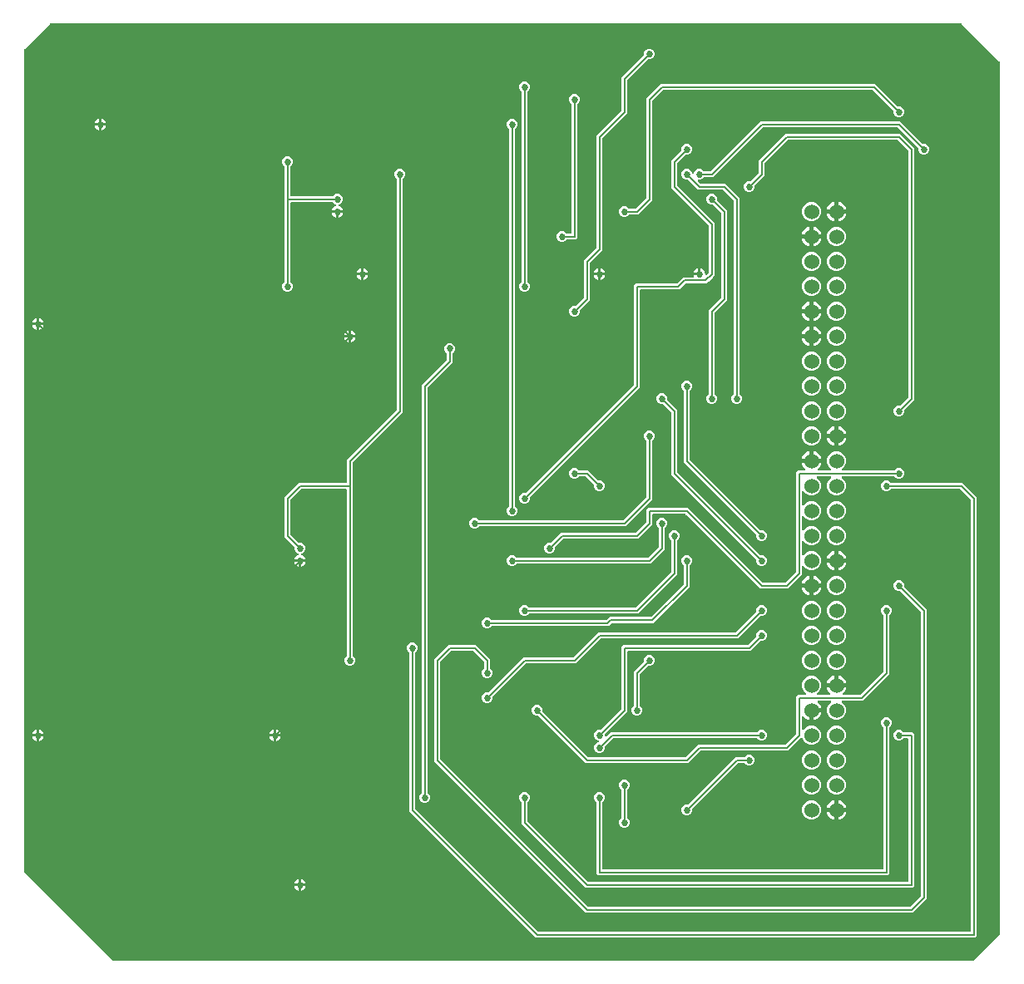
<source format=gbl>
G04 EAGLE Gerber RS-274X export*
G75*
%MOMM*%
%FSLAX34Y34*%
%LPD*%
%INBottom Copper*%
%IPPOS*%
%AMOC8*
5,1,8,0,0,1.08239X$1,22.5*%
G01*
%ADD10C,1.524000*%
%ADD11C,0.685800*%
%ADD12C,0.203200*%

G36*
X1257387Y24397D02*
X1257387Y24397D01*
X1257474Y24400D01*
X1257527Y24417D01*
X1257582Y24425D01*
X1257661Y24460D01*
X1257745Y24487D01*
X1257784Y24515D01*
X1257841Y24541D01*
X1257954Y24637D01*
X1258018Y24682D01*
X1283418Y50082D01*
X1283430Y50098D01*
X1283439Y50106D01*
X1283466Y50146D01*
X1283470Y50152D01*
X1283530Y50216D01*
X1283556Y50265D01*
X1283589Y50309D01*
X1283620Y50391D01*
X1283660Y50469D01*
X1283668Y50517D01*
X1283690Y50575D01*
X1283702Y50723D01*
X1283715Y50800D01*
X1283715Y939800D01*
X1283703Y939887D01*
X1283700Y939974D01*
X1283683Y940027D01*
X1283675Y940082D01*
X1283640Y940161D01*
X1283613Y940245D01*
X1283585Y940284D01*
X1283559Y940341D01*
X1283463Y940454D01*
X1283418Y940518D01*
X1245318Y978618D01*
X1245248Y978670D01*
X1245184Y978730D01*
X1245135Y978756D01*
X1245091Y978789D01*
X1245009Y978820D01*
X1244931Y978860D01*
X1244884Y978868D01*
X1244825Y978890D01*
X1244677Y978902D01*
X1244600Y978915D01*
X317500Y978915D01*
X317413Y978903D01*
X317326Y978900D01*
X317273Y978883D01*
X317219Y978875D01*
X317139Y978840D01*
X317055Y978813D01*
X317016Y978785D01*
X316959Y978759D01*
X316846Y978663D01*
X316782Y978618D01*
X291382Y953218D01*
X291330Y953148D01*
X291270Y953084D01*
X291244Y953035D01*
X291211Y952991D01*
X291180Y952909D01*
X291140Y952831D01*
X291132Y952784D01*
X291110Y952725D01*
X291098Y952577D01*
X291085Y952500D01*
X291085Y114300D01*
X291097Y114213D01*
X291100Y114126D01*
X291117Y114073D01*
X291125Y114019D01*
X291160Y113939D01*
X291187Y113855D01*
X291215Y113816D01*
X291241Y113759D01*
X291337Y113646D01*
X291382Y113582D01*
X380282Y24682D01*
X380352Y24630D01*
X380416Y24570D01*
X380465Y24544D01*
X380509Y24511D01*
X380591Y24480D01*
X380669Y24440D01*
X380717Y24432D01*
X380775Y24410D01*
X380923Y24398D01*
X381000Y24385D01*
X1257300Y24385D01*
X1257387Y24397D01*
G37*
%LPC*%
G36*
X811537Y47751D02*
X811537Y47751D01*
X682751Y176537D01*
X682751Y337804D01*
X682739Y337891D01*
X682736Y337978D01*
X682719Y338031D01*
X682711Y338086D01*
X682676Y338165D01*
X682649Y338249D01*
X682621Y338288D01*
X682595Y338345D01*
X682499Y338458D01*
X682454Y338522D01*
X681170Y339806D01*
X680338Y341814D01*
X680338Y343986D01*
X681170Y345994D01*
X682706Y347530D01*
X684714Y348362D01*
X686886Y348362D01*
X688894Y347530D01*
X690430Y345994D01*
X691262Y343986D01*
X691262Y341814D01*
X690430Y339806D01*
X689146Y338522D01*
X689094Y338452D01*
X689034Y338388D01*
X689008Y338339D01*
X688975Y338295D01*
X688944Y338213D01*
X688904Y338135D01*
X688896Y338088D01*
X688874Y338029D01*
X688862Y337881D01*
X688849Y337804D01*
X688849Y179483D01*
X688861Y179397D01*
X688864Y179309D01*
X688881Y179257D01*
X688889Y179202D01*
X688924Y179122D01*
X688951Y179039D01*
X688979Y179000D01*
X689005Y178942D01*
X689101Y178829D01*
X689146Y178765D01*
X813765Y54146D01*
X813835Y54094D01*
X813899Y54034D01*
X813949Y54008D01*
X813993Y53975D01*
X814074Y53944D01*
X814152Y53904D01*
X814200Y53896D01*
X814258Y53874D01*
X814406Y53862D01*
X814483Y53849D01*
X1253236Y53849D01*
X1253294Y53857D01*
X1253352Y53855D01*
X1253434Y53877D01*
X1253518Y53889D01*
X1253571Y53912D01*
X1253627Y53927D01*
X1253700Y53970D01*
X1253777Y54005D01*
X1253822Y54043D01*
X1253872Y54072D01*
X1253930Y54134D01*
X1253994Y54188D01*
X1254026Y54237D01*
X1254066Y54280D01*
X1254105Y54355D01*
X1254152Y54425D01*
X1254169Y54481D01*
X1254196Y54533D01*
X1254207Y54601D01*
X1254237Y54696D01*
X1254240Y54796D01*
X1254251Y54864D01*
X1254251Y493617D01*
X1254239Y493703D01*
X1254236Y493791D01*
X1254219Y493843D01*
X1254211Y493898D01*
X1254176Y493978D01*
X1254149Y494061D01*
X1254121Y494100D01*
X1254095Y494158D01*
X1253999Y494271D01*
X1253954Y494335D01*
X1243635Y504654D01*
X1243565Y504706D01*
X1243501Y504766D01*
X1243451Y504792D01*
X1243407Y504825D01*
X1243326Y504856D01*
X1243248Y504896D01*
X1243200Y504904D01*
X1243142Y504926D01*
X1242994Y504938D01*
X1242917Y504951D01*
X1173496Y504951D01*
X1173409Y504939D01*
X1173322Y504936D01*
X1173269Y504919D01*
X1173214Y504911D01*
X1173135Y504876D01*
X1173051Y504849D01*
X1173012Y504821D01*
X1172955Y504795D01*
X1172842Y504699D01*
X1172778Y504654D01*
X1171494Y503370D01*
X1169486Y502538D01*
X1167314Y502538D01*
X1165306Y503370D01*
X1163770Y504906D01*
X1162938Y506914D01*
X1162938Y509086D01*
X1163770Y511094D01*
X1165306Y512630D01*
X1167314Y513462D01*
X1169486Y513462D01*
X1171494Y512630D01*
X1172778Y511346D01*
X1172848Y511294D01*
X1172912Y511234D01*
X1172961Y511208D01*
X1173005Y511175D01*
X1173087Y511144D01*
X1173165Y511104D01*
X1173212Y511096D01*
X1173271Y511074D01*
X1173419Y511062D01*
X1173496Y511049D01*
X1245863Y511049D01*
X1260349Y496563D01*
X1260349Y49537D01*
X1258563Y47751D01*
X811537Y47751D01*
G37*
%LPD*%
%LPC*%
G36*
X862337Y73151D02*
X862337Y73151D01*
X708151Y227337D01*
X708151Y331463D01*
X722637Y345949D01*
X750563Y345949D01*
X765049Y331463D01*
X765049Y322596D01*
X765061Y322509D01*
X765064Y322422D01*
X765081Y322369D01*
X765089Y322314D01*
X765124Y322235D01*
X765151Y322151D01*
X765179Y322112D01*
X765205Y322055D01*
X765301Y321942D01*
X765346Y321878D01*
X766630Y320594D01*
X767462Y318586D01*
X767462Y316414D01*
X766630Y314406D01*
X765094Y312870D01*
X763086Y312038D01*
X760914Y312038D01*
X758906Y312870D01*
X757370Y314406D01*
X756538Y316414D01*
X756538Y318586D01*
X757370Y320594D01*
X758654Y321878D01*
X758706Y321948D01*
X758766Y322012D01*
X758792Y322061D01*
X758825Y322105D01*
X758856Y322187D01*
X758896Y322265D01*
X758904Y322312D01*
X758926Y322371D01*
X758938Y322519D01*
X758951Y322596D01*
X758951Y328517D01*
X758939Y328603D01*
X758936Y328691D01*
X758919Y328743D01*
X758911Y328798D01*
X758876Y328878D01*
X758849Y328961D01*
X758821Y329000D01*
X758795Y329058D01*
X758699Y329171D01*
X758654Y329235D01*
X748335Y339554D01*
X748265Y339606D01*
X748201Y339666D01*
X748151Y339692D01*
X748107Y339725D01*
X748026Y339756D01*
X747948Y339796D01*
X747900Y339804D01*
X747842Y339826D01*
X747694Y339838D01*
X747617Y339851D01*
X725583Y339851D01*
X725497Y339839D01*
X725409Y339836D01*
X725357Y339819D01*
X725302Y339811D01*
X725222Y339776D01*
X725139Y339749D01*
X725100Y339721D01*
X725042Y339695D01*
X724929Y339599D01*
X724865Y339554D01*
X714546Y329235D01*
X714494Y329165D01*
X714434Y329101D01*
X714408Y329051D01*
X714375Y329007D01*
X714344Y328926D01*
X714304Y328848D01*
X714296Y328800D01*
X714274Y328742D01*
X714262Y328594D01*
X714249Y328517D01*
X714249Y230283D01*
X714261Y230197D01*
X714264Y230109D01*
X714281Y230057D01*
X714289Y230002D01*
X714324Y229922D01*
X714351Y229839D01*
X714379Y229800D01*
X714405Y229742D01*
X714501Y229629D01*
X714546Y229565D01*
X864565Y79546D01*
X864635Y79494D01*
X864699Y79434D01*
X864749Y79408D01*
X864793Y79375D01*
X864874Y79344D01*
X864952Y79304D01*
X865000Y79296D01*
X865058Y79274D01*
X865206Y79262D01*
X865283Y79249D01*
X1192117Y79249D01*
X1192203Y79261D01*
X1192291Y79264D01*
X1192343Y79281D01*
X1192398Y79289D01*
X1192478Y79324D01*
X1192561Y79351D01*
X1192600Y79379D01*
X1192658Y79405D01*
X1192771Y79501D01*
X1192835Y79546D01*
X1203154Y89865D01*
X1203206Y89935D01*
X1203266Y89999D01*
X1203292Y90049D01*
X1203325Y90093D01*
X1203356Y90174D01*
X1203396Y90252D01*
X1203404Y90300D01*
X1203426Y90358D01*
X1203438Y90506D01*
X1203451Y90583D01*
X1203451Y379317D01*
X1203439Y379403D01*
X1203436Y379491D01*
X1203419Y379543D01*
X1203411Y379598D01*
X1203376Y379678D01*
X1203349Y379761D01*
X1203321Y379800D01*
X1203295Y379858D01*
X1203199Y379971D01*
X1203154Y380035D01*
X1182548Y400641D01*
X1182478Y400693D01*
X1182414Y400753D01*
X1182364Y400779D01*
X1182320Y400812D01*
X1182239Y400843D01*
X1182161Y400883D01*
X1182113Y400891D01*
X1182055Y400913D01*
X1181907Y400925D01*
X1181830Y400938D01*
X1180014Y400938D01*
X1178006Y401770D01*
X1176470Y403306D01*
X1175638Y405314D01*
X1175638Y407486D01*
X1176470Y409494D01*
X1178006Y411030D01*
X1180014Y411862D01*
X1182186Y411862D01*
X1184194Y411030D01*
X1185730Y409494D01*
X1186562Y407486D01*
X1186562Y405670D01*
X1186574Y405584D01*
X1186577Y405496D01*
X1186594Y405444D01*
X1186602Y405389D01*
X1186637Y405309D01*
X1186664Y405226D01*
X1186692Y405187D01*
X1186718Y405129D01*
X1186814Y405016D01*
X1186859Y404952D01*
X1209549Y382263D01*
X1209549Y87637D01*
X1195063Y73151D01*
X862337Y73151D01*
G37*
%LPD*%
%LPC*%
G36*
X1040137Y403351D02*
X1040137Y403351D01*
X964235Y479254D01*
X964165Y479306D01*
X964101Y479366D01*
X964051Y479392D01*
X964007Y479425D01*
X963926Y479456D01*
X963848Y479496D01*
X963800Y479504D01*
X963742Y479526D01*
X963594Y479538D01*
X963517Y479551D01*
X931164Y479551D01*
X931106Y479543D01*
X931048Y479545D01*
X930966Y479523D01*
X930882Y479511D01*
X930829Y479488D01*
X930773Y479473D01*
X930700Y479430D01*
X930623Y479395D01*
X930578Y479357D01*
X930528Y479328D01*
X930470Y479266D01*
X930406Y479212D01*
X930374Y479163D01*
X930334Y479120D01*
X930295Y479045D01*
X930248Y478975D01*
X930231Y478919D01*
X930204Y478867D01*
X930193Y478799D01*
X930163Y478704D01*
X930160Y478604D01*
X930149Y478536D01*
X930149Y468637D01*
X915663Y454151D01*
X839883Y454151D01*
X839797Y454139D01*
X839709Y454136D01*
X839657Y454119D01*
X839602Y454111D01*
X839522Y454076D01*
X839439Y454049D01*
X839400Y454021D01*
X839342Y453995D01*
X839229Y453899D01*
X839165Y453854D01*
X831259Y445948D01*
X831207Y445878D01*
X831147Y445814D01*
X831121Y445764D01*
X831088Y445720D01*
X831057Y445639D01*
X831017Y445561D01*
X831009Y445513D01*
X830987Y445455D01*
X830975Y445307D01*
X830962Y445230D01*
X830962Y443414D01*
X830130Y441406D01*
X828594Y439870D01*
X826586Y439038D01*
X824414Y439038D01*
X822406Y439870D01*
X820870Y441406D01*
X820038Y443414D01*
X820038Y445586D01*
X820870Y447594D01*
X822406Y449130D01*
X824414Y449962D01*
X826230Y449962D01*
X826316Y449974D01*
X826404Y449977D01*
X826456Y449994D01*
X826511Y450002D01*
X826591Y450037D01*
X826674Y450064D01*
X826713Y450092D01*
X826771Y450118D01*
X826884Y450214D01*
X826948Y450259D01*
X836937Y460249D01*
X912717Y460249D01*
X912803Y460261D01*
X912891Y460264D01*
X912943Y460281D01*
X912998Y460289D01*
X913078Y460324D01*
X913161Y460351D01*
X913200Y460379D01*
X913258Y460405D01*
X913371Y460501D01*
X913435Y460546D01*
X923754Y470865D01*
X923806Y470935D01*
X923866Y470999D01*
X923892Y471049D01*
X923925Y471093D01*
X923956Y471174D01*
X923996Y471252D01*
X924004Y471300D01*
X924026Y471358D01*
X924038Y471506D01*
X924051Y471583D01*
X924051Y483863D01*
X925837Y485649D01*
X966463Y485649D01*
X1042365Y409746D01*
X1042435Y409694D01*
X1042499Y409634D01*
X1042549Y409608D01*
X1042593Y409575D01*
X1042674Y409544D01*
X1042752Y409504D01*
X1042800Y409496D01*
X1042858Y409474D01*
X1043006Y409462D01*
X1043083Y409449D01*
X1065117Y409449D01*
X1065203Y409461D01*
X1065291Y409464D01*
X1065343Y409481D01*
X1065398Y409489D01*
X1065478Y409524D01*
X1065561Y409551D01*
X1065600Y409579D01*
X1065658Y409605D01*
X1065771Y409701D01*
X1065835Y409746D01*
X1076154Y420065D01*
X1076206Y420135D01*
X1076266Y420199D01*
X1076292Y420249D01*
X1076325Y420293D01*
X1076356Y420374D01*
X1076396Y420452D01*
X1076404Y420500D01*
X1076426Y420558D01*
X1076438Y420706D01*
X1076451Y420783D01*
X1076451Y521963D01*
X1078237Y523749D01*
X1085073Y523749D01*
X1085180Y523764D01*
X1085289Y523772D01*
X1085321Y523784D01*
X1085354Y523789D01*
X1085453Y523833D01*
X1085556Y523871D01*
X1085583Y523891D01*
X1085614Y523905D01*
X1085697Y523975D01*
X1085784Y524040D01*
X1085805Y524067D01*
X1085831Y524088D01*
X1085891Y524179D01*
X1085957Y524265D01*
X1085969Y524297D01*
X1085988Y524325D01*
X1086021Y524429D01*
X1086061Y524530D01*
X1086064Y524564D01*
X1086074Y524596D01*
X1086077Y524705D01*
X1086087Y524813D01*
X1086080Y524847D01*
X1086081Y524880D01*
X1086054Y524985D01*
X1086033Y525093D01*
X1086018Y525123D01*
X1086010Y525155D01*
X1085954Y525249D01*
X1085905Y525346D01*
X1085883Y525368D01*
X1085864Y525400D01*
X1085704Y525550D01*
X1085669Y525585D01*
X1085581Y525650D01*
X1084450Y526781D01*
X1083510Y528075D01*
X1082784Y529500D01*
X1082289Y531021D01*
X1082234Y531369D01*
X1091184Y531369D01*
X1091242Y531377D01*
X1091300Y531375D01*
X1091382Y531397D01*
X1091465Y531409D01*
X1091519Y531433D01*
X1091575Y531447D01*
X1091648Y531490D01*
X1091725Y531525D01*
X1091769Y531563D01*
X1091820Y531593D01*
X1091877Y531654D01*
X1091942Y531709D01*
X1091974Y531757D01*
X1092014Y531800D01*
X1092053Y531875D01*
X1092099Y531945D01*
X1092117Y532001D01*
X1092144Y532053D01*
X1092155Y532121D01*
X1092185Y532216D01*
X1092188Y532316D01*
X1092199Y532384D01*
X1092199Y533401D01*
X1092201Y533401D01*
X1092201Y532384D01*
X1092209Y532326D01*
X1092208Y532268D01*
X1092229Y532186D01*
X1092241Y532103D01*
X1092265Y532049D01*
X1092279Y531993D01*
X1092322Y531920D01*
X1092357Y531843D01*
X1092395Y531798D01*
X1092425Y531748D01*
X1092486Y531690D01*
X1092541Y531626D01*
X1092589Y531594D01*
X1092632Y531554D01*
X1092707Y531515D01*
X1092777Y531469D01*
X1092833Y531451D01*
X1092885Y531424D01*
X1092953Y531413D01*
X1093048Y531383D01*
X1093148Y531380D01*
X1093216Y531369D01*
X1102166Y531369D01*
X1102111Y531021D01*
X1101616Y529500D01*
X1100890Y528075D01*
X1099950Y526781D01*
X1098819Y525650D01*
X1098731Y525585D01*
X1098652Y525510D01*
X1098569Y525439D01*
X1098551Y525411D01*
X1098526Y525388D01*
X1098472Y525293D01*
X1098412Y525203D01*
X1098402Y525171D01*
X1098385Y525141D01*
X1098359Y525036D01*
X1098326Y524932D01*
X1098325Y524898D01*
X1098317Y524865D01*
X1098321Y524756D01*
X1098319Y524648D01*
X1098327Y524615D01*
X1098329Y524581D01*
X1098363Y524478D01*
X1098390Y524373D01*
X1098408Y524344D01*
X1098418Y524311D01*
X1098480Y524222D01*
X1098536Y524128D01*
X1098560Y524105D01*
X1098580Y524077D01*
X1098664Y524008D01*
X1098743Y523934D01*
X1098773Y523918D01*
X1098799Y523897D01*
X1098899Y523854D01*
X1098996Y523804D01*
X1099026Y523799D01*
X1099060Y523784D01*
X1099278Y523757D01*
X1099327Y523749D01*
X1111149Y523749D01*
X1111178Y523753D01*
X1111208Y523750D01*
X1111319Y523773D01*
X1111431Y523789D01*
X1111457Y523801D01*
X1111486Y523806D01*
X1111587Y523859D01*
X1111690Y523905D01*
X1111713Y523924D01*
X1111739Y523937D01*
X1111821Y524015D01*
X1111907Y524088D01*
X1111923Y524113D01*
X1111945Y524133D01*
X1112002Y524231D01*
X1112065Y524325D01*
X1112074Y524353D01*
X1112088Y524378D01*
X1112116Y524488D01*
X1112151Y524596D01*
X1112151Y524626D01*
X1112158Y524654D01*
X1112155Y524767D01*
X1112158Y524880D01*
X1112150Y524909D01*
X1112149Y524938D01*
X1112115Y525046D01*
X1112086Y525155D01*
X1112071Y525181D01*
X1112062Y525209D01*
X1112016Y525272D01*
X1111941Y525400D01*
X1111895Y525443D01*
X1111867Y525482D01*
X1109417Y527932D01*
X1107947Y531480D01*
X1107947Y535320D01*
X1109417Y538868D01*
X1112132Y541583D01*
X1115680Y543053D01*
X1119520Y543053D01*
X1123068Y541583D01*
X1125783Y538868D01*
X1127253Y535320D01*
X1127253Y531480D01*
X1125783Y527932D01*
X1123333Y525482D01*
X1123315Y525458D01*
X1123293Y525439D01*
X1123230Y525345D01*
X1123162Y525255D01*
X1123152Y525227D01*
X1123135Y525203D01*
X1123101Y525095D01*
X1123061Y524989D01*
X1123058Y524960D01*
X1123049Y524932D01*
X1123047Y524818D01*
X1123037Y524706D01*
X1123043Y524677D01*
X1123042Y524648D01*
X1123071Y524538D01*
X1123093Y524427D01*
X1123107Y524401D01*
X1123114Y524373D01*
X1123172Y524275D01*
X1123224Y524175D01*
X1123244Y524153D01*
X1123259Y524128D01*
X1123342Y524051D01*
X1123420Y523969D01*
X1123445Y523954D01*
X1123467Y523934D01*
X1123567Y523882D01*
X1123665Y523825D01*
X1123694Y523818D01*
X1123720Y523804D01*
X1123797Y523791D01*
X1123941Y523755D01*
X1124003Y523757D01*
X1124051Y523749D01*
X1176004Y523749D01*
X1176091Y523761D01*
X1176178Y523764D01*
X1176231Y523781D01*
X1176286Y523789D01*
X1176365Y523824D01*
X1176449Y523851D01*
X1176488Y523879D01*
X1176545Y523905D01*
X1176658Y524001D01*
X1176722Y524046D01*
X1178006Y525330D01*
X1180014Y526162D01*
X1182186Y526162D01*
X1184194Y525330D01*
X1185730Y523794D01*
X1186562Y521786D01*
X1186562Y519614D01*
X1185730Y517606D01*
X1184194Y516070D01*
X1182186Y515238D01*
X1180014Y515238D01*
X1178006Y516070D01*
X1176722Y517354D01*
X1176652Y517406D01*
X1176588Y517466D01*
X1176539Y517492D01*
X1176495Y517525D01*
X1176413Y517556D01*
X1176335Y517596D01*
X1176288Y517604D01*
X1176229Y517626D01*
X1176081Y517638D01*
X1176004Y517651D01*
X1124051Y517651D01*
X1124022Y517647D01*
X1123992Y517650D01*
X1123881Y517627D01*
X1123769Y517611D01*
X1123743Y517599D01*
X1123714Y517594D01*
X1123613Y517541D01*
X1123510Y517495D01*
X1123487Y517476D01*
X1123461Y517463D01*
X1123379Y517385D01*
X1123293Y517312D01*
X1123277Y517287D01*
X1123255Y517267D01*
X1123198Y517169D01*
X1123135Y517075D01*
X1123126Y517047D01*
X1123112Y517022D01*
X1123084Y516912D01*
X1123049Y516804D01*
X1123049Y516774D01*
X1123042Y516746D01*
X1123045Y516633D01*
X1123042Y516520D01*
X1123050Y516491D01*
X1123051Y516462D01*
X1123085Y516354D01*
X1123114Y516245D01*
X1123129Y516219D01*
X1123138Y516191D01*
X1123184Y516128D01*
X1123259Y516000D01*
X1123305Y515957D01*
X1123333Y515918D01*
X1125783Y513468D01*
X1127253Y509920D01*
X1127253Y506080D01*
X1125783Y502532D01*
X1123068Y499817D01*
X1119520Y498347D01*
X1115680Y498347D01*
X1112132Y499817D01*
X1109417Y502532D01*
X1107947Y506080D01*
X1107947Y509920D01*
X1109417Y513468D01*
X1111867Y515918D01*
X1111885Y515942D01*
X1111907Y515961D01*
X1111970Y516055D01*
X1112038Y516145D01*
X1112048Y516173D01*
X1112065Y516197D01*
X1112099Y516305D01*
X1112139Y516411D01*
X1112142Y516440D01*
X1112151Y516468D01*
X1112153Y516582D01*
X1112163Y516694D01*
X1112157Y516723D01*
X1112158Y516752D01*
X1112129Y516862D01*
X1112107Y516973D01*
X1112093Y516999D01*
X1112086Y517027D01*
X1112028Y517125D01*
X1111976Y517225D01*
X1111956Y517247D01*
X1111941Y517272D01*
X1111858Y517349D01*
X1111780Y517431D01*
X1111755Y517446D01*
X1111733Y517466D01*
X1111633Y517518D01*
X1111535Y517575D01*
X1111506Y517582D01*
X1111480Y517596D01*
X1111403Y517609D01*
X1111259Y517645D01*
X1111197Y517643D01*
X1111149Y517651D01*
X1098651Y517651D01*
X1098622Y517647D01*
X1098592Y517650D01*
X1098481Y517627D01*
X1098369Y517611D01*
X1098343Y517599D01*
X1098314Y517594D01*
X1098213Y517541D01*
X1098110Y517495D01*
X1098087Y517476D01*
X1098061Y517463D01*
X1097979Y517385D01*
X1097893Y517312D01*
X1097877Y517287D01*
X1097855Y517267D01*
X1097798Y517169D01*
X1097735Y517075D01*
X1097726Y517047D01*
X1097712Y517022D01*
X1097684Y516912D01*
X1097649Y516804D01*
X1097649Y516774D01*
X1097642Y516746D01*
X1097645Y516633D01*
X1097642Y516520D01*
X1097650Y516491D01*
X1097651Y516462D01*
X1097685Y516354D01*
X1097714Y516245D01*
X1097729Y516219D01*
X1097738Y516191D01*
X1097784Y516128D01*
X1097859Y516000D01*
X1097905Y515957D01*
X1097933Y515918D01*
X1100383Y513468D01*
X1101853Y509920D01*
X1101853Y506080D01*
X1100383Y502532D01*
X1097668Y499817D01*
X1094120Y498347D01*
X1090280Y498347D01*
X1086732Y499817D01*
X1084282Y502267D01*
X1084258Y502285D01*
X1084239Y502307D01*
X1084145Y502370D01*
X1084055Y502438D01*
X1084027Y502448D01*
X1084003Y502465D01*
X1083895Y502499D01*
X1083789Y502539D01*
X1083760Y502542D01*
X1083732Y502551D01*
X1083618Y502553D01*
X1083506Y502563D01*
X1083477Y502557D01*
X1083448Y502558D01*
X1083338Y502529D01*
X1083227Y502507D01*
X1083201Y502493D01*
X1083173Y502486D01*
X1083075Y502428D01*
X1082975Y502376D01*
X1082953Y502356D01*
X1082928Y502341D01*
X1082851Y502258D01*
X1082769Y502180D01*
X1082754Y502155D01*
X1082734Y502133D01*
X1082682Y502033D01*
X1082625Y501935D01*
X1082618Y501906D01*
X1082604Y501880D01*
X1082591Y501803D01*
X1082555Y501659D01*
X1082557Y501597D01*
X1082549Y501549D01*
X1082549Y489051D01*
X1082553Y489022D01*
X1082550Y488992D01*
X1082573Y488881D01*
X1082589Y488769D01*
X1082601Y488743D01*
X1082606Y488714D01*
X1082659Y488613D01*
X1082705Y488510D01*
X1082724Y488487D01*
X1082737Y488461D01*
X1082815Y488379D01*
X1082888Y488293D01*
X1082913Y488277D01*
X1082933Y488255D01*
X1083031Y488198D01*
X1083125Y488135D01*
X1083153Y488126D01*
X1083178Y488112D01*
X1083288Y488084D01*
X1083396Y488049D01*
X1083426Y488049D01*
X1083454Y488042D01*
X1083567Y488045D01*
X1083680Y488042D01*
X1083709Y488050D01*
X1083738Y488051D01*
X1083846Y488085D01*
X1083955Y488114D01*
X1083981Y488129D01*
X1084009Y488138D01*
X1084072Y488184D01*
X1084200Y488259D01*
X1084243Y488305D01*
X1084282Y488333D01*
X1086732Y490783D01*
X1090280Y492253D01*
X1094120Y492253D01*
X1097668Y490783D01*
X1100383Y488068D01*
X1101853Y484520D01*
X1101853Y480680D01*
X1100383Y477132D01*
X1097668Y474417D01*
X1094120Y472947D01*
X1090280Y472947D01*
X1086732Y474417D01*
X1084282Y476867D01*
X1084258Y476885D01*
X1084239Y476907D01*
X1084145Y476970D01*
X1084055Y477038D01*
X1084027Y477048D01*
X1084003Y477065D01*
X1083895Y477099D01*
X1083789Y477139D01*
X1083760Y477142D01*
X1083732Y477151D01*
X1083618Y477153D01*
X1083506Y477163D01*
X1083477Y477157D01*
X1083448Y477158D01*
X1083338Y477129D01*
X1083227Y477107D01*
X1083201Y477093D01*
X1083173Y477086D01*
X1083075Y477028D01*
X1082975Y476976D01*
X1082953Y476956D01*
X1082928Y476941D01*
X1082851Y476858D01*
X1082769Y476780D01*
X1082754Y476755D01*
X1082734Y476733D01*
X1082682Y476633D01*
X1082625Y476535D01*
X1082618Y476506D01*
X1082604Y476480D01*
X1082591Y476403D01*
X1082555Y476259D01*
X1082557Y476197D01*
X1082549Y476149D01*
X1082549Y463651D01*
X1082553Y463622D01*
X1082550Y463592D01*
X1082573Y463481D01*
X1082589Y463369D01*
X1082601Y463343D01*
X1082606Y463314D01*
X1082659Y463213D01*
X1082705Y463110D01*
X1082724Y463087D01*
X1082737Y463061D01*
X1082815Y462979D01*
X1082888Y462893D01*
X1082913Y462877D01*
X1082933Y462855D01*
X1083031Y462798D01*
X1083125Y462735D01*
X1083153Y462726D01*
X1083178Y462712D01*
X1083288Y462684D01*
X1083396Y462649D01*
X1083426Y462649D01*
X1083454Y462642D01*
X1083567Y462645D01*
X1083680Y462642D01*
X1083709Y462650D01*
X1083738Y462651D01*
X1083846Y462685D01*
X1083955Y462714D01*
X1083981Y462729D01*
X1084009Y462738D01*
X1084072Y462784D01*
X1084200Y462859D01*
X1084243Y462905D01*
X1084282Y462933D01*
X1086732Y465383D01*
X1090280Y466853D01*
X1094120Y466853D01*
X1097668Y465383D01*
X1100383Y462668D01*
X1101853Y459120D01*
X1101853Y455280D01*
X1100383Y451732D01*
X1097668Y449017D01*
X1094120Y447547D01*
X1090280Y447547D01*
X1086732Y449017D01*
X1084282Y451467D01*
X1084258Y451485D01*
X1084239Y451507D01*
X1084145Y451570D01*
X1084055Y451638D01*
X1084027Y451648D01*
X1084003Y451665D01*
X1083895Y451699D01*
X1083789Y451739D01*
X1083760Y451742D01*
X1083732Y451751D01*
X1083618Y451753D01*
X1083506Y451763D01*
X1083477Y451757D01*
X1083448Y451758D01*
X1083338Y451729D01*
X1083227Y451707D01*
X1083201Y451693D01*
X1083173Y451686D01*
X1083075Y451628D01*
X1082975Y451576D01*
X1082953Y451556D01*
X1082928Y451541D01*
X1082851Y451458D01*
X1082769Y451380D01*
X1082754Y451355D01*
X1082734Y451333D01*
X1082682Y451233D01*
X1082625Y451135D01*
X1082618Y451106D01*
X1082604Y451080D01*
X1082591Y451003D01*
X1082555Y450859D01*
X1082557Y450797D01*
X1082549Y450749D01*
X1082549Y438251D01*
X1082553Y438222D01*
X1082550Y438192D01*
X1082573Y438081D01*
X1082589Y437969D01*
X1082601Y437943D01*
X1082606Y437914D01*
X1082659Y437813D01*
X1082705Y437710D01*
X1082724Y437687D01*
X1082737Y437661D01*
X1082815Y437579D01*
X1082888Y437493D01*
X1082913Y437477D01*
X1082933Y437455D01*
X1083031Y437398D01*
X1083125Y437335D01*
X1083153Y437326D01*
X1083178Y437312D01*
X1083288Y437284D01*
X1083396Y437249D01*
X1083426Y437249D01*
X1083454Y437242D01*
X1083567Y437245D01*
X1083680Y437242D01*
X1083709Y437250D01*
X1083738Y437251D01*
X1083846Y437285D01*
X1083955Y437314D01*
X1083981Y437329D01*
X1084009Y437338D01*
X1084072Y437384D01*
X1084200Y437459D01*
X1084243Y437505D01*
X1084282Y437533D01*
X1086732Y439983D01*
X1090280Y441453D01*
X1094120Y441453D01*
X1097668Y439983D01*
X1100383Y437268D01*
X1101853Y433720D01*
X1101853Y429880D01*
X1100383Y426332D01*
X1097668Y423617D01*
X1094120Y422147D01*
X1090280Y422147D01*
X1086732Y423617D01*
X1084282Y426067D01*
X1084258Y426085D01*
X1084239Y426107D01*
X1084145Y426170D01*
X1084055Y426238D01*
X1084027Y426248D01*
X1084003Y426265D01*
X1083895Y426299D01*
X1083789Y426339D01*
X1083760Y426342D01*
X1083732Y426351D01*
X1083618Y426353D01*
X1083506Y426363D01*
X1083477Y426357D01*
X1083448Y426358D01*
X1083338Y426329D01*
X1083227Y426307D01*
X1083201Y426293D01*
X1083173Y426286D01*
X1083075Y426228D01*
X1082975Y426176D01*
X1082953Y426156D01*
X1082928Y426141D01*
X1082851Y426058D01*
X1082769Y425980D01*
X1082754Y425955D01*
X1082734Y425933D01*
X1082682Y425833D01*
X1082625Y425735D01*
X1082618Y425706D01*
X1082604Y425680D01*
X1082591Y425603D01*
X1082555Y425459D01*
X1082557Y425397D01*
X1082549Y425349D01*
X1082549Y417837D01*
X1068063Y403351D01*
X1040137Y403351D01*
G37*
%LPD*%
%LPC*%
G36*
X862337Y225551D02*
X862337Y225551D01*
X860254Y227634D01*
X860254Y227635D01*
X814248Y273641D01*
X814178Y273693D01*
X814114Y273753D01*
X814064Y273779D01*
X814020Y273812D01*
X813939Y273843D01*
X813861Y273883D01*
X813813Y273891D01*
X813755Y273913D01*
X813607Y273925D01*
X813530Y273938D01*
X811714Y273938D01*
X809706Y274770D01*
X808170Y276306D01*
X807338Y278314D01*
X807338Y280486D01*
X808170Y282494D01*
X809706Y284030D01*
X811714Y284862D01*
X813886Y284862D01*
X815894Y284030D01*
X817430Y282494D01*
X818262Y280486D01*
X818262Y278670D01*
X818274Y278584D01*
X818277Y278496D01*
X818294Y278444D01*
X818302Y278389D01*
X818337Y278309D01*
X818364Y278226D01*
X818392Y278187D01*
X818418Y278129D01*
X818514Y278016D01*
X818559Y277952D01*
X864565Y231946D01*
X864635Y231894D01*
X864699Y231834D01*
X864749Y231808D01*
X864793Y231775D01*
X864874Y231744D01*
X864952Y231704D01*
X865000Y231696D01*
X865058Y231674D01*
X865206Y231662D01*
X865283Y231649D01*
X963517Y231649D01*
X963603Y231661D01*
X963691Y231664D01*
X963743Y231681D01*
X963798Y231689D01*
X963878Y231724D01*
X963961Y231751D01*
X964000Y231779D01*
X964058Y231805D01*
X964171Y231901D01*
X964235Y231946D01*
X974554Y242265D01*
X974554Y242266D01*
X976637Y244349D01*
X1065117Y244349D01*
X1065203Y244361D01*
X1065291Y244364D01*
X1065343Y244381D01*
X1065398Y244389D01*
X1065478Y244424D01*
X1065561Y244451D01*
X1065600Y244479D01*
X1065658Y244505D01*
X1065771Y244601D01*
X1065835Y244646D01*
X1076154Y254965D01*
X1076206Y255035D01*
X1076266Y255099D01*
X1076292Y255149D01*
X1076325Y255193D01*
X1076356Y255274D01*
X1076396Y255352D01*
X1076404Y255400D01*
X1076426Y255458D01*
X1076438Y255606D01*
X1076451Y255683D01*
X1076451Y293363D01*
X1078237Y295149D01*
X1085749Y295149D01*
X1085778Y295153D01*
X1085808Y295150D01*
X1085919Y295173D01*
X1086031Y295189D01*
X1086057Y295201D01*
X1086086Y295206D01*
X1086187Y295259D01*
X1086290Y295305D01*
X1086313Y295324D01*
X1086339Y295337D01*
X1086421Y295415D01*
X1086507Y295488D01*
X1086523Y295513D01*
X1086545Y295533D01*
X1086602Y295631D01*
X1086665Y295725D01*
X1086674Y295753D01*
X1086688Y295778D01*
X1086716Y295888D01*
X1086751Y295996D01*
X1086751Y296026D01*
X1086758Y296054D01*
X1086755Y296167D01*
X1086758Y296280D01*
X1086750Y296309D01*
X1086749Y296338D01*
X1086715Y296446D01*
X1086686Y296555D01*
X1086671Y296581D01*
X1086662Y296609D01*
X1086616Y296672D01*
X1086541Y296800D01*
X1086495Y296843D01*
X1086467Y296882D01*
X1084017Y299332D01*
X1082547Y302880D01*
X1082547Y306720D01*
X1084017Y310268D01*
X1086732Y312983D01*
X1090280Y314453D01*
X1094120Y314453D01*
X1097668Y312983D01*
X1100383Y310268D01*
X1101853Y306720D01*
X1101853Y302880D01*
X1100383Y299332D01*
X1097933Y296882D01*
X1097915Y296858D01*
X1097893Y296839D01*
X1097830Y296745D01*
X1097762Y296655D01*
X1097752Y296627D01*
X1097735Y296603D01*
X1097701Y296495D01*
X1097661Y296389D01*
X1097658Y296360D01*
X1097649Y296332D01*
X1097647Y296218D01*
X1097637Y296106D01*
X1097643Y296077D01*
X1097642Y296048D01*
X1097671Y295938D01*
X1097693Y295827D01*
X1097707Y295801D01*
X1097714Y295773D01*
X1097772Y295675D01*
X1097824Y295575D01*
X1097844Y295553D01*
X1097859Y295528D01*
X1097942Y295451D01*
X1098020Y295369D01*
X1098045Y295354D01*
X1098067Y295334D01*
X1098167Y295282D01*
X1098265Y295225D01*
X1098294Y295218D01*
X1098320Y295204D01*
X1098397Y295191D01*
X1098541Y295155D01*
X1098603Y295157D01*
X1098651Y295149D01*
X1110473Y295149D01*
X1110580Y295164D01*
X1110689Y295172D01*
X1110721Y295184D01*
X1110754Y295189D01*
X1110853Y295233D01*
X1110956Y295271D01*
X1110983Y295291D01*
X1111014Y295305D01*
X1111097Y295375D01*
X1111184Y295440D01*
X1111205Y295467D01*
X1111231Y295488D01*
X1111291Y295579D01*
X1111357Y295665D01*
X1111369Y295697D01*
X1111388Y295725D01*
X1111421Y295829D01*
X1111461Y295930D01*
X1111464Y295964D01*
X1111474Y295996D01*
X1111477Y296105D01*
X1111487Y296213D01*
X1111480Y296247D01*
X1111481Y296280D01*
X1111454Y296385D01*
X1111433Y296493D01*
X1111418Y296523D01*
X1111410Y296555D01*
X1111354Y296649D01*
X1111305Y296746D01*
X1111283Y296768D01*
X1111264Y296800D01*
X1111104Y296950D01*
X1111069Y296985D01*
X1110981Y297050D01*
X1109850Y298181D01*
X1108910Y299475D01*
X1108184Y300900D01*
X1107689Y302421D01*
X1107634Y302769D01*
X1116584Y302769D01*
X1116642Y302777D01*
X1116700Y302775D01*
X1116782Y302797D01*
X1116865Y302809D01*
X1116919Y302833D01*
X1116975Y302847D01*
X1117048Y302890D01*
X1117125Y302925D01*
X1117169Y302963D01*
X1117220Y302993D01*
X1117277Y303054D01*
X1117342Y303109D01*
X1117374Y303157D01*
X1117414Y303200D01*
X1117453Y303275D01*
X1117499Y303345D01*
X1117517Y303401D01*
X1117544Y303453D01*
X1117555Y303521D01*
X1117585Y303616D01*
X1117588Y303716D01*
X1117599Y303784D01*
X1117599Y304801D01*
X1117601Y304801D01*
X1117601Y303784D01*
X1117609Y303726D01*
X1117608Y303668D01*
X1117629Y303586D01*
X1117641Y303503D01*
X1117665Y303449D01*
X1117679Y303393D01*
X1117722Y303320D01*
X1117757Y303243D01*
X1117795Y303198D01*
X1117825Y303148D01*
X1117886Y303090D01*
X1117941Y303026D01*
X1117989Y302994D01*
X1118032Y302954D01*
X1118107Y302915D01*
X1118177Y302869D01*
X1118233Y302851D01*
X1118285Y302824D01*
X1118353Y302813D01*
X1118448Y302783D01*
X1118548Y302780D01*
X1118616Y302769D01*
X1127566Y302769D01*
X1127511Y302421D01*
X1127016Y300900D01*
X1126290Y299475D01*
X1125350Y298181D01*
X1124219Y297050D01*
X1124131Y296985D01*
X1124052Y296910D01*
X1123969Y296839D01*
X1123951Y296811D01*
X1123926Y296788D01*
X1123872Y296693D01*
X1123812Y296603D01*
X1123802Y296571D01*
X1123785Y296541D01*
X1123759Y296436D01*
X1123726Y296332D01*
X1123725Y296298D01*
X1123717Y296265D01*
X1123721Y296156D01*
X1123719Y296048D01*
X1123727Y296015D01*
X1123729Y295981D01*
X1123763Y295878D01*
X1123790Y295773D01*
X1123808Y295744D01*
X1123818Y295711D01*
X1123880Y295622D01*
X1123936Y295528D01*
X1123960Y295505D01*
X1123980Y295477D01*
X1124064Y295408D01*
X1124143Y295334D01*
X1124173Y295318D01*
X1124199Y295297D01*
X1124299Y295254D01*
X1124396Y295204D01*
X1124426Y295199D01*
X1124460Y295184D01*
X1124678Y295157D01*
X1124727Y295149D01*
X1141317Y295149D01*
X1141403Y295161D01*
X1141491Y295164D01*
X1141543Y295181D01*
X1141598Y295189D01*
X1141678Y295224D01*
X1141761Y295251D01*
X1141800Y295279D01*
X1141858Y295305D01*
X1141971Y295401D01*
X1142035Y295446D01*
X1165054Y318465D01*
X1165106Y318535D01*
X1165166Y318599D01*
X1165192Y318649D01*
X1165225Y318693D01*
X1165256Y318774D01*
X1165296Y318852D01*
X1165304Y318900D01*
X1165326Y318958D01*
X1165338Y319106D01*
X1165351Y319183D01*
X1165351Y375904D01*
X1165339Y375991D01*
X1165336Y376078D01*
X1165319Y376131D01*
X1165311Y376186D01*
X1165276Y376265D01*
X1165249Y376349D01*
X1165221Y376388D01*
X1165195Y376445D01*
X1165099Y376558D01*
X1165054Y376622D01*
X1163770Y377906D01*
X1162938Y379914D01*
X1162938Y382086D01*
X1163770Y384094D01*
X1165306Y385630D01*
X1167314Y386462D01*
X1169486Y386462D01*
X1171494Y385630D01*
X1173030Y384094D01*
X1173862Y382086D01*
X1173862Y379914D01*
X1173030Y377906D01*
X1171746Y376622D01*
X1171694Y376552D01*
X1171634Y376488D01*
X1171608Y376439D01*
X1171575Y376395D01*
X1171544Y376313D01*
X1171504Y376235D01*
X1171496Y376188D01*
X1171474Y376129D01*
X1171462Y375981D01*
X1171449Y375904D01*
X1171449Y316237D01*
X1144263Y289051D01*
X1124051Y289051D01*
X1124022Y289047D01*
X1123992Y289050D01*
X1123881Y289027D01*
X1123769Y289011D01*
X1123743Y288999D01*
X1123714Y288994D01*
X1123613Y288941D01*
X1123510Y288895D01*
X1123487Y288876D01*
X1123461Y288863D01*
X1123379Y288785D01*
X1123293Y288712D01*
X1123277Y288687D01*
X1123255Y288667D01*
X1123198Y288569D01*
X1123135Y288475D01*
X1123126Y288447D01*
X1123112Y288422D01*
X1123084Y288312D01*
X1123049Y288204D01*
X1123049Y288174D01*
X1123042Y288146D01*
X1123045Y288033D01*
X1123042Y287920D01*
X1123050Y287891D01*
X1123051Y287862D01*
X1123085Y287754D01*
X1123114Y287645D01*
X1123129Y287619D01*
X1123138Y287591D01*
X1123184Y287528D01*
X1123259Y287400D01*
X1123305Y287357D01*
X1123333Y287318D01*
X1125783Y284868D01*
X1127253Y281320D01*
X1127253Y277480D01*
X1125783Y273932D01*
X1123068Y271217D01*
X1119520Y269747D01*
X1115680Y269747D01*
X1112132Y271217D01*
X1109417Y273932D01*
X1107947Y277480D01*
X1107947Y281320D01*
X1109417Y284868D01*
X1111867Y287318D01*
X1111885Y287342D01*
X1111907Y287361D01*
X1111970Y287455D01*
X1112038Y287545D01*
X1112048Y287573D01*
X1112065Y287597D01*
X1112099Y287705D01*
X1112139Y287811D01*
X1112142Y287840D01*
X1112151Y287868D01*
X1112153Y287982D01*
X1112163Y288094D01*
X1112157Y288123D01*
X1112158Y288152D01*
X1112129Y288262D01*
X1112107Y288373D01*
X1112093Y288399D01*
X1112086Y288427D01*
X1112028Y288525D01*
X1111976Y288625D01*
X1111956Y288647D01*
X1111941Y288672D01*
X1111858Y288749D01*
X1111780Y288831D01*
X1111755Y288846D01*
X1111733Y288866D01*
X1111633Y288918D01*
X1111535Y288975D01*
X1111506Y288982D01*
X1111480Y288996D01*
X1111403Y289009D01*
X1111259Y289045D01*
X1111197Y289043D01*
X1111149Y289051D01*
X1099327Y289051D01*
X1099220Y289036D01*
X1099111Y289028D01*
X1099079Y289016D01*
X1099046Y289011D01*
X1098947Y288967D01*
X1098844Y288929D01*
X1098817Y288909D01*
X1098786Y288895D01*
X1098703Y288825D01*
X1098616Y288760D01*
X1098595Y288733D01*
X1098569Y288712D01*
X1098509Y288621D01*
X1098443Y288535D01*
X1098431Y288503D01*
X1098412Y288475D01*
X1098379Y288371D01*
X1098339Y288270D01*
X1098336Y288236D01*
X1098326Y288204D01*
X1098323Y288095D01*
X1098313Y287987D01*
X1098320Y287953D01*
X1098319Y287920D01*
X1098346Y287815D01*
X1098367Y287707D01*
X1098382Y287677D01*
X1098390Y287645D01*
X1098446Y287551D01*
X1098495Y287454D01*
X1098517Y287432D01*
X1098536Y287400D01*
X1098696Y287250D01*
X1098731Y287215D01*
X1098819Y287150D01*
X1099950Y286019D01*
X1100890Y284725D01*
X1101616Y283300D01*
X1102111Y281779D01*
X1102166Y281431D01*
X1093216Y281431D01*
X1093158Y281423D01*
X1093100Y281425D01*
X1093018Y281403D01*
X1092935Y281391D01*
X1092881Y281367D01*
X1092825Y281353D01*
X1092752Y281310D01*
X1092675Y281275D01*
X1092631Y281237D01*
X1092580Y281207D01*
X1092523Y281146D01*
X1092458Y281091D01*
X1092426Y281043D01*
X1092386Y281000D01*
X1092347Y280925D01*
X1092301Y280855D01*
X1092283Y280799D01*
X1092256Y280747D01*
X1092245Y280679D01*
X1092215Y280584D01*
X1092212Y280484D01*
X1092201Y280416D01*
X1092201Y279399D01*
X1091184Y279399D01*
X1091126Y279391D01*
X1091068Y279392D01*
X1090986Y279371D01*
X1090903Y279359D01*
X1090849Y279335D01*
X1090793Y279321D01*
X1090720Y279278D01*
X1090643Y279243D01*
X1090598Y279205D01*
X1090548Y279175D01*
X1090490Y279114D01*
X1090426Y279059D01*
X1090394Y279011D01*
X1090354Y278968D01*
X1090315Y278893D01*
X1090269Y278823D01*
X1090251Y278767D01*
X1090224Y278715D01*
X1090213Y278647D01*
X1090183Y278552D01*
X1090180Y278452D01*
X1090169Y278384D01*
X1090169Y269434D01*
X1089821Y269489D01*
X1088300Y269984D01*
X1086875Y270710D01*
X1085581Y271650D01*
X1084450Y272781D01*
X1084385Y272869D01*
X1084310Y272948D01*
X1084239Y273031D01*
X1084211Y273049D01*
X1084188Y273074D01*
X1084093Y273128D01*
X1084003Y273188D01*
X1083971Y273198D01*
X1083941Y273215D01*
X1083836Y273241D01*
X1083732Y273274D01*
X1083698Y273275D01*
X1083665Y273283D01*
X1083556Y273279D01*
X1083448Y273281D01*
X1083415Y273273D01*
X1083381Y273271D01*
X1083278Y273237D01*
X1083173Y273210D01*
X1083144Y273192D01*
X1083111Y273182D01*
X1083022Y273120D01*
X1082928Y273064D01*
X1082905Y273040D01*
X1082877Y273020D01*
X1082808Y272936D01*
X1082734Y272857D01*
X1082718Y272827D01*
X1082697Y272801D01*
X1082654Y272701D01*
X1082604Y272604D01*
X1082599Y272574D01*
X1082584Y272540D01*
X1082557Y272322D01*
X1082549Y272273D01*
X1082549Y260451D01*
X1082553Y260422D01*
X1082550Y260392D01*
X1082573Y260281D01*
X1082589Y260169D01*
X1082601Y260143D01*
X1082606Y260114D01*
X1082659Y260013D01*
X1082705Y259910D01*
X1082724Y259887D01*
X1082737Y259861D01*
X1082815Y259779D01*
X1082888Y259693D01*
X1082913Y259677D01*
X1082933Y259655D01*
X1083031Y259598D01*
X1083125Y259535D01*
X1083153Y259526D01*
X1083178Y259512D01*
X1083288Y259484D01*
X1083396Y259449D01*
X1083426Y259449D01*
X1083454Y259442D01*
X1083567Y259445D01*
X1083680Y259442D01*
X1083709Y259450D01*
X1083738Y259451D01*
X1083846Y259485D01*
X1083955Y259514D01*
X1083981Y259529D01*
X1084009Y259538D01*
X1084072Y259584D01*
X1084200Y259659D01*
X1084243Y259705D01*
X1084282Y259733D01*
X1086732Y262183D01*
X1090280Y263653D01*
X1094120Y263653D01*
X1097668Y262183D01*
X1100383Y259468D01*
X1101853Y255920D01*
X1101853Y252080D01*
X1100383Y248532D01*
X1097668Y245817D01*
X1094120Y244347D01*
X1090280Y244347D01*
X1086732Y245817D01*
X1084017Y248532D01*
X1082937Y251140D01*
X1082878Y251239D01*
X1082825Y251341D01*
X1082806Y251361D01*
X1082792Y251385D01*
X1082709Y251463D01*
X1082630Y251547D01*
X1082606Y251561D01*
X1082585Y251580D01*
X1082483Y251632D01*
X1082384Y251691D01*
X1082357Y251697D01*
X1082333Y251710D01*
X1082220Y251732D01*
X1082109Y251761D01*
X1082081Y251760D01*
X1082054Y251765D01*
X1081939Y251755D01*
X1081825Y251752D01*
X1081798Y251743D01*
X1081771Y251741D01*
X1081663Y251699D01*
X1081554Y251664D01*
X1081534Y251650D01*
X1081505Y251639D01*
X1081293Y251478D01*
X1081281Y251469D01*
X1068063Y238251D01*
X979583Y238251D01*
X979497Y238239D01*
X979409Y238236D01*
X979357Y238219D01*
X979302Y238211D01*
X979222Y238176D01*
X979139Y238149D01*
X979100Y238121D01*
X979042Y238095D01*
X978929Y237999D01*
X978865Y237954D01*
X966463Y225551D01*
X862337Y225551D01*
G37*
%LPD*%
%LPC*%
G36*
X621214Y324738D02*
X621214Y324738D01*
X619206Y325570D01*
X617670Y327106D01*
X616838Y329114D01*
X616838Y331286D01*
X617670Y333294D01*
X618954Y334578D01*
X619006Y334648D01*
X619066Y334712D01*
X619092Y334761D01*
X619125Y334805D01*
X619156Y334887D01*
X619196Y334965D01*
X619204Y335012D01*
X619226Y335071D01*
X619238Y335219D01*
X619251Y335296D01*
X619251Y503936D01*
X619243Y503994D01*
X619245Y504052D01*
X619223Y504134D01*
X619211Y504218D01*
X619188Y504271D01*
X619173Y504327D01*
X619130Y504400D01*
X619095Y504477D01*
X619057Y504522D01*
X619028Y504572D01*
X618966Y504630D01*
X618912Y504694D01*
X618863Y504726D01*
X618820Y504766D01*
X618745Y504805D01*
X618675Y504852D01*
X618619Y504869D01*
X618567Y504896D01*
X618499Y504907D01*
X618404Y504937D01*
X618304Y504940D01*
X618236Y504951D01*
X573183Y504951D01*
X573097Y504939D01*
X573009Y504936D01*
X572957Y504919D01*
X572902Y504911D01*
X572822Y504876D01*
X572739Y504849D01*
X572700Y504821D01*
X572642Y504795D01*
X572529Y504699D01*
X572465Y504654D01*
X562146Y494335D01*
X562094Y494265D01*
X562034Y494201D01*
X562008Y494151D01*
X561975Y494107D01*
X561944Y494026D01*
X561904Y493948D01*
X561896Y493900D01*
X561874Y493842D01*
X561862Y493694D01*
X561849Y493617D01*
X561849Y458883D01*
X561856Y458830D01*
X561855Y458795D01*
X561862Y458771D01*
X561864Y458709D01*
X561881Y458657D01*
X561889Y458602D01*
X561924Y458522D01*
X561951Y458439D01*
X561979Y458400D01*
X562005Y458342D01*
X562101Y458229D01*
X562146Y458165D01*
X570052Y450259D01*
X570122Y450207D01*
X570186Y450147D01*
X570236Y450121D01*
X570280Y450088D01*
X570361Y450057D01*
X570439Y450017D01*
X570487Y450009D01*
X570545Y449987D01*
X570693Y449975D01*
X570770Y449962D01*
X572586Y449962D01*
X574594Y449130D01*
X576130Y447594D01*
X576962Y445586D01*
X576962Y443414D01*
X576130Y441406D01*
X574594Y439870D01*
X573370Y439363D01*
X573345Y439348D01*
X573317Y439339D01*
X573222Y439276D01*
X573125Y439218D01*
X573105Y439197D01*
X573081Y439181D01*
X573008Y439094D01*
X572930Y439012D01*
X572917Y438986D01*
X572898Y438963D01*
X572852Y438860D01*
X572800Y438759D01*
X572794Y438730D01*
X572782Y438703D01*
X572767Y438591D01*
X572745Y438480D01*
X572747Y438451D01*
X572743Y438422D01*
X572760Y438309D01*
X572769Y438197D01*
X572780Y438169D01*
X572784Y438140D01*
X572831Y438037D01*
X572871Y437931D01*
X572889Y437908D01*
X572901Y437881D01*
X572974Y437795D01*
X573043Y437705D01*
X573067Y437687D01*
X573085Y437665D01*
X573152Y437624D01*
X573271Y437535D01*
X573329Y437512D01*
X573370Y437487D01*
X574328Y437090D01*
X575306Y436437D01*
X576137Y435606D01*
X576790Y434628D01*
X577240Y433541D01*
X577385Y432815D01*
X571500Y432815D01*
X565615Y432815D01*
X565760Y433541D01*
X566210Y434628D01*
X566863Y435606D01*
X567694Y436437D01*
X568672Y437090D01*
X569630Y437487D01*
X569655Y437502D01*
X569683Y437511D01*
X569777Y437574D01*
X569875Y437631D01*
X569895Y437653D01*
X569919Y437669D01*
X569992Y437756D01*
X570070Y437838D01*
X570083Y437864D01*
X570102Y437887D01*
X570148Y437990D01*
X570200Y438091D01*
X570206Y438120D01*
X570218Y438146D01*
X570233Y438259D01*
X570255Y438370D01*
X570253Y438399D01*
X570257Y438428D01*
X570240Y438540D01*
X570231Y438653D01*
X570220Y438680D01*
X570216Y438709D01*
X570169Y438812D01*
X570129Y438918D01*
X570111Y438942D01*
X570099Y438968D01*
X570026Y439055D01*
X569957Y439145D01*
X569934Y439163D01*
X569915Y439185D01*
X569848Y439226D01*
X569729Y439315D01*
X569671Y439337D01*
X569630Y439363D01*
X568406Y439870D01*
X566870Y441406D01*
X566038Y443414D01*
X566038Y445230D01*
X566026Y445316D01*
X566023Y445404D01*
X566006Y445456D01*
X565998Y445511D01*
X565963Y445591D01*
X565936Y445674D01*
X565908Y445713D01*
X565882Y445771D01*
X565786Y445884D01*
X565741Y445948D01*
X555751Y455937D01*
X555751Y496563D01*
X570237Y511049D01*
X618236Y511049D01*
X618294Y511057D01*
X618352Y511055D01*
X618434Y511077D01*
X618518Y511089D01*
X618571Y511112D01*
X618627Y511127D01*
X618700Y511170D01*
X618777Y511205D01*
X618822Y511243D01*
X618872Y511272D01*
X618930Y511334D01*
X618994Y511388D01*
X619026Y511437D01*
X619066Y511480D01*
X619105Y511555D01*
X619152Y511625D01*
X619169Y511681D01*
X619196Y511733D01*
X619207Y511801D01*
X619237Y511896D01*
X619240Y511996D01*
X619251Y512064D01*
X619251Y534663D01*
X669754Y585165D01*
X669806Y585235D01*
X669866Y585299D01*
X669892Y585349D01*
X669925Y585393D01*
X669956Y585474D01*
X669996Y585552D01*
X670004Y585600D01*
X670026Y585658D01*
X670038Y585806D01*
X670051Y585883D01*
X670051Y820404D01*
X670044Y820452D01*
X670045Y820457D01*
X670043Y820464D01*
X670039Y820491D01*
X670036Y820578D01*
X670019Y820631D01*
X670011Y820686D01*
X669976Y820765D01*
X669949Y820849D01*
X669921Y820888D01*
X669895Y820945D01*
X669799Y821058D01*
X669754Y821122D01*
X668470Y822406D01*
X667638Y824414D01*
X667638Y826586D01*
X668470Y828594D01*
X670006Y830130D01*
X672014Y830962D01*
X674186Y830962D01*
X676194Y830130D01*
X677730Y828594D01*
X678562Y826586D01*
X678562Y824414D01*
X677730Y822406D01*
X676446Y821122D01*
X676394Y821052D01*
X676334Y820988D01*
X676308Y820939D01*
X676275Y820895D01*
X676244Y820813D01*
X676204Y820735D01*
X676196Y820688D01*
X676174Y820629D01*
X676164Y820514D01*
X676163Y820509D01*
X676162Y820487D01*
X676162Y820481D01*
X676149Y820404D01*
X676149Y582937D01*
X625646Y532435D01*
X625594Y532365D01*
X625534Y532301D01*
X625508Y532251D01*
X625475Y532207D01*
X625444Y532126D01*
X625404Y532048D01*
X625396Y532000D01*
X625374Y531942D01*
X625362Y531794D01*
X625349Y531717D01*
X625349Y335296D01*
X625361Y335209D01*
X625364Y335122D01*
X625381Y335069D01*
X625389Y335014D01*
X625424Y334935D01*
X625451Y334851D01*
X625479Y334812D01*
X625505Y334755D01*
X625601Y334642D01*
X625646Y334578D01*
X626930Y333294D01*
X627762Y331286D01*
X627762Y329114D01*
X626930Y327106D01*
X625394Y325570D01*
X623386Y324738D01*
X621214Y324738D01*
G37*
%LPD*%
%LPC*%
G36*
X862337Y98551D02*
X862337Y98551D01*
X797051Y163837D01*
X797051Y185404D01*
X797039Y185491D01*
X797036Y185578D01*
X797019Y185631D01*
X797011Y185686D01*
X796976Y185765D01*
X796949Y185849D01*
X796921Y185888D01*
X796895Y185945D01*
X796799Y186058D01*
X796754Y186122D01*
X795470Y187406D01*
X794638Y189414D01*
X794638Y191586D01*
X795470Y193594D01*
X797006Y195130D01*
X799014Y195962D01*
X801186Y195962D01*
X803194Y195130D01*
X804730Y193594D01*
X805562Y191586D01*
X805562Y189414D01*
X804730Y187406D01*
X803446Y186122D01*
X803394Y186052D01*
X803334Y185988D01*
X803308Y185939D01*
X803275Y185895D01*
X803244Y185813D01*
X803204Y185735D01*
X803196Y185688D01*
X803174Y185629D01*
X803162Y185481D01*
X803149Y185404D01*
X803149Y166783D01*
X803161Y166697D01*
X803164Y166609D01*
X803181Y166557D01*
X803189Y166502D01*
X803224Y166422D01*
X803251Y166339D01*
X803279Y166300D01*
X803305Y166242D01*
X803401Y166129D01*
X803446Y166065D01*
X864565Y104946D01*
X864635Y104894D01*
X864699Y104834D01*
X864749Y104808D01*
X864793Y104775D01*
X864874Y104744D01*
X864952Y104704D01*
X865000Y104696D01*
X865058Y104674D01*
X865206Y104662D01*
X865283Y104649D01*
X1189736Y104649D01*
X1189794Y104657D01*
X1189852Y104655D01*
X1189934Y104677D01*
X1190018Y104689D01*
X1190071Y104712D01*
X1190127Y104727D01*
X1190200Y104770D01*
X1190277Y104805D01*
X1190322Y104843D01*
X1190372Y104872D01*
X1190430Y104934D01*
X1190494Y104988D01*
X1190526Y105037D01*
X1190566Y105080D01*
X1190605Y105155D01*
X1190652Y105225D01*
X1190669Y105281D01*
X1190696Y105333D01*
X1190707Y105401D01*
X1190737Y105496D01*
X1190740Y105596D01*
X1190751Y105664D01*
X1190751Y249936D01*
X1190743Y249994D01*
X1190745Y250052D01*
X1190723Y250134D01*
X1190711Y250218D01*
X1190688Y250271D01*
X1190673Y250327D01*
X1190630Y250400D01*
X1190595Y250477D01*
X1190557Y250522D01*
X1190528Y250572D01*
X1190466Y250630D01*
X1190412Y250694D01*
X1190363Y250726D01*
X1190320Y250766D01*
X1190245Y250805D01*
X1190175Y250852D01*
X1190119Y250869D01*
X1190067Y250896D01*
X1189999Y250907D01*
X1189904Y250937D01*
X1189804Y250940D01*
X1189736Y250951D01*
X1186196Y250951D01*
X1186109Y250939D01*
X1186022Y250936D01*
X1185969Y250919D01*
X1185914Y250911D01*
X1185835Y250876D01*
X1185751Y250849D01*
X1185712Y250821D01*
X1185655Y250795D01*
X1185542Y250699D01*
X1185478Y250654D01*
X1184194Y249370D01*
X1182186Y248538D01*
X1180014Y248538D01*
X1178006Y249370D01*
X1176470Y250906D01*
X1175638Y252914D01*
X1175638Y255086D01*
X1176470Y257094D01*
X1178006Y258630D01*
X1180014Y259462D01*
X1182186Y259462D01*
X1184194Y258630D01*
X1185478Y257346D01*
X1185548Y257294D01*
X1185612Y257234D01*
X1185661Y257208D01*
X1185705Y257175D01*
X1185787Y257144D01*
X1185865Y257104D01*
X1185912Y257096D01*
X1185971Y257074D01*
X1186119Y257062D01*
X1186196Y257049D01*
X1195063Y257049D01*
X1196849Y255263D01*
X1196849Y100337D01*
X1195063Y98551D01*
X862337Y98551D01*
G37*
%LPD*%
%LPC*%
G36*
X1014914Y591438D02*
X1014914Y591438D01*
X1012906Y592270D01*
X1011370Y593806D01*
X1010538Y595814D01*
X1010538Y597986D01*
X1011370Y599994D01*
X1012654Y601278D01*
X1012706Y601348D01*
X1012766Y601412D01*
X1012792Y601461D01*
X1012825Y601505D01*
X1012856Y601587D01*
X1012896Y601665D01*
X1012904Y601712D01*
X1012926Y601771D01*
X1012936Y601890D01*
X1012937Y601894D01*
X1012938Y601912D01*
X1012938Y601919D01*
X1012951Y601996D01*
X1012951Y798417D01*
X1012939Y798503D01*
X1012936Y798591D01*
X1012919Y798643D01*
X1012911Y798698D01*
X1012876Y798778D01*
X1012849Y798861D01*
X1012821Y798900D01*
X1012795Y798958D01*
X1012699Y799071D01*
X1012654Y799135D01*
X1002335Y809454D01*
X1002265Y809506D01*
X1002201Y809566D01*
X1002151Y809592D01*
X1002107Y809625D01*
X1002026Y809656D01*
X1001948Y809696D01*
X1001900Y809704D01*
X1001842Y809726D01*
X1001694Y809738D01*
X1001617Y809751D01*
X976637Y809751D01*
X966648Y819741D01*
X966578Y819793D01*
X966514Y819853D01*
X966464Y819879D01*
X966420Y819912D01*
X966339Y819943D01*
X966261Y819983D01*
X966213Y819991D01*
X966155Y820013D01*
X966007Y820025D01*
X965930Y820038D01*
X964114Y820038D01*
X962106Y820870D01*
X960570Y822406D01*
X959738Y824414D01*
X959738Y826586D01*
X960570Y828594D01*
X962106Y830130D01*
X964114Y830962D01*
X966286Y830962D01*
X968294Y830130D01*
X969830Y828594D01*
X970612Y826706D01*
X970627Y826681D01*
X970636Y826653D01*
X970699Y826559D01*
X970757Y826462D01*
X970778Y826441D01*
X970794Y826417D01*
X970881Y826344D01*
X970963Y826266D01*
X970989Y826253D01*
X971012Y826234D01*
X971115Y826188D01*
X971216Y826136D01*
X971245Y826130D01*
X971272Y826119D01*
X971384Y826103D01*
X971495Y826081D01*
X971524Y826084D01*
X971553Y826080D01*
X971665Y826096D01*
X971778Y826106D01*
X971805Y826116D01*
X971834Y826120D01*
X971938Y826167D01*
X972043Y826208D01*
X972067Y826225D01*
X972094Y826237D01*
X972180Y826311D01*
X972270Y826379D01*
X972288Y826403D01*
X972310Y826422D01*
X972352Y826488D01*
X972440Y826607D01*
X972462Y826665D01*
X972488Y826706D01*
X973270Y828594D01*
X974806Y830130D01*
X976814Y830962D01*
X978986Y830962D01*
X980994Y830130D01*
X982278Y828846D01*
X982348Y828794D01*
X982412Y828734D01*
X982461Y828708D01*
X982505Y828675D01*
X982587Y828644D01*
X982665Y828604D01*
X982712Y828596D01*
X982771Y828574D01*
X982919Y828562D01*
X982996Y828549D01*
X988917Y828549D01*
X989003Y828561D01*
X989091Y828564D01*
X989143Y828581D01*
X989198Y828589D01*
X989278Y828624D01*
X989361Y828651D01*
X989400Y828679D01*
X989458Y828705D01*
X989571Y828801D01*
X989635Y828846D01*
X1040137Y879349D01*
X1182363Y879349D01*
X1205052Y856659D01*
X1205122Y856607D01*
X1205186Y856547D01*
X1205236Y856521D01*
X1205280Y856488D01*
X1205361Y856457D01*
X1205439Y856417D01*
X1205487Y856409D01*
X1205545Y856387D01*
X1205693Y856375D01*
X1205770Y856362D01*
X1207586Y856362D01*
X1209594Y855530D01*
X1211130Y853994D01*
X1211962Y851986D01*
X1211962Y849814D01*
X1211130Y847806D01*
X1209594Y846270D01*
X1207586Y845438D01*
X1205414Y845438D01*
X1203406Y846270D01*
X1201870Y847806D01*
X1201038Y849814D01*
X1201038Y851630D01*
X1201026Y851716D01*
X1201023Y851804D01*
X1201006Y851856D01*
X1200998Y851911D01*
X1200963Y851991D01*
X1200936Y852074D01*
X1200908Y852113D01*
X1200882Y852171D01*
X1200786Y852284D01*
X1200741Y852348D01*
X1180135Y872954D01*
X1180065Y873006D01*
X1180001Y873066D01*
X1179951Y873092D01*
X1179907Y873125D01*
X1179826Y873156D01*
X1179748Y873196D01*
X1179700Y873204D01*
X1179642Y873226D01*
X1179494Y873238D01*
X1179417Y873251D01*
X1043083Y873251D01*
X1042997Y873239D01*
X1042909Y873236D01*
X1042857Y873219D01*
X1042802Y873211D01*
X1042722Y873176D01*
X1042639Y873149D01*
X1042600Y873121D01*
X1042542Y873095D01*
X1042429Y872999D01*
X1042365Y872954D01*
X991863Y822451D01*
X982996Y822451D01*
X982909Y822439D01*
X982822Y822436D01*
X982769Y822419D01*
X982714Y822411D01*
X982635Y822376D01*
X982551Y822349D01*
X982512Y822321D01*
X982455Y822295D01*
X982342Y822199D01*
X982278Y822154D01*
X980994Y820870D01*
X978986Y820038D01*
X977424Y820038D01*
X977395Y820034D01*
X977366Y820037D01*
X977255Y820014D01*
X977143Y819998D01*
X977116Y819986D01*
X977087Y819981D01*
X976987Y819928D01*
X976883Y819882D01*
X976861Y819863D01*
X976835Y819850D01*
X976753Y819772D01*
X976666Y819699D01*
X976650Y819674D01*
X976629Y819654D01*
X976572Y819556D01*
X976509Y819462D01*
X976500Y819434D01*
X976485Y819409D01*
X976457Y819299D01*
X976423Y819191D01*
X976422Y819161D01*
X976415Y819133D01*
X976419Y819020D01*
X976416Y818907D01*
X976423Y818878D01*
X976424Y818849D01*
X976459Y818741D01*
X976488Y818632D01*
X976503Y818606D01*
X976512Y818578D01*
X976557Y818515D01*
X976633Y818387D01*
X976678Y818344D01*
X976706Y818305D01*
X978865Y816146D01*
X978935Y816094D01*
X978999Y816034D01*
X979049Y816008D01*
X979093Y815975D01*
X979174Y815944D01*
X979252Y815904D01*
X979300Y815896D01*
X979358Y815874D01*
X979506Y815862D01*
X979583Y815849D01*
X1004563Y815849D01*
X1019049Y801363D01*
X1019049Y601996D01*
X1019055Y601948D01*
X1019055Y601946D01*
X1019056Y601942D01*
X1019061Y601909D01*
X1019064Y601822D01*
X1019081Y601769D01*
X1019089Y601714D01*
X1019124Y601635D01*
X1019151Y601551D01*
X1019179Y601512D01*
X1019205Y601455D01*
X1019301Y601342D01*
X1019346Y601278D01*
X1020630Y599994D01*
X1021462Y597986D01*
X1021462Y595814D01*
X1020630Y593806D01*
X1019094Y592270D01*
X1017086Y591438D01*
X1014914Y591438D01*
G37*
%LPD*%
%LPC*%
G36*
X875037Y111251D02*
X875037Y111251D01*
X873251Y113037D01*
X873251Y185404D01*
X873239Y185491D01*
X873236Y185578D01*
X873219Y185631D01*
X873211Y185686D01*
X873176Y185765D01*
X873149Y185849D01*
X873121Y185888D01*
X873095Y185945D01*
X872999Y186058D01*
X872954Y186122D01*
X871670Y187406D01*
X870838Y189414D01*
X870838Y191586D01*
X871670Y193594D01*
X873206Y195130D01*
X875214Y195962D01*
X877386Y195962D01*
X879394Y195130D01*
X880930Y193594D01*
X881762Y191586D01*
X881762Y189414D01*
X880930Y187406D01*
X879646Y186122D01*
X879594Y186052D01*
X879534Y185988D01*
X879508Y185939D01*
X879475Y185895D01*
X879444Y185813D01*
X879404Y185735D01*
X879396Y185688D01*
X879374Y185629D01*
X879362Y185481D01*
X879349Y185404D01*
X879349Y118364D01*
X879357Y118306D01*
X879355Y118248D01*
X879377Y118166D01*
X879389Y118082D01*
X879412Y118029D01*
X879427Y117973D01*
X879470Y117900D01*
X879505Y117823D01*
X879543Y117778D01*
X879572Y117728D01*
X879634Y117670D01*
X879688Y117606D01*
X879737Y117574D01*
X879780Y117534D01*
X879855Y117495D01*
X879925Y117448D01*
X879981Y117431D01*
X880033Y117404D01*
X880101Y117393D01*
X880196Y117363D01*
X880296Y117360D01*
X880364Y117349D01*
X1164336Y117349D01*
X1164394Y117357D01*
X1164452Y117355D01*
X1164534Y117377D01*
X1164618Y117389D01*
X1164671Y117412D01*
X1164727Y117427D01*
X1164800Y117470D01*
X1164877Y117505D01*
X1164922Y117543D01*
X1164972Y117572D01*
X1165030Y117634D01*
X1165094Y117688D01*
X1165126Y117737D01*
X1165166Y117780D01*
X1165205Y117855D01*
X1165252Y117925D01*
X1165269Y117981D01*
X1165296Y118033D01*
X1165307Y118101D01*
X1165337Y118196D01*
X1165340Y118296D01*
X1165351Y118364D01*
X1165351Y261604D01*
X1165339Y261691D01*
X1165336Y261778D01*
X1165319Y261831D01*
X1165311Y261886D01*
X1165276Y261965D01*
X1165249Y262049D01*
X1165221Y262088D01*
X1165195Y262145D01*
X1165099Y262258D01*
X1165054Y262322D01*
X1163770Y263606D01*
X1162938Y265614D01*
X1162938Y267786D01*
X1163770Y269794D01*
X1165306Y271330D01*
X1167314Y272162D01*
X1169486Y272162D01*
X1171494Y271330D01*
X1173030Y269794D01*
X1173862Y267786D01*
X1173862Y265614D01*
X1173030Y263606D01*
X1171746Y262322D01*
X1171694Y262252D01*
X1171634Y262188D01*
X1171608Y262139D01*
X1171575Y262095D01*
X1171544Y262013D01*
X1171504Y261935D01*
X1171496Y261888D01*
X1171474Y261829D01*
X1171462Y261681D01*
X1171449Y261604D01*
X1171449Y113037D01*
X1169663Y111251D01*
X875037Y111251D01*
G37*
%LPD*%
%LPC*%
G36*
X799014Y489838D02*
X799014Y489838D01*
X797006Y490670D01*
X795470Y492206D01*
X794638Y494214D01*
X794638Y496386D01*
X795470Y498394D01*
X797006Y499930D01*
X799014Y500762D01*
X800830Y500762D01*
X800916Y500774D01*
X801004Y500777D01*
X801056Y500794D01*
X801111Y500802D01*
X801191Y500837D01*
X801274Y500864D01*
X801313Y500892D01*
X801371Y500918D01*
X801484Y501014D01*
X801548Y501059D01*
X911054Y610565D01*
X911106Y610635D01*
X911166Y610699D01*
X911192Y610749D01*
X911225Y610793D01*
X911256Y610874D01*
X911296Y610952D01*
X911304Y611000D01*
X911326Y611058D01*
X911338Y611206D01*
X911351Y611283D01*
X911351Y712463D01*
X913137Y714249D01*
X954935Y714249D01*
X955022Y714261D01*
X955109Y714264D01*
X955162Y714281D01*
X955217Y714289D01*
X955296Y714324D01*
X955380Y714351D01*
X955419Y714379D01*
X955476Y714405D01*
X955589Y714501D01*
X955653Y714546D01*
X959340Y718233D01*
X959340Y718234D01*
X961424Y720317D01*
X971403Y720317D01*
X971517Y720333D01*
X971631Y720343D01*
X971657Y720353D01*
X971685Y720357D01*
X971790Y720404D01*
X971897Y720445D01*
X971919Y720461D01*
X971944Y720473D01*
X972032Y720547D01*
X972123Y720616D01*
X972140Y720639D01*
X972161Y720656D01*
X972225Y720752D01*
X972294Y720844D01*
X972303Y720870D01*
X972319Y720893D01*
X972353Y721002D01*
X972394Y721110D01*
X972396Y721138D01*
X972405Y721164D01*
X972407Y721279D01*
X972417Y721393D01*
X972411Y721418D01*
X972412Y721448D01*
X972345Y721705D01*
X972341Y721721D01*
X972160Y722159D01*
X972015Y722885D01*
X977900Y722885D01*
X977958Y722893D01*
X978016Y722891D01*
X978098Y722913D01*
X978181Y722924D01*
X978235Y722948D01*
X978291Y722963D01*
X978364Y723006D01*
X978441Y723041D01*
X978485Y723078D01*
X978535Y723108D01*
X978536Y723109D01*
X978593Y723170D01*
X978658Y723224D01*
X978658Y723225D01*
X978690Y723273D01*
X978730Y723316D01*
X978769Y723391D01*
X978816Y723461D01*
X978833Y723517D01*
X978860Y723569D01*
X978871Y723637D01*
X978901Y723732D01*
X978904Y723832D01*
X978915Y723900D01*
X978915Y729785D01*
X979641Y729640D01*
X980728Y729190D01*
X981706Y728537D01*
X982537Y727706D01*
X983190Y726728D01*
X983640Y725641D01*
X983870Y724488D01*
X983870Y723932D01*
X983874Y723903D01*
X983871Y723874D01*
X983894Y723763D01*
X983910Y723651D01*
X983922Y723624D01*
X983927Y723595D01*
X983979Y723495D01*
X984026Y723391D01*
X984045Y723369D01*
X984058Y723343D01*
X984136Y723261D01*
X984209Y723174D01*
X984234Y723158D01*
X984254Y723137D01*
X984352Y723080D01*
X984446Y723017D01*
X984474Y723008D01*
X984499Y722993D01*
X984609Y722965D01*
X984717Y722931D01*
X984747Y722930D01*
X984775Y722923D01*
X984888Y722927D01*
X985001Y722924D01*
X985030Y722931D01*
X985059Y722932D01*
X985167Y722967D01*
X985276Y722996D01*
X985302Y723011D01*
X985330Y723020D01*
X985393Y723065D01*
X985521Y723141D01*
X985564Y723186D01*
X985603Y723214D01*
X987254Y724865D01*
X987306Y724935D01*
X987366Y724999D01*
X987392Y725049D01*
X987425Y725093D01*
X987456Y725174D01*
X987496Y725252D01*
X987504Y725300D01*
X987526Y725358D01*
X987538Y725506D01*
X987551Y725583D01*
X987551Y773017D01*
X987539Y773103D01*
X987536Y773191D01*
X987519Y773243D01*
X987511Y773298D01*
X987476Y773378D01*
X987449Y773461D01*
X987421Y773500D01*
X987395Y773558D01*
X987299Y773671D01*
X987254Y773735D01*
X949451Y811537D01*
X949451Y839463D01*
X959441Y849452D01*
X959493Y849522D01*
X959553Y849586D01*
X959579Y849636D01*
X959612Y849680D01*
X959643Y849761D01*
X959683Y849839D01*
X959691Y849887D01*
X959713Y849945D01*
X959725Y850093D01*
X959738Y850170D01*
X959738Y851986D01*
X960570Y853994D01*
X962106Y855530D01*
X964114Y856362D01*
X966286Y856362D01*
X968294Y855530D01*
X969830Y853994D01*
X970662Y851986D01*
X970662Y849814D01*
X969830Y847806D01*
X968294Y846270D01*
X966286Y845438D01*
X964470Y845438D01*
X964384Y845426D01*
X964296Y845423D01*
X964244Y845406D01*
X964189Y845398D01*
X964109Y845363D01*
X964026Y845336D01*
X963987Y845308D01*
X963929Y845282D01*
X963816Y845186D01*
X963752Y845141D01*
X955846Y837235D01*
X955794Y837165D01*
X955734Y837101D01*
X955708Y837051D01*
X955675Y837007D01*
X955644Y836926D01*
X955604Y836848D01*
X955596Y836800D01*
X955574Y836742D01*
X955562Y836594D01*
X955549Y836517D01*
X955549Y814483D01*
X955561Y814397D01*
X955564Y814309D01*
X955581Y814257D01*
X955589Y814202D01*
X955624Y814122D01*
X955651Y814039D01*
X955679Y814000D01*
X955705Y813942D01*
X955801Y813829D01*
X955846Y813765D01*
X993649Y775963D01*
X993649Y722637D01*
X991566Y720554D01*
X991565Y720554D01*
X987314Y716303D01*
X987314Y716302D01*
X985231Y714219D01*
X964370Y714219D01*
X964283Y714207D01*
X964196Y714204D01*
X964143Y714187D01*
X964088Y714179D01*
X964009Y714144D01*
X963925Y714117D01*
X963886Y714089D01*
X963829Y714063D01*
X963716Y713967D01*
X963652Y713922D01*
X959965Y710235D01*
X959965Y710234D01*
X957881Y708151D01*
X918464Y708151D01*
X918406Y708143D01*
X918348Y708145D01*
X918266Y708123D01*
X918182Y708111D01*
X918129Y708088D01*
X918073Y708073D01*
X918000Y708030D01*
X917923Y707995D01*
X917878Y707957D01*
X917828Y707928D01*
X917770Y707866D01*
X917706Y707812D01*
X917674Y707763D01*
X917634Y707720D01*
X917595Y707645D01*
X917548Y707575D01*
X917531Y707519D01*
X917504Y707467D01*
X917493Y707399D01*
X917463Y707304D01*
X917460Y707204D01*
X917449Y707136D01*
X917449Y608337D01*
X805859Y496748D01*
X805807Y496678D01*
X805747Y496614D01*
X805721Y496564D01*
X805688Y496520D01*
X805657Y496439D01*
X805617Y496361D01*
X805609Y496313D01*
X805587Y496255D01*
X805575Y496107D01*
X805562Y496030D01*
X805562Y494214D01*
X804730Y492206D01*
X803194Y490670D01*
X801186Y489838D01*
X799014Y489838D01*
G37*
%LPD*%
%LPC*%
G36*
X1180014Y578738D02*
X1180014Y578738D01*
X1178006Y579570D01*
X1176470Y581106D01*
X1175638Y583114D01*
X1175638Y585286D01*
X1176470Y587294D01*
X1178006Y588830D01*
X1180014Y589662D01*
X1181830Y589662D01*
X1181916Y589674D01*
X1182004Y589677D01*
X1182056Y589694D01*
X1182111Y589702D01*
X1182191Y589737D01*
X1182274Y589764D01*
X1182313Y589792D01*
X1182371Y589818D01*
X1182484Y589914D01*
X1182548Y589959D01*
X1190454Y597865D01*
X1190506Y597935D01*
X1190566Y597999D01*
X1190592Y598049D01*
X1190625Y598093D01*
X1190656Y598174D01*
X1190696Y598252D01*
X1190704Y598300D01*
X1190726Y598358D01*
X1190738Y598506D01*
X1190751Y598583D01*
X1190751Y849217D01*
X1190739Y849303D01*
X1190736Y849391D01*
X1190719Y849443D01*
X1190711Y849498D01*
X1190676Y849578D01*
X1190649Y849661D01*
X1190621Y849700D01*
X1190595Y849758D01*
X1190499Y849871D01*
X1190454Y849935D01*
X1180135Y860254D01*
X1180065Y860306D01*
X1180001Y860366D01*
X1179951Y860392D01*
X1179907Y860425D01*
X1179826Y860456D01*
X1179748Y860496D01*
X1179700Y860504D01*
X1179642Y860526D01*
X1179494Y860538D01*
X1179417Y860551D01*
X1068483Y860551D01*
X1068397Y860539D01*
X1068309Y860536D01*
X1068257Y860519D01*
X1068202Y860511D01*
X1068122Y860476D01*
X1068039Y860449D01*
X1068000Y860421D01*
X1067942Y860395D01*
X1067829Y860299D01*
X1067765Y860254D01*
X1044746Y837235D01*
X1044694Y837165D01*
X1044634Y837101D01*
X1044608Y837051D01*
X1044575Y837007D01*
X1044544Y836926D01*
X1044504Y836848D01*
X1044496Y836800D01*
X1044474Y836742D01*
X1044462Y836594D01*
X1044449Y836517D01*
X1044449Y824237D01*
X1034459Y814248D01*
X1034407Y814178D01*
X1034347Y814114D01*
X1034321Y814064D01*
X1034288Y814020D01*
X1034257Y813939D01*
X1034217Y813861D01*
X1034209Y813813D01*
X1034187Y813755D01*
X1034175Y813607D01*
X1034162Y813530D01*
X1034162Y811714D01*
X1033330Y809706D01*
X1031794Y808170D01*
X1029786Y807338D01*
X1027614Y807338D01*
X1025606Y808170D01*
X1024070Y809706D01*
X1023238Y811714D01*
X1023238Y813886D01*
X1024070Y815894D01*
X1025606Y817430D01*
X1027614Y818262D01*
X1029430Y818262D01*
X1029516Y818274D01*
X1029604Y818277D01*
X1029656Y818294D01*
X1029711Y818302D01*
X1029791Y818337D01*
X1029874Y818364D01*
X1029913Y818392D01*
X1029971Y818418D01*
X1030084Y818514D01*
X1030148Y818559D01*
X1038054Y826465D01*
X1038106Y826535D01*
X1038166Y826599D01*
X1038192Y826649D01*
X1038225Y826693D01*
X1038256Y826774D01*
X1038296Y826852D01*
X1038304Y826900D01*
X1038326Y826958D01*
X1038338Y827106D01*
X1038351Y827183D01*
X1038351Y839463D01*
X1065537Y866649D01*
X1182363Y866649D01*
X1196849Y852163D01*
X1196849Y595637D01*
X1186859Y585648D01*
X1186807Y585578D01*
X1186747Y585514D01*
X1186721Y585464D01*
X1186688Y585420D01*
X1186657Y585339D01*
X1186617Y585261D01*
X1186609Y585213D01*
X1186587Y585155D01*
X1186575Y585007D01*
X1186562Y584930D01*
X1186562Y583114D01*
X1185730Y581106D01*
X1184194Y579570D01*
X1182186Y578738D01*
X1180014Y578738D01*
G37*
%LPD*%
%LPC*%
G36*
X697414Y185038D02*
X697414Y185038D01*
X695406Y185870D01*
X693870Y187406D01*
X693038Y189414D01*
X693038Y191586D01*
X693870Y193594D01*
X695154Y194878D01*
X695206Y194948D01*
X695266Y195012D01*
X695292Y195061D01*
X695325Y195105D01*
X695356Y195187D01*
X695396Y195265D01*
X695404Y195312D01*
X695426Y195371D01*
X695438Y195519D01*
X695451Y195596D01*
X695451Y610863D01*
X720554Y635965D01*
X720606Y636035D01*
X720666Y636099D01*
X720692Y636149D01*
X720725Y636193D01*
X720756Y636274D01*
X720796Y636352D01*
X720804Y636400D01*
X720826Y636458D01*
X720838Y636606D01*
X720851Y636683D01*
X720851Y642731D01*
X720844Y642780D01*
X720845Y642788D01*
X720842Y642800D01*
X720839Y642818D01*
X720836Y642905D01*
X720819Y642958D01*
X720811Y643013D01*
X720776Y643092D01*
X720749Y643176D01*
X720721Y643215D01*
X720695Y643272D01*
X720599Y643385D01*
X720554Y643449D01*
X719270Y644733D01*
X718438Y646741D01*
X718438Y648913D01*
X719270Y650921D01*
X720806Y652457D01*
X722814Y653289D01*
X724986Y653289D01*
X726994Y652457D01*
X728530Y650921D01*
X729362Y648913D01*
X729362Y646741D01*
X728530Y644733D01*
X727246Y643449D01*
X727194Y643379D01*
X727134Y643315D01*
X727108Y643266D01*
X727075Y643222D01*
X727044Y643140D01*
X727004Y643062D01*
X726996Y643015D01*
X726974Y642956D01*
X726965Y642847D01*
X726963Y642840D01*
X726962Y642812D01*
X726962Y642808D01*
X726949Y642731D01*
X726949Y633737D01*
X701846Y608635D01*
X701794Y608565D01*
X701734Y608501D01*
X701708Y608451D01*
X701675Y608407D01*
X701644Y608326D01*
X701604Y608248D01*
X701596Y608200D01*
X701574Y608142D01*
X701562Y607994D01*
X701549Y607917D01*
X701549Y195596D01*
X701561Y195509D01*
X701564Y195422D01*
X701581Y195369D01*
X701589Y195314D01*
X701624Y195235D01*
X701651Y195151D01*
X701679Y195112D01*
X701705Y195055D01*
X701801Y194942D01*
X701846Y194878D01*
X703130Y193594D01*
X703962Y191586D01*
X703962Y189414D01*
X703130Y187406D01*
X701594Y185870D01*
X699586Y185038D01*
X697414Y185038D01*
G37*
%LPD*%
%LPC*%
G36*
X875214Y235838D02*
X875214Y235838D01*
X873206Y236670D01*
X871670Y238206D01*
X870838Y240214D01*
X870838Y242386D01*
X871670Y244394D01*
X873206Y245930D01*
X875094Y246712D01*
X875119Y246727D01*
X875147Y246736D01*
X875241Y246799D01*
X875338Y246857D01*
X875359Y246878D01*
X875383Y246894D01*
X875456Y246981D01*
X875534Y247063D01*
X875547Y247089D01*
X875566Y247112D01*
X875612Y247215D01*
X875664Y247316D01*
X875669Y247345D01*
X875681Y247372D01*
X875697Y247484D01*
X875719Y247595D01*
X875716Y247624D01*
X875720Y247653D01*
X875704Y247765D01*
X875694Y247878D01*
X875684Y247905D01*
X875680Y247935D01*
X875633Y248038D01*
X875592Y248143D01*
X875575Y248167D01*
X875563Y248194D01*
X875489Y248280D01*
X875421Y248370D01*
X875397Y248388D01*
X875378Y248410D01*
X875312Y248452D01*
X875193Y248540D01*
X875134Y248562D01*
X875094Y248588D01*
X873206Y249370D01*
X871670Y250906D01*
X870838Y252914D01*
X870838Y255086D01*
X871670Y257094D01*
X873206Y258630D01*
X875214Y259462D01*
X877030Y259462D01*
X877116Y259474D01*
X877204Y259477D01*
X877256Y259494D01*
X877311Y259502D01*
X877391Y259537D01*
X877474Y259564D01*
X877513Y259592D01*
X877571Y259618D01*
X877684Y259714D01*
X877748Y259759D01*
X898354Y280365D01*
X898406Y280435D01*
X898466Y280499D01*
X898492Y280549D01*
X898525Y280593D01*
X898556Y280674D01*
X898596Y280752D01*
X898604Y280800D01*
X898626Y280858D01*
X898638Y281006D01*
X898651Y281083D01*
X898651Y344163D01*
X900437Y345949D01*
X1027017Y345949D01*
X1027103Y345961D01*
X1027191Y345964D01*
X1027243Y345981D01*
X1027298Y345989D01*
X1027378Y346024D01*
X1027461Y346051D01*
X1027500Y346079D01*
X1027558Y346105D01*
X1027671Y346201D01*
X1027735Y346246D01*
X1035641Y354152D01*
X1035693Y354222D01*
X1035753Y354286D01*
X1035779Y354335D01*
X1035812Y354380D01*
X1035843Y354461D01*
X1035883Y354539D01*
X1035891Y354587D01*
X1035913Y354645D01*
X1035925Y354793D01*
X1035938Y354870D01*
X1035938Y356686D01*
X1036770Y358694D01*
X1038306Y360230D01*
X1040314Y361062D01*
X1042486Y361062D01*
X1044494Y360230D01*
X1046030Y358694D01*
X1046862Y356686D01*
X1046862Y354514D01*
X1046030Y352506D01*
X1044494Y350970D01*
X1042486Y350138D01*
X1040670Y350138D01*
X1040584Y350126D01*
X1040496Y350123D01*
X1040444Y350106D01*
X1040389Y350098D01*
X1040309Y350063D01*
X1040226Y350036D01*
X1040187Y350008D01*
X1040129Y349982D01*
X1040016Y349886D01*
X1039952Y349841D01*
X1029963Y339851D01*
X905764Y339851D01*
X905706Y339843D01*
X905648Y339845D01*
X905566Y339823D01*
X905482Y339811D01*
X905429Y339788D01*
X905373Y339773D01*
X905300Y339730D01*
X905223Y339695D01*
X905178Y339657D01*
X905128Y339628D01*
X905070Y339566D01*
X905006Y339512D01*
X904974Y339463D01*
X904934Y339420D01*
X904895Y339345D01*
X904848Y339275D01*
X904831Y339219D01*
X904804Y339167D01*
X904793Y339099D01*
X904763Y339004D01*
X904760Y338904D01*
X904749Y338836D01*
X904749Y278137D01*
X882059Y255448D01*
X882007Y255378D01*
X881947Y255314D01*
X881921Y255264D01*
X881888Y255220D01*
X881857Y255139D01*
X881817Y255061D01*
X881809Y255013D01*
X881787Y254955D01*
X881775Y254807D01*
X881762Y254730D01*
X881762Y253524D01*
X881766Y253495D01*
X881763Y253466D01*
X881786Y253355D01*
X881802Y253243D01*
X881814Y253216D01*
X881819Y253187D01*
X881871Y253087D01*
X881918Y252983D01*
X881937Y252961D01*
X881950Y252935D01*
X882028Y252853D01*
X882101Y252766D01*
X882126Y252750D01*
X882146Y252729D01*
X882244Y252672D01*
X882338Y252609D01*
X882366Y252600D01*
X882391Y252585D01*
X882501Y252557D01*
X882609Y252523D01*
X882639Y252522D01*
X882667Y252515D01*
X882780Y252519D01*
X882893Y252516D01*
X882922Y252523D01*
X882951Y252524D01*
X883059Y252559D01*
X883168Y252588D01*
X883194Y252603D01*
X883222Y252612D01*
X883285Y252657D01*
X883413Y252733D01*
X883456Y252778D01*
X883495Y252806D01*
X887737Y257049D01*
X1036304Y257049D01*
X1036391Y257061D01*
X1036478Y257064D01*
X1036531Y257081D01*
X1036586Y257089D01*
X1036665Y257124D01*
X1036749Y257151D01*
X1036788Y257179D01*
X1036845Y257205D01*
X1036958Y257301D01*
X1037022Y257346D01*
X1038306Y258630D01*
X1040314Y259462D01*
X1042486Y259462D01*
X1044494Y258630D01*
X1046030Y257094D01*
X1046862Y255086D01*
X1046862Y252914D01*
X1046030Y250906D01*
X1044494Y249370D01*
X1042486Y248538D01*
X1040314Y248538D01*
X1038306Y249370D01*
X1037022Y250654D01*
X1036952Y250706D01*
X1036888Y250766D01*
X1036839Y250792D01*
X1036795Y250825D01*
X1036713Y250856D01*
X1036635Y250896D01*
X1036588Y250904D01*
X1036529Y250926D01*
X1036381Y250938D01*
X1036304Y250951D01*
X890683Y250951D01*
X890597Y250939D01*
X890509Y250936D01*
X890457Y250919D01*
X890402Y250911D01*
X890322Y250876D01*
X890239Y250849D01*
X890200Y250821D01*
X890142Y250795D01*
X890029Y250699D01*
X889965Y250654D01*
X882059Y242748D01*
X882007Y242678D01*
X881947Y242614D01*
X881921Y242564D01*
X881888Y242520D01*
X881857Y242439D01*
X881817Y242361D01*
X881809Y242313D01*
X881787Y242255D01*
X881775Y242107D01*
X881762Y242030D01*
X881762Y240214D01*
X880930Y238206D01*
X879394Y236670D01*
X877386Y235838D01*
X875214Y235838D01*
G37*
%LPD*%
%LPC*%
G36*
X900614Y781938D02*
X900614Y781938D01*
X898606Y782770D01*
X897070Y784306D01*
X896238Y786314D01*
X896238Y788486D01*
X897070Y790494D01*
X898606Y792030D01*
X900614Y792862D01*
X902786Y792862D01*
X904794Y792030D01*
X906078Y790746D01*
X906148Y790694D01*
X906212Y790634D01*
X906261Y790608D01*
X906305Y790575D01*
X906387Y790544D01*
X906465Y790504D01*
X906512Y790496D01*
X906571Y790474D01*
X906719Y790462D01*
X906796Y790449D01*
X912717Y790449D01*
X912803Y790461D01*
X912891Y790464D01*
X912943Y790481D01*
X912998Y790489D01*
X913078Y790524D01*
X913161Y790551D01*
X913200Y790579D01*
X913258Y790605D01*
X913371Y790701D01*
X913435Y790746D01*
X923754Y801065D01*
X923806Y801135D01*
X923866Y801199D01*
X923892Y801249D01*
X923925Y801293D01*
X923956Y801374D01*
X923996Y801452D01*
X924004Y801500D01*
X924026Y801558D01*
X924038Y801706D01*
X924051Y801783D01*
X924051Y902963D01*
X938537Y917449D01*
X1156963Y917449D01*
X1179652Y894759D01*
X1179722Y894707D01*
X1179786Y894647D01*
X1179836Y894621D01*
X1179880Y894588D01*
X1179961Y894557D01*
X1180039Y894517D01*
X1180087Y894509D01*
X1180145Y894487D01*
X1180293Y894475D01*
X1180370Y894462D01*
X1182186Y894462D01*
X1184194Y893630D01*
X1185730Y892094D01*
X1186562Y890086D01*
X1186562Y887914D01*
X1185730Y885906D01*
X1184194Y884370D01*
X1182186Y883538D01*
X1180014Y883538D01*
X1178006Y884370D01*
X1176470Y885906D01*
X1175638Y887914D01*
X1175638Y889730D01*
X1175626Y889816D01*
X1175623Y889904D01*
X1175606Y889956D01*
X1175598Y890011D01*
X1175563Y890091D01*
X1175536Y890174D01*
X1175508Y890213D01*
X1175482Y890271D01*
X1175386Y890384D01*
X1175341Y890448D01*
X1154735Y911054D01*
X1154665Y911106D01*
X1154601Y911166D01*
X1154551Y911192D01*
X1154507Y911225D01*
X1154426Y911256D01*
X1154348Y911296D01*
X1154300Y911304D01*
X1154242Y911326D01*
X1154094Y911338D01*
X1154017Y911351D01*
X941483Y911351D01*
X941397Y911339D01*
X941309Y911336D01*
X941257Y911319D01*
X941202Y911311D01*
X941122Y911276D01*
X941039Y911249D01*
X941000Y911221D01*
X940942Y911195D01*
X940829Y911099D01*
X940765Y911054D01*
X930446Y900735D01*
X930394Y900665D01*
X930334Y900601D01*
X930308Y900551D01*
X930275Y900507D01*
X930244Y900426D01*
X930204Y900348D01*
X930196Y900300D01*
X930174Y900242D01*
X930162Y900094D01*
X930149Y900017D01*
X930149Y798837D01*
X915663Y784351D01*
X906796Y784351D01*
X906709Y784339D01*
X906622Y784336D01*
X906569Y784319D01*
X906514Y784311D01*
X906435Y784276D01*
X906351Y784249D01*
X906312Y784221D01*
X906255Y784195D01*
X906142Y784099D01*
X906078Y784054D01*
X904794Y782770D01*
X902786Y781938D01*
X900614Y781938D01*
G37*
%LPD*%
%LPC*%
G36*
X786314Y477138D02*
X786314Y477138D01*
X784306Y477970D01*
X782770Y479506D01*
X781938Y481514D01*
X781938Y483686D01*
X782770Y485694D01*
X784054Y486978D01*
X784106Y487048D01*
X784166Y487112D01*
X784192Y487161D01*
X784225Y487205D01*
X784256Y487287D01*
X784296Y487365D01*
X784304Y487412D01*
X784326Y487471D01*
X784338Y487619D01*
X784351Y487696D01*
X784351Y871204D01*
X784339Y871291D01*
X784336Y871378D01*
X784319Y871431D01*
X784311Y871486D01*
X784276Y871565D01*
X784249Y871649D01*
X784221Y871688D01*
X784195Y871745D01*
X784099Y871858D01*
X784054Y871922D01*
X782770Y873206D01*
X781938Y875214D01*
X781938Y877386D01*
X782770Y879394D01*
X784306Y880930D01*
X786314Y881762D01*
X788486Y881762D01*
X790494Y880930D01*
X792030Y879394D01*
X792862Y877386D01*
X792862Y875214D01*
X792030Y873206D01*
X790746Y871922D01*
X790694Y871852D01*
X790634Y871788D01*
X790608Y871739D01*
X790575Y871695D01*
X790544Y871613D01*
X790504Y871535D01*
X790496Y871488D01*
X790474Y871429D01*
X790462Y871281D01*
X790449Y871204D01*
X790449Y487696D01*
X790461Y487609D01*
X790464Y487522D01*
X790481Y487469D01*
X790489Y487414D01*
X790524Y487335D01*
X790551Y487251D01*
X790579Y487212D01*
X790605Y487155D01*
X790701Y487042D01*
X790746Y486978D01*
X792030Y485694D01*
X792862Y483686D01*
X792862Y481514D01*
X792030Y479506D01*
X790494Y477970D01*
X788486Y477138D01*
X786314Y477138D01*
G37*
%LPD*%
%LPC*%
G36*
X760914Y286638D02*
X760914Y286638D01*
X758906Y287470D01*
X757370Y289006D01*
X756538Y291014D01*
X756538Y293186D01*
X757370Y295194D01*
X758906Y296730D01*
X760914Y297562D01*
X762730Y297562D01*
X762816Y297574D01*
X762904Y297577D01*
X762956Y297594D01*
X763011Y297602D01*
X763091Y297637D01*
X763174Y297664D01*
X763213Y297692D01*
X763271Y297718D01*
X763384Y297814D01*
X763448Y297859D01*
X798837Y333249D01*
X849217Y333249D01*
X849303Y333261D01*
X849391Y333264D01*
X849443Y333281D01*
X849498Y333289D01*
X849578Y333324D01*
X849661Y333351D01*
X849700Y333379D01*
X849758Y333405D01*
X849871Y333501D01*
X849935Y333546D01*
X875037Y358649D01*
X1014317Y358649D01*
X1014403Y358661D01*
X1014491Y358664D01*
X1014543Y358681D01*
X1014598Y358689D01*
X1014678Y358724D01*
X1014761Y358751D01*
X1014800Y358779D01*
X1014858Y358805D01*
X1014971Y358901D01*
X1015035Y358946D01*
X1035641Y379552D01*
X1035693Y379622D01*
X1035753Y379686D01*
X1035779Y379735D01*
X1035812Y379780D01*
X1035843Y379861D01*
X1035883Y379939D01*
X1035891Y379987D01*
X1035913Y380045D01*
X1035925Y380193D01*
X1035938Y380270D01*
X1035938Y382086D01*
X1036770Y384094D01*
X1038306Y385630D01*
X1040314Y386462D01*
X1042486Y386462D01*
X1044494Y385630D01*
X1046030Y384094D01*
X1046862Y382086D01*
X1046862Y379914D01*
X1046030Y377906D01*
X1044494Y376370D01*
X1042486Y375538D01*
X1040670Y375538D01*
X1040584Y375526D01*
X1040496Y375523D01*
X1040444Y375506D01*
X1040389Y375498D01*
X1040309Y375463D01*
X1040226Y375436D01*
X1040187Y375408D01*
X1040129Y375382D01*
X1040016Y375286D01*
X1039952Y375241D01*
X1017263Y352551D01*
X877983Y352551D01*
X877897Y352539D01*
X877809Y352536D01*
X877757Y352519D01*
X877702Y352511D01*
X877622Y352476D01*
X877539Y352449D01*
X877500Y352421D01*
X877442Y352395D01*
X877329Y352299D01*
X877265Y352254D01*
X852163Y327151D01*
X801783Y327151D01*
X801697Y327139D01*
X801609Y327136D01*
X801557Y327119D01*
X801502Y327111D01*
X801422Y327076D01*
X801339Y327049D01*
X801300Y327021D01*
X801242Y326995D01*
X801129Y326899D01*
X801065Y326854D01*
X767759Y293548D01*
X767707Y293478D01*
X767647Y293414D01*
X767621Y293364D01*
X767588Y293320D01*
X767557Y293239D01*
X767517Y293161D01*
X767509Y293113D01*
X767487Y293055D01*
X767475Y292907D01*
X767462Y292830D01*
X767462Y291014D01*
X766630Y289006D01*
X765094Y287470D01*
X763086Y286638D01*
X760914Y286638D01*
G37*
%LPD*%
%LPC*%
G36*
X849814Y680338D02*
X849814Y680338D01*
X847806Y681170D01*
X846270Y682706D01*
X845438Y684714D01*
X845438Y686886D01*
X846270Y688894D01*
X847806Y690430D01*
X849814Y691262D01*
X851630Y691262D01*
X851716Y691274D01*
X851804Y691277D01*
X851856Y691294D01*
X851911Y691302D01*
X851991Y691337D01*
X852074Y691364D01*
X852113Y691392D01*
X852171Y691418D01*
X852284Y691514D01*
X852348Y691559D01*
X860254Y699465D01*
X860306Y699535D01*
X860366Y699599D01*
X860392Y699649D01*
X860425Y699693D01*
X860456Y699774D01*
X860496Y699852D01*
X860504Y699900D01*
X860526Y699958D01*
X860538Y700106D01*
X860551Y700183D01*
X860551Y737863D01*
X872954Y750265D01*
X873006Y750335D01*
X873066Y750399D01*
X873092Y750449D01*
X873125Y750493D01*
X873156Y750574D01*
X873196Y750652D01*
X873204Y750700D01*
X873226Y750758D01*
X873238Y750906D01*
X873251Y750983D01*
X873251Y864863D01*
X898354Y889965D01*
X898406Y890035D01*
X898466Y890099D01*
X898492Y890149D01*
X898525Y890193D01*
X898556Y890274D01*
X898596Y890352D01*
X898604Y890400D01*
X898626Y890458D01*
X898638Y890606D01*
X898651Y890683D01*
X898651Y923821D01*
X921341Y946510D01*
X921393Y946580D01*
X921453Y946644D01*
X921479Y946694D01*
X921512Y946738D01*
X921543Y946819D01*
X921583Y946897D01*
X921591Y946945D01*
X921613Y947003D01*
X921618Y947058D01*
X921624Y947079D01*
X921626Y947157D01*
X921638Y947228D01*
X921638Y949044D01*
X922470Y951052D01*
X924006Y952588D01*
X926014Y953420D01*
X928186Y953420D01*
X930194Y952588D01*
X931730Y951052D01*
X932562Y949044D01*
X932562Y946872D01*
X931730Y944864D01*
X930194Y943328D01*
X928186Y942496D01*
X926370Y942496D01*
X926284Y942484D01*
X926196Y942481D01*
X926144Y942464D01*
X926089Y942456D01*
X926009Y942421D01*
X925926Y942394D01*
X925887Y942366D01*
X925829Y942340D01*
X925716Y942244D01*
X925652Y942199D01*
X905046Y921593D01*
X904994Y921523D01*
X904934Y921459D01*
X904908Y921409D01*
X904875Y921365D01*
X904844Y921284D01*
X904804Y921206D01*
X904796Y921158D01*
X904774Y921100D01*
X904769Y921038D01*
X904763Y921018D01*
X904761Y920947D01*
X904749Y920875D01*
X904749Y887737D01*
X879646Y862635D01*
X879594Y862565D01*
X879534Y862501D01*
X879508Y862451D01*
X879475Y862407D01*
X879444Y862326D01*
X879404Y862248D01*
X879396Y862200D01*
X879374Y862142D01*
X879362Y861994D01*
X879349Y861917D01*
X879349Y748037D01*
X866946Y735635D01*
X866894Y735565D01*
X866834Y735501D01*
X866808Y735451D01*
X866775Y735407D01*
X866744Y735326D01*
X866704Y735248D01*
X866696Y735200D01*
X866674Y735142D01*
X866662Y734994D01*
X866649Y734917D01*
X866649Y697237D01*
X856659Y687248D01*
X856607Y687178D01*
X856547Y687114D01*
X856521Y687064D01*
X856488Y687020D01*
X856457Y686939D01*
X856417Y686861D01*
X856409Y686813D01*
X856387Y686755D01*
X856375Y686607D01*
X856362Y686530D01*
X856362Y684714D01*
X855530Y682706D01*
X853994Y681170D01*
X851986Y680338D01*
X849814Y680338D01*
G37*
%LPD*%
%LPC*%
G36*
X748214Y464438D02*
X748214Y464438D01*
X746206Y465270D01*
X744670Y466806D01*
X743838Y468814D01*
X743838Y470986D01*
X744670Y472994D01*
X746206Y474530D01*
X748214Y475362D01*
X750386Y475362D01*
X752394Y474530D01*
X753678Y473246D01*
X753748Y473194D01*
X753812Y473134D01*
X753861Y473108D01*
X753905Y473075D01*
X753987Y473044D01*
X754065Y473004D01*
X754112Y472996D01*
X754171Y472974D01*
X754319Y472962D01*
X754396Y472949D01*
X900017Y472949D01*
X900103Y472961D01*
X900191Y472964D01*
X900243Y472981D01*
X900298Y472989D01*
X900378Y473024D01*
X900461Y473051D01*
X900500Y473079D01*
X900558Y473105D01*
X900671Y473201D01*
X900735Y473246D01*
X923754Y496265D01*
X923806Y496335D01*
X923866Y496399D01*
X923892Y496449D01*
X923925Y496493D01*
X923956Y496574D01*
X923996Y496652D01*
X924004Y496700D01*
X924026Y496758D01*
X924038Y496906D01*
X924051Y496983D01*
X924051Y553704D01*
X924039Y553791D01*
X924036Y553878D01*
X924019Y553931D01*
X924011Y553986D01*
X923976Y554065D01*
X923949Y554149D01*
X923921Y554188D01*
X923895Y554245D01*
X923799Y554358D01*
X923754Y554422D01*
X922470Y555706D01*
X921638Y557714D01*
X921638Y559886D01*
X922470Y561894D01*
X924006Y563430D01*
X926014Y564262D01*
X928186Y564262D01*
X930194Y563430D01*
X931730Y561894D01*
X932562Y559886D01*
X932562Y557714D01*
X931730Y555706D01*
X930446Y554422D01*
X930394Y554352D01*
X930334Y554288D01*
X930308Y554239D01*
X930275Y554195D01*
X930244Y554113D01*
X930204Y554035D01*
X930196Y553988D01*
X930174Y553929D01*
X930162Y553781D01*
X930149Y553704D01*
X930149Y494037D01*
X902963Y466851D01*
X754396Y466851D01*
X754309Y466839D01*
X754222Y466836D01*
X754169Y466819D01*
X754114Y466811D01*
X754035Y466776D01*
X753951Y466749D01*
X753912Y466721D01*
X753855Y466695D01*
X753742Y466599D01*
X753678Y466554D01*
X752394Y465270D01*
X750386Y464438D01*
X748214Y464438D01*
G37*
%LPD*%
%LPC*%
G36*
X760914Y362838D02*
X760914Y362838D01*
X758906Y363670D01*
X757370Y365206D01*
X756538Y367214D01*
X756538Y369386D01*
X757370Y371394D01*
X758906Y372930D01*
X760914Y373762D01*
X763086Y373762D01*
X765094Y372930D01*
X766378Y371646D01*
X766448Y371594D01*
X766512Y371534D01*
X766561Y371508D01*
X766605Y371475D01*
X766687Y371444D01*
X766765Y371404D01*
X766812Y371396D01*
X766871Y371374D01*
X767019Y371362D01*
X767096Y371349D01*
X883006Y371349D01*
X883093Y371361D01*
X883180Y371364D01*
X883233Y371381D01*
X883288Y371389D01*
X883367Y371424D01*
X883451Y371451D01*
X883490Y371479D01*
X883547Y371505D01*
X883660Y371601D01*
X883724Y371646D01*
X886475Y374397D01*
X928465Y374397D01*
X928551Y374409D01*
X928639Y374412D01*
X928691Y374429D01*
X928746Y374437D01*
X928826Y374472D01*
X928909Y374499D01*
X928948Y374527D01*
X929006Y374553D01*
X929119Y374649D01*
X929183Y374694D01*
X961854Y407365D01*
X961906Y407435D01*
X961966Y407499D01*
X961992Y407549D01*
X962025Y407593D01*
X962056Y407674D01*
X962096Y407752D01*
X962104Y407800D01*
X962126Y407858D01*
X962136Y407977D01*
X962137Y407981D01*
X962138Y408000D01*
X962138Y408006D01*
X962151Y408083D01*
X962151Y426704D01*
X962139Y426791D01*
X962136Y426878D01*
X962119Y426931D01*
X962111Y426986D01*
X962076Y427065D01*
X962049Y427149D01*
X962021Y427188D01*
X961995Y427245D01*
X961899Y427358D01*
X961854Y427422D01*
X960570Y428706D01*
X959738Y430714D01*
X959738Y432886D01*
X960570Y434894D01*
X962106Y436430D01*
X964114Y437262D01*
X966286Y437262D01*
X968294Y436430D01*
X969830Y434894D01*
X970662Y432886D01*
X970662Y430714D01*
X969830Y428706D01*
X968546Y427422D01*
X968494Y427352D01*
X968434Y427288D01*
X968408Y427239D01*
X968375Y427195D01*
X968344Y427113D01*
X968304Y427035D01*
X968296Y426988D01*
X968274Y426929D01*
X968262Y426781D01*
X968249Y426704D01*
X968249Y405137D01*
X933494Y370383D01*
X933494Y370382D01*
X931411Y368299D01*
X889421Y368299D01*
X889334Y368287D01*
X889247Y368284D01*
X889194Y368267D01*
X889139Y368259D01*
X889059Y368224D01*
X888976Y368197D01*
X888937Y368169D01*
X888880Y368143D01*
X888767Y368047D01*
X888703Y368002D01*
X885952Y365251D01*
X767096Y365251D01*
X767009Y365239D01*
X766922Y365236D01*
X766869Y365219D01*
X766814Y365211D01*
X766735Y365176D01*
X766651Y365149D01*
X766612Y365121D01*
X766555Y365095D01*
X766442Y364999D01*
X766378Y364954D01*
X765094Y363670D01*
X763086Y362838D01*
X760914Y362838D01*
G37*
%LPD*%
%LPC*%
G36*
X989514Y591438D02*
X989514Y591438D01*
X987506Y592270D01*
X985970Y593806D01*
X985138Y595814D01*
X985138Y597986D01*
X985970Y599994D01*
X987254Y601278D01*
X987306Y601348D01*
X987366Y601412D01*
X987392Y601461D01*
X987425Y601505D01*
X987456Y601587D01*
X987496Y601665D01*
X987504Y601712D01*
X987526Y601771D01*
X987536Y601890D01*
X987537Y601894D01*
X987538Y601912D01*
X987538Y601919D01*
X987551Y601996D01*
X987551Y687063D01*
X999954Y699465D01*
X1000006Y699535D01*
X1000066Y699599D01*
X1000092Y699649D01*
X1000125Y699693D01*
X1000156Y699774D01*
X1000196Y699852D01*
X1000204Y699900D01*
X1000226Y699958D01*
X1000238Y700106D01*
X1000251Y700183D01*
X1000251Y785717D01*
X1000239Y785803D01*
X1000236Y785891D01*
X1000219Y785943D01*
X1000211Y785998D01*
X1000176Y786078D01*
X1000149Y786161D01*
X1000121Y786200D01*
X1000095Y786258D01*
X999999Y786371D01*
X999954Y786435D01*
X992048Y794341D01*
X991978Y794393D01*
X991914Y794453D01*
X991864Y794479D01*
X991820Y794512D01*
X991739Y794543D01*
X991661Y794583D01*
X991613Y794591D01*
X991555Y794613D01*
X991407Y794625D01*
X991330Y794638D01*
X989514Y794638D01*
X987506Y795470D01*
X985970Y797006D01*
X985138Y799014D01*
X985138Y801186D01*
X985970Y803194D01*
X987506Y804730D01*
X989514Y805562D01*
X991686Y805562D01*
X993694Y804730D01*
X995230Y803194D01*
X996062Y801186D01*
X996062Y799370D01*
X996074Y799284D01*
X996077Y799196D01*
X996094Y799144D01*
X996102Y799089D01*
X996137Y799009D01*
X996164Y798926D01*
X996192Y798887D01*
X996218Y798829D01*
X996314Y798716D01*
X996359Y798652D01*
X1006349Y788663D01*
X1006349Y697237D01*
X993946Y684835D01*
X993894Y684765D01*
X993834Y684701D01*
X993808Y684651D01*
X993775Y684607D01*
X993744Y684526D01*
X993704Y684448D01*
X993696Y684400D01*
X993674Y684342D01*
X993662Y684194D01*
X993649Y684117D01*
X993649Y601996D01*
X993655Y601948D01*
X993655Y601946D01*
X993656Y601942D01*
X993661Y601909D01*
X993664Y601822D01*
X993681Y601769D01*
X993689Y601714D01*
X993724Y601635D01*
X993751Y601551D01*
X993779Y601512D01*
X993805Y601455D01*
X993901Y601342D01*
X993946Y601278D01*
X995230Y599994D01*
X996062Y597986D01*
X996062Y595814D01*
X995230Y593806D01*
X993694Y592270D01*
X991686Y591438D01*
X989514Y591438D01*
G37*
%LPD*%
%LPC*%
G36*
X1040314Y426338D02*
X1040314Y426338D01*
X1038306Y427170D01*
X1036770Y428706D01*
X1035938Y430714D01*
X1035938Y432530D01*
X1035930Y432585D01*
X1035932Y432632D01*
X1035925Y432658D01*
X1035923Y432704D01*
X1035906Y432756D01*
X1035898Y432811D01*
X1035866Y432885D01*
X1035860Y432907D01*
X1035855Y432915D01*
X1035836Y432974D01*
X1035808Y433013D01*
X1035782Y433071D01*
X1035716Y433149D01*
X1035715Y433151D01*
X1035712Y433153D01*
X1035686Y433184D01*
X1035641Y433248D01*
X949451Y519437D01*
X949451Y582517D01*
X949439Y582603D01*
X949436Y582691D01*
X949419Y582743D01*
X949411Y582798D01*
X949376Y582878D01*
X949349Y582961D01*
X949321Y583000D01*
X949295Y583058D01*
X949199Y583171D01*
X949154Y583235D01*
X941248Y591141D01*
X941178Y591193D01*
X941114Y591253D01*
X941064Y591279D01*
X941020Y591312D01*
X940939Y591343D01*
X940861Y591383D01*
X940813Y591391D01*
X940755Y591413D01*
X940607Y591425D01*
X940530Y591438D01*
X938714Y591438D01*
X936706Y592270D01*
X935170Y593806D01*
X934338Y595814D01*
X934338Y597986D01*
X935170Y599994D01*
X936706Y601530D01*
X938714Y602362D01*
X940886Y602362D01*
X942894Y601530D01*
X944430Y599994D01*
X945262Y597986D01*
X945262Y596170D01*
X945274Y596084D01*
X945277Y595996D01*
X945294Y595944D01*
X945302Y595889D01*
X945337Y595809D01*
X945364Y595726D01*
X945392Y595687D01*
X945418Y595629D01*
X945514Y595516D01*
X945559Y595452D01*
X955549Y585463D01*
X955549Y522383D01*
X955561Y522297D01*
X955564Y522209D01*
X955581Y522157D01*
X955589Y522102D01*
X955624Y522022D01*
X955651Y521939D01*
X955679Y521900D01*
X955705Y521842D01*
X955801Y521729D01*
X955846Y521665D01*
X1039952Y437559D01*
X1040022Y437507D01*
X1040086Y437447D01*
X1040136Y437421D01*
X1040180Y437388D01*
X1040261Y437357D01*
X1040339Y437317D01*
X1040387Y437309D01*
X1040445Y437287D01*
X1040593Y437275D01*
X1040670Y437262D01*
X1042486Y437262D01*
X1044494Y436430D01*
X1046030Y434894D01*
X1046862Y432886D01*
X1046862Y430714D01*
X1046030Y428706D01*
X1044494Y427170D01*
X1042486Y426338D01*
X1040314Y426338D01*
G37*
%LPD*%
%LPC*%
G36*
X799014Y375538D02*
X799014Y375538D01*
X797006Y376370D01*
X795470Y377906D01*
X794638Y379914D01*
X794638Y382086D01*
X795470Y384094D01*
X797006Y385630D01*
X799014Y386462D01*
X801186Y386462D01*
X803194Y385630D01*
X804478Y384346D01*
X804548Y384294D01*
X804612Y384234D01*
X804661Y384208D01*
X804705Y384175D01*
X804787Y384144D01*
X804865Y384104D01*
X804912Y384096D01*
X804971Y384074D01*
X805119Y384062D01*
X805196Y384049D01*
X912717Y384049D01*
X912803Y384061D01*
X912891Y384064D01*
X912943Y384081D01*
X912998Y384089D01*
X913078Y384124D01*
X913161Y384151D01*
X913200Y384179D01*
X913258Y384205D01*
X913371Y384301D01*
X913435Y384346D01*
X949154Y420065D01*
X949206Y420135D01*
X949266Y420199D01*
X949292Y420249D01*
X949325Y420293D01*
X949356Y420374D01*
X949396Y420452D01*
X949404Y420500D01*
X949426Y420558D01*
X949438Y420706D01*
X949451Y420783D01*
X949451Y452104D01*
X949439Y452191D01*
X949436Y452278D01*
X949419Y452331D01*
X949411Y452386D01*
X949376Y452465D01*
X949349Y452549D01*
X949321Y452588D01*
X949295Y452645D01*
X949199Y452758D01*
X949154Y452822D01*
X947870Y454106D01*
X947038Y456114D01*
X947038Y458286D01*
X947870Y460294D01*
X949406Y461830D01*
X951414Y462662D01*
X953586Y462662D01*
X955594Y461830D01*
X957130Y460294D01*
X957962Y458286D01*
X957962Y456114D01*
X957130Y454106D01*
X955846Y452822D01*
X955794Y452752D01*
X955734Y452688D01*
X955708Y452639D01*
X955675Y452595D01*
X955644Y452513D01*
X955604Y452435D01*
X955596Y452388D01*
X955574Y452329D01*
X955562Y452181D01*
X955549Y452104D01*
X955549Y417837D01*
X915663Y377951D01*
X805196Y377951D01*
X805109Y377939D01*
X805022Y377936D01*
X804969Y377919D01*
X804914Y377911D01*
X804835Y377876D01*
X804751Y377849D01*
X804712Y377821D01*
X804655Y377795D01*
X804542Y377699D01*
X804478Y377654D01*
X803194Y376370D01*
X801186Y375538D01*
X799014Y375538D01*
G37*
%LPD*%
%LPC*%
G36*
X799014Y705738D02*
X799014Y705738D01*
X797006Y706570D01*
X795470Y708106D01*
X794638Y710114D01*
X794638Y712286D01*
X795470Y714294D01*
X796754Y715578D01*
X796806Y715648D01*
X796866Y715712D01*
X796892Y715761D01*
X796925Y715805D01*
X796956Y715887D01*
X796996Y715965D01*
X797004Y716012D01*
X797026Y716071D01*
X797038Y716219D01*
X797051Y716296D01*
X797051Y909304D01*
X797039Y909391D01*
X797036Y909478D01*
X797019Y909531D01*
X797011Y909586D01*
X796976Y909665D01*
X796949Y909749D01*
X796921Y909788D01*
X796895Y909845D01*
X796799Y909958D01*
X796754Y910022D01*
X795470Y911306D01*
X794638Y913314D01*
X794638Y915486D01*
X795470Y917494D01*
X797006Y919030D01*
X799014Y919862D01*
X801186Y919862D01*
X803194Y919030D01*
X804730Y917494D01*
X805562Y915486D01*
X805562Y913314D01*
X804730Y911306D01*
X803446Y910022D01*
X803394Y909952D01*
X803334Y909888D01*
X803308Y909839D01*
X803275Y909795D01*
X803244Y909713D01*
X803204Y909635D01*
X803196Y909588D01*
X803174Y909529D01*
X803162Y909381D01*
X803149Y909304D01*
X803149Y716296D01*
X803161Y716209D01*
X803164Y716122D01*
X803181Y716069D01*
X803189Y716014D01*
X803224Y715935D01*
X803251Y715851D01*
X803279Y715812D01*
X803305Y715755D01*
X803401Y715642D01*
X803446Y715578D01*
X804730Y714294D01*
X805562Y712286D01*
X805562Y710114D01*
X804730Y708106D01*
X803194Y706570D01*
X801186Y705738D01*
X799014Y705738D01*
G37*
%LPD*%
%LPC*%
G36*
X557714Y705738D02*
X557714Y705738D01*
X555706Y706570D01*
X554170Y708106D01*
X553338Y710114D01*
X553338Y712286D01*
X554170Y714294D01*
X555454Y715578D01*
X555506Y715648D01*
X555566Y715712D01*
X555592Y715761D01*
X555625Y715805D01*
X555656Y715887D01*
X555696Y715965D01*
X555704Y716012D01*
X555726Y716071D01*
X555738Y716219D01*
X555751Y716296D01*
X555751Y833104D01*
X555739Y833191D01*
X555736Y833278D01*
X555719Y833331D01*
X555711Y833386D01*
X555676Y833465D01*
X555649Y833549D01*
X555621Y833588D01*
X555595Y833645D01*
X555499Y833758D01*
X555454Y833822D01*
X554170Y835106D01*
X553338Y837114D01*
X553338Y839286D01*
X554170Y841294D01*
X555706Y842830D01*
X557714Y843662D01*
X559886Y843662D01*
X561894Y842830D01*
X563430Y841294D01*
X564262Y839286D01*
X564262Y837114D01*
X563430Y835106D01*
X562146Y833822D01*
X562094Y833752D01*
X562034Y833688D01*
X562008Y833639D01*
X561975Y833595D01*
X561944Y833513D01*
X561904Y833435D01*
X561896Y833388D01*
X561874Y833329D01*
X561862Y833181D01*
X561849Y833104D01*
X561849Y804164D01*
X561857Y804106D01*
X561855Y804048D01*
X561877Y803966D01*
X561889Y803882D01*
X561912Y803829D01*
X561927Y803773D01*
X561970Y803700D01*
X562005Y803623D01*
X562043Y803578D01*
X562072Y803528D01*
X562134Y803470D01*
X562188Y803406D01*
X562237Y803374D01*
X562280Y803334D01*
X562355Y803295D01*
X562425Y803248D01*
X562481Y803231D01*
X562533Y803204D01*
X562601Y803193D01*
X562696Y803163D01*
X562796Y803160D01*
X562864Y803149D01*
X604504Y803149D01*
X604591Y803161D01*
X604678Y803164D01*
X604731Y803181D01*
X604786Y803189D01*
X604865Y803224D01*
X604949Y803251D01*
X604988Y803279D01*
X605045Y803305D01*
X605158Y803401D01*
X605222Y803446D01*
X606506Y804730D01*
X608514Y805562D01*
X610686Y805562D01*
X612694Y804730D01*
X614230Y803194D01*
X615062Y801186D01*
X615062Y799014D01*
X614230Y797006D01*
X612694Y795470D01*
X611470Y794963D01*
X611445Y794948D01*
X611417Y794939D01*
X611322Y794876D01*
X611225Y794818D01*
X611205Y794797D01*
X611181Y794781D01*
X611108Y794694D01*
X611030Y794612D01*
X611017Y794586D01*
X610998Y794563D01*
X610952Y794460D01*
X610900Y794359D01*
X610894Y794330D01*
X610882Y794303D01*
X610867Y794191D01*
X610845Y794080D01*
X610847Y794051D01*
X610843Y794022D01*
X610860Y793909D01*
X610869Y793797D01*
X610880Y793769D01*
X610884Y793740D01*
X610931Y793637D01*
X610971Y793531D01*
X610989Y793508D01*
X611001Y793481D01*
X611074Y793395D01*
X611143Y793305D01*
X611167Y793287D01*
X611185Y793265D01*
X611252Y793224D01*
X611371Y793135D01*
X611429Y793112D01*
X611470Y793087D01*
X612428Y792690D01*
X613406Y792037D01*
X614237Y791206D01*
X614890Y790228D01*
X615340Y789141D01*
X615485Y788415D01*
X609600Y788415D01*
X603715Y788415D01*
X603860Y789141D01*
X604310Y790228D01*
X604963Y791206D01*
X605794Y792037D01*
X606772Y792690D01*
X607730Y793087D01*
X607755Y793102D01*
X607783Y793111D01*
X607877Y793174D01*
X607975Y793231D01*
X607995Y793253D01*
X608019Y793269D01*
X608092Y793356D01*
X608170Y793438D01*
X608183Y793464D01*
X608202Y793487D01*
X608248Y793590D01*
X608300Y793691D01*
X608306Y793720D01*
X608318Y793746D01*
X608333Y793859D01*
X608355Y793970D01*
X608353Y793999D01*
X608357Y794028D01*
X608340Y794140D01*
X608331Y794253D01*
X608320Y794280D01*
X608316Y794309D01*
X608269Y794412D01*
X608229Y794518D01*
X608211Y794542D01*
X608199Y794568D01*
X608126Y794655D01*
X608057Y794745D01*
X608034Y794763D01*
X608015Y794785D01*
X607948Y794826D01*
X607829Y794915D01*
X607771Y794937D01*
X607730Y794963D01*
X606506Y795470D01*
X605222Y796754D01*
X605152Y796806D01*
X605088Y796866D01*
X605039Y796892D01*
X604995Y796925D01*
X604913Y796956D01*
X604835Y796996D01*
X604788Y797004D01*
X604729Y797026D01*
X604581Y797038D01*
X604504Y797051D01*
X562864Y797051D01*
X562806Y797043D01*
X562748Y797045D01*
X562666Y797023D01*
X562582Y797011D01*
X562529Y796988D01*
X562473Y796973D01*
X562400Y796930D01*
X562323Y796895D01*
X562278Y796857D01*
X562228Y796828D01*
X562170Y796766D01*
X562106Y796712D01*
X562074Y796663D01*
X562034Y796620D01*
X561995Y796545D01*
X561948Y796475D01*
X561931Y796419D01*
X561904Y796367D01*
X561893Y796299D01*
X561863Y796204D01*
X561860Y796104D01*
X561849Y796036D01*
X561849Y716296D01*
X561861Y716209D01*
X561864Y716122D01*
X561881Y716069D01*
X561889Y716014D01*
X561924Y715935D01*
X561951Y715851D01*
X561979Y715812D01*
X562005Y715755D01*
X562101Y715642D01*
X562146Y715578D01*
X563430Y714294D01*
X564262Y712286D01*
X564262Y710114D01*
X563430Y708106D01*
X561894Y706570D01*
X559886Y705738D01*
X557714Y705738D01*
G37*
%LPD*%
%LPC*%
G36*
X1040314Y451738D02*
X1040314Y451738D01*
X1038306Y452570D01*
X1036770Y454106D01*
X1035938Y456114D01*
X1035938Y457930D01*
X1035931Y457982D01*
X1035932Y458013D01*
X1035925Y458037D01*
X1035923Y458104D01*
X1035906Y458156D01*
X1035898Y458211D01*
X1035863Y458291D01*
X1035836Y458374D01*
X1035808Y458413D01*
X1035782Y458471D01*
X1035686Y458584D01*
X1035641Y458648D01*
X962151Y532137D01*
X962151Y604504D01*
X962139Y604591D01*
X962136Y604678D01*
X962119Y604731D01*
X962111Y604786D01*
X962076Y604865D01*
X962049Y604949D01*
X962021Y604988D01*
X961995Y605045D01*
X961899Y605158D01*
X961854Y605222D01*
X960570Y606506D01*
X959738Y608514D01*
X959738Y610686D01*
X960570Y612694D01*
X962106Y614230D01*
X964114Y615062D01*
X966286Y615062D01*
X968294Y614230D01*
X969830Y612694D01*
X970662Y610686D01*
X970662Y608514D01*
X969830Y606506D01*
X968546Y605222D01*
X968494Y605152D01*
X968434Y605088D01*
X968408Y605039D01*
X968375Y604995D01*
X968344Y604913D01*
X968304Y604835D01*
X968296Y604788D01*
X968274Y604729D01*
X968262Y604581D01*
X968249Y604504D01*
X968249Y535083D01*
X968261Y534997D01*
X968264Y534909D01*
X968281Y534857D01*
X968289Y534802D01*
X968324Y534722D01*
X968351Y534639D01*
X968379Y534600D01*
X968405Y534542D01*
X968481Y534453D01*
X968500Y534420D01*
X968522Y534400D01*
X968546Y534365D01*
X1039952Y462959D01*
X1040022Y462907D01*
X1040086Y462847D01*
X1040136Y462821D01*
X1040180Y462788D01*
X1040261Y462757D01*
X1040339Y462717D01*
X1040387Y462709D01*
X1040445Y462687D01*
X1040593Y462675D01*
X1040670Y462662D01*
X1042486Y462662D01*
X1044494Y461830D01*
X1046030Y460294D01*
X1046862Y458286D01*
X1046862Y456114D01*
X1046030Y454106D01*
X1044494Y452570D01*
X1042486Y451738D01*
X1040314Y451738D01*
G37*
%LPD*%
%LPC*%
G36*
X786314Y426338D02*
X786314Y426338D01*
X784306Y427170D01*
X782770Y428706D01*
X781938Y430714D01*
X781938Y432886D01*
X782770Y434894D01*
X784306Y436430D01*
X786314Y437262D01*
X788486Y437262D01*
X790494Y436430D01*
X791778Y435146D01*
X791848Y435094D01*
X791912Y435034D01*
X791961Y435008D01*
X792005Y434975D01*
X792087Y434944D01*
X792165Y434904D01*
X792212Y434896D01*
X792271Y434874D01*
X792419Y434862D01*
X792496Y434849D01*
X925417Y434849D01*
X925503Y434861D01*
X925591Y434864D01*
X925643Y434881D01*
X925698Y434889D01*
X925778Y434924D01*
X925861Y434951D01*
X925900Y434979D01*
X925958Y435005D01*
X926071Y435101D01*
X926135Y435146D01*
X936454Y445465D01*
X936506Y445535D01*
X936566Y445599D01*
X936592Y445649D01*
X936625Y445693D01*
X936656Y445774D01*
X936696Y445852D01*
X936704Y445900D01*
X936726Y445958D01*
X936738Y446106D01*
X936751Y446183D01*
X936751Y464804D01*
X936739Y464891D01*
X936736Y464978D01*
X936719Y465031D01*
X936711Y465086D01*
X936676Y465165D01*
X936649Y465249D01*
X936621Y465288D01*
X936595Y465345D01*
X936499Y465458D01*
X936454Y465522D01*
X935170Y466806D01*
X934338Y468814D01*
X934338Y470986D01*
X935170Y472994D01*
X936706Y474530D01*
X938714Y475362D01*
X940886Y475362D01*
X942894Y474530D01*
X944430Y472994D01*
X945262Y470986D01*
X945262Y468814D01*
X944430Y466806D01*
X943146Y465522D01*
X943094Y465452D01*
X943034Y465388D01*
X943008Y465339D01*
X942975Y465295D01*
X942944Y465213D01*
X942904Y465135D01*
X942896Y465088D01*
X942874Y465029D01*
X942862Y464881D01*
X942849Y464804D01*
X942849Y443237D01*
X928363Y428751D01*
X792496Y428751D01*
X792409Y428739D01*
X792322Y428736D01*
X792269Y428719D01*
X792214Y428711D01*
X792135Y428676D01*
X792051Y428649D01*
X792012Y428621D01*
X791955Y428595D01*
X791842Y428499D01*
X791778Y428454D01*
X790494Y427170D01*
X788486Y426338D01*
X786314Y426338D01*
G37*
%LPD*%
%LPC*%
G36*
X837114Y756538D02*
X837114Y756538D01*
X835106Y757370D01*
X833570Y758906D01*
X832738Y760914D01*
X832738Y763086D01*
X833570Y765094D01*
X835106Y766630D01*
X837114Y767462D01*
X839286Y767462D01*
X841294Y766630D01*
X842578Y765346D01*
X842648Y765294D01*
X842712Y765234D01*
X842761Y765208D01*
X842805Y765175D01*
X842887Y765144D01*
X842965Y765104D01*
X843012Y765096D01*
X843071Y765074D01*
X843219Y765062D01*
X843296Y765049D01*
X846836Y765049D01*
X846894Y765057D01*
X846952Y765055D01*
X847034Y765077D01*
X847118Y765089D01*
X847171Y765112D01*
X847227Y765127D01*
X847300Y765170D01*
X847377Y765205D01*
X847422Y765243D01*
X847472Y765272D01*
X847530Y765334D01*
X847594Y765388D01*
X847626Y765437D01*
X847666Y765480D01*
X847705Y765555D01*
X847752Y765625D01*
X847769Y765681D01*
X847796Y765733D01*
X847807Y765801D01*
X847837Y765896D01*
X847840Y765996D01*
X847851Y766064D01*
X847851Y896604D01*
X847839Y896691D01*
X847836Y896778D01*
X847819Y896831D01*
X847811Y896886D01*
X847776Y896965D01*
X847749Y897049D01*
X847721Y897088D01*
X847695Y897145D01*
X847599Y897258D01*
X847554Y897322D01*
X846270Y898606D01*
X845438Y900614D01*
X845438Y902786D01*
X846270Y904794D01*
X847806Y906330D01*
X849814Y907162D01*
X851986Y907162D01*
X853994Y906330D01*
X855530Y904794D01*
X856362Y902786D01*
X856362Y900614D01*
X855530Y898606D01*
X854246Y897322D01*
X854194Y897252D01*
X854134Y897188D01*
X854108Y897139D01*
X854075Y897095D01*
X854044Y897013D01*
X854004Y896935D01*
X853996Y896888D01*
X853974Y896829D01*
X853962Y896681D01*
X853949Y896604D01*
X853949Y760737D01*
X852163Y758951D01*
X843296Y758951D01*
X843209Y758939D01*
X843122Y758936D01*
X843069Y758919D01*
X843014Y758911D01*
X842935Y758876D01*
X842851Y758849D01*
X842812Y758821D01*
X842755Y758795D01*
X842642Y758699D01*
X842578Y758654D01*
X841294Y757370D01*
X839286Y756538D01*
X837114Y756538D01*
G37*
%LPD*%
%LPC*%
G36*
X964114Y172338D02*
X964114Y172338D01*
X962106Y173170D01*
X960570Y174706D01*
X959738Y176714D01*
X959738Y178886D01*
X960570Y180894D01*
X962106Y182430D01*
X964114Y183262D01*
X965930Y183262D01*
X966016Y183274D01*
X966104Y183277D01*
X966156Y183294D01*
X966211Y183302D01*
X966291Y183337D01*
X966374Y183364D01*
X966413Y183392D01*
X966471Y183418D01*
X966584Y183514D01*
X966648Y183559D01*
X1014737Y231649D01*
X1023604Y231649D01*
X1023691Y231661D01*
X1023778Y231664D01*
X1023831Y231681D01*
X1023886Y231689D01*
X1023965Y231724D01*
X1024049Y231751D01*
X1024088Y231779D01*
X1024145Y231805D01*
X1024258Y231901D01*
X1024322Y231946D01*
X1025606Y233230D01*
X1027614Y234062D01*
X1029786Y234062D01*
X1031794Y233230D01*
X1033330Y231694D01*
X1034162Y229686D01*
X1034162Y227514D01*
X1033330Y225506D01*
X1031794Y223970D01*
X1029786Y223138D01*
X1027614Y223138D01*
X1025606Y223970D01*
X1024322Y225254D01*
X1024252Y225306D01*
X1024188Y225366D01*
X1024139Y225392D01*
X1024095Y225425D01*
X1024013Y225456D01*
X1023935Y225496D01*
X1023888Y225504D01*
X1023829Y225526D01*
X1023681Y225538D01*
X1023604Y225551D01*
X1017683Y225551D01*
X1017597Y225539D01*
X1017509Y225536D01*
X1017457Y225519D01*
X1017402Y225511D01*
X1017322Y225476D01*
X1017239Y225449D01*
X1017200Y225421D01*
X1017142Y225395D01*
X1017029Y225299D01*
X1016965Y225254D01*
X970959Y179248D01*
X970907Y179178D01*
X970847Y179114D01*
X970821Y179064D01*
X970788Y179020D01*
X970757Y178939D01*
X970717Y178861D01*
X970709Y178813D01*
X970687Y178755D01*
X970675Y178607D01*
X970662Y178530D01*
X970662Y176714D01*
X969830Y174706D01*
X968294Y173170D01*
X966286Y172338D01*
X964114Y172338D01*
G37*
%LPD*%
%LPC*%
G36*
X913314Y273938D02*
X913314Y273938D01*
X911306Y274770D01*
X909770Y276306D01*
X908938Y278314D01*
X908938Y280486D01*
X909770Y282494D01*
X911054Y283778D01*
X911106Y283848D01*
X911166Y283912D01*
X911192Y283961D01*
X911225Y284005D01*
X911256Y284087D01*
X911296Y284165D01*
X911304Y284212D01*
X911326Y284271D01*
X911338Y284419D01*
X911351Y284496D01*
X911351Y318763D01*
X921341Y328752D01*
X921393Y328822D01*
X921453Y328886D01*
X921479Y328935D01*
X921512Y328980D01*
X921543Y329061D01*
X921583Y329139D01*
X921591Y329187D01*
X921613Y329245D01*
X921625Y329393D01*
X921638Y329470D01*
X921638Y331286D01*
X922470Y333294D01*
X924006Y334830D01*
X926014Y335662D01*
X928186Y335662D01*
X930194Y334830D01*
X931730Y333294D01*
X932562Y331286D01*
X932562Y329114D01*
X931730Y327106D01*
X930194Y325570D01*
X928186Y324738D01*
X926370Y324738D01*
X926284Y324726D01*
X926196Y324723D01*
X926144Y324706D01*
X926089Y324698D01*
X926009Y324663D01*
X925926Y324636D01*
X925887Y324608D01*
X925829Y324582D01*
X925716Y324486D01*
X925652Y324441D01*
X917746Y316535D01*
X917694Y316465D01*
X917634Y316401D01*
X917608Y316351D01*
X917575Y316307D01*
X917544Y316226D01*
X917504Y316148D01*
X917496Y316100D01*
X917474Y316042D01*
X917465Y315938D01*
X917463Y315929D01*
X917462Y315896D01*
X917462Y315894D01*
X917449Y315817D01*
X917449Y284496D01*
X917461Y284409D01*
X917464Y284322D01*
X917481Y284269D01*
X917489Y284214D01*
X917524Y284135D01*
X917551Y284051D01*
X917579Y284012D01*
X917605Y283955D01*
X917701Y283842D01*
X917746Y283778D01*
X919030Y282494D01*
X919862Y280486D01*
X919862Y278314D01*
X919030Y276306D01*
X917494Y274770D01*
X915486Y273938D01*
X913314Y273938D01*
G37*
%LPD*%
%LPC*%
G36*
X900614Y159638D02*
X900614Y159638D01*
X898606Y160470D01*
X897070Y162006D01*
X896238Y164014D01*
X896238Y166186D01*
X897070Y168194D01*
X898354Y169478D01*
X898406Y169548D01*
X898466Y169612D01*
X898492Y169661D01*
X898525Y169705D01*
X898556Y169787D01*
X898596Y169865D01*
X898604Y169912D01*
X898626Y169971D01*
X898638Y170119D01*
X898651Y170196D01*
X898651Y198104D01*
X898639Y198191D01*
X898636Y198278D01*
X898619Y198331D01*
X898611Y198386D01*
X898576Y198465D01*
X898549Y198549D01*
X898521Y198588D01*
X898495Y198645D01*
X898399Y198758D01*
X898354Y198822D01*
X897070Y200106D01*
X896238Y202114D01*
X896238Y204286D01*
X897070Y206294D01*
X898606Y207830D01*
X900614Y208662D01*
X902786Y208662D01*
X904794Y207830D01*
X906330Y206294D01*
X907162Y204286D01*
X907162Y202114D01*
X906330Y200106D01*
X905046Y198822D01*
X904994Y198752D01*
X904934Y198688D01*
X904908Y198639D01*
X904875Y198595D01*
X904844Y198513D01*
X904804Y198435D01*
X904796Y198388D01*
X904774Y198329D01*
X904762Y198181D01*
X904749Y198104D01*
X904749Y170196D01*
X904761Y170109D01*
X904764Y170022D01*
X904781Y169969D01*
X904789Y169914D01*
X904824Y169835D01*
X904851Y169751D01*
X904879Y169712D01*
X904905Y169655D01*
X905001Y169542D01*
X905046Y169478D01*
X906330Y168194D01*
X907162Y166186D01*
X907162Y164014D01*
X906330Y162006D01*
X904794Y160470D01*
X902786Y159638D01*
X900614Y159638D01*
G37*
%LPD*%
%LPC*%
G36*
X875214Y502538D02*
X875214Y502538D01*
X873206Y503370D01*
X871670Y504906D01*
X870838Y506914D01*
X870838Y508730D01*
X870826Y508816D01*
X870823Y508904D01*
X870806Y508956D01*
X870798Y509011D01*
X870763Y509091D01*
X870736Y509174D01*
X870708Y509213D01*
X870682Y509271D01*
X870586Y509384D01*
X870541Y509448D01*
X862635Y517354D01*
X862565Y517406D01*
X862501Y517466D01*
X862451Y517492D01*
X862407Y517525D01*
X862326Y517556D01*
X862248Y517596D01*
X862200Y517604D01*
X862142Y517626D01*
X861994Y517638D01*
X861917Y517651D01*
X855996Y517651D01*
X855909Y517639D01*
X855822Y517636D01*
X855769Y517619D01*
X855714Y517611D01*
X855635Y517576D01*
X855551Y517549D01*
X855512Y517521D01*
X855455Y517495D01*
X855342Y517399D01*
X855278Y517354D01*
X853994Y516070D01*
X851986Y515238D01*
X849814Y515238D01*
X847806Y516070D01*
X846270Y517606D01*
X845438Y519614D01*
X845438Y521786D01*
X846270Y523794D01*
X847806Y525330D01*
X849814Y526162D01*
X851986Y526162D01*
X853994Y525330D01*
X855278Y524046D01*
X855348Y523994D01*
X855412Y523934D01*
X855461Y523908D01*
X855505Y523875D01*
X855587Y523844D01*
X855665Y523804D01*
X855712Y523796D01*
X855771Y523774D01*
X855919Y523762D01*
X855996Y523749D01*
X864863Y523749D01*
X874852Y513759D01*
X874922Y513707D01*
X874986Y513647D01*
X875036Y513621D01*
X875080Y513588D01*
X875161Y513557D01*
X875239Y513517D01*
X875287Y513509D01*
X875345Y513487D01*
X875493Y513475D01*
X875570Y513462D01*
X877386Y513462D01*
X879394Y512630D01*
X880930Y511094D01*
X881762Y509086D01*
X881762Y506914D01*
X880930Y504906D01*
X879394Y503370D01*
X877386Y502538D01*
X875214Y502538D01*
G37*
%LPD*%
%LPC*%
G36*
X1115680Y345947D02*
X1115680Y345947D01*
X1112132Y347417D01*
X1109417Y350132D01*
X1107947Y353680D01*
X1107947Y357520D01*
X1109417Y361068D01*
X1112132Y363783D01*
X1115680Y365253D01*
X1119520Y365253D01*
X1123068Y363783D01*
X1125783Y361068D01*
X1127253Y357520D01*
X1127253Y353680D01*
X1125783Y350132D01*
X1123068Y347417D01*
X1119520Y345947D01*
X1115680Y345947D01*
G37*
%LPD*%
%LPC*%
G36*
X1115680Y726947D02*
X1115680Y726947D01*
X1112132Y728417D01*
X1109417Y731132D01*
X1107947Y734680D01*
X1107947Y738520D01*
X1109417Y742068D01*
X1112132Y744783D01*
X1115680Y746253D01*
X1119520Y746253D01*
X1123068Y744783D01*
X1125783Y742068D01*
X1127253Y738520D01*
X1127253Y734680D01*
X1125783Y731132D01*
X1123068Y728417D01*
X1119520Y726947D01*
X1115680Y726947D01*
G37*
%LPD*%
%LPC*%
G36*
X1090280Y726947D02*
X1090280Y726947D01*
X1086732Y728417D01*
X1084017Y731132D01*
X1082547Y734680D01*
X1082547Y738520D01*
X1084017Y742068D01*
X1086732Y744783D01*
X1090280Y746253D01*
X1094120Y746253D01*
X1097668Y744783D01*
X1100383Y742068D01*
X1101853Y738520D01*
X1101853Y734680D01*
X1100383Y731132D01*
X1097668Y728417D01*
X1094120Y726947D01*
X1090280Y726947D01*
G37*
%LPD*%
%LPC*%
G36*
X1090280Y345947D02*
X1090280Y345947D01*
X1086732Y347417D01*
X1084017Y350132D01*
X1082547Y353680D01*
X1082547Y357520D01*
X1084017Y361068D01*
X1086732Y363783D01*
X1090280Y365253D01*
X1094120Y365253D01*
X1097668Y363783D01*
X1100383Y361068D01*
X1101853Y357520D01*
X1101853Y353680D01*
X1100383Y350132D01*
X1097668Y347417D01*
X1094120Y345947D01*
X1090280Y345947D01*
G37*
%LPD*%
%LPC*%
G36*
X1115680Y371347D02*
X1115680Y371347D01*
X1112132Y372817D01*
X1109417Y375532D01*
X1107947Y379080D01*
X1107947Y382920D01*
X1109417Y386468D01*
X1112132Y389183D01*
X1115680Y390653D01*
X1119520Y390653D01*
X1123068Y389183D01*
X1125783Y386468D01*
X1127253Y382920D01*
X1127253Y379080D01*
X1125783Y375532D01*
X1123068Y372817D01*
X1119520Y371347D01*
X1115680Y371347D01*
G37*
%LPD*%
%LPC*%
G36*
X1090280Y371347D02*
X1090280Y371347D01*
X1086732Y372817D01*
X1084017Y375532D01*
X1082547Y379080D01*
X1082547Y382920D01*
X1084017Y386468D01*
X1086732Y389183D01*
X1090280Y390653D01*
X1094120Y390653D01*
X1097668Y389183D01*
X1100383Y386468D01*
X1101853Y382920D01*
X1101853Y379080D01*
X1100383Y375532D01*
X1097668Y372817D01*
X1094120Y371347D01*
X1090280Y371347D01*
G37*
%LPD*%
%LPC*%
G36*
X1115680Y396747D02*
X1115680Y396747D01*
X1112132Y398217D01*
X1109417Y400932D01*
X1107947Y404480D01*
X1107947Y408320D01*
X1109417Y411868D01*
X1112132Y414583D01*
X1115680Y416053D01*
X1119520Y416053D01*
X1123068Y414583D01*
X1125783Y411868D01*
X1127253Y408320D01*
X1127253Y404480D01*
X1125783Y400932D01*
X1123068Y398217D01*
X1119520Y396747D01*
X1115680Y396747D01*
G37*
%LPD*%
%LPC*%
G36*
X1115680Y701547D02*
X1115680Y701547D01*
X1112132Y703017D01*
X1109417Y705732D01*
X1107947Y709280D01*
X1107947Y713120D01*
X1109417Y716668D01*
X1112132Y719383D01*
X1115680Y720853D01*
X1119520Y720853D01*
X1123068Y719383D01*
X1125783Y716668D01*
X1127253Y713120D01*
X1127253Y709280D01*
X1125783Y705732D01*
X1123068Y703017D01*
X1119520Y701547D01*
X1115680Y701547D01*
G37*
%LPD*%
%LPC*%
G36*
X1090280Y701547D02*
X1090280Y701547D01*
X1086732Y703017D01*
X1084017Y705732D01*
X1082547Y709280D01*
X1082547Y713120D01*
X1084017Y716668D01*
X1086732Y719383D01*
X1090280Y720853D01*
X1094120Y720853D01*
X1097668Y719383D01*
X1100383Y716668D01*
X1101853Y713120D01*
X1101853Y709280D01*
X1100383Y705732D01*
X1097668Y703017D01*
X1094120Y701547D01*
X1090280Y701547D01*
G37*
%LPD*%
%LPC*%
G36*
X1090280Y599947D02*
X1090280Y599947D01*
X1086732Y601417D01*
X1084017Y604132D01*
X1082547Y607680D01*
X1082547Y611520D01*
X1084017Y615068D01*
X1086732Y617783D01*
X1090280Y619253D01*
X1094120Y619253D01*
X1097668Y617783D01*
X1100383Y615068D01*
X1101853Y611520D01*
X1101853Y607680D01*
X1100383Y604132D01*
X1097668Y601417D01*
X1094120Y599947D01*
X1090280Y599947D01*
G37*
%LPD*%
%LPC*%
G36*
X1115680Y676147D02*
X1115680Y676147D01*
X1112132Y677617D01*
X1109417Y680332D01*
X1107947Y683880D01*
X1107947Y687720D01*
X1109417Y691268D01*
X1112132Y693983D01*
X1115680Y695453D01*
X1119520Y695453D01*
X1123068Y693983D01*
X1125783Y691268D01*
X1127253Y687720D01*
X1127253Y683880D01*
X1125783Y680332D01*
X1123068Y677617D01*
X1119520Y676147D01*
X1115680Y676147D01*
G37*
%LPD*%
%LPC*%
G36*
X1115680Y447547D02*
X1115680Y447547D01*
X1112132Y449017D01*
X1109417Y451732D01*
X1107947Y455280D01*
X1107947Y459120D01*
X1109417Y462668D01*
X1112132Y465383D01*
X1115680Y466853D01*
X1119520Y466853D01*
X1123068Y465383D01*
X1125783Y462668D01*
X1127253Y459120D01*
X1127253Y455280D01*
X1125783Y451732D01*
X1123068Y449017D01*
X1119520Y447547D01*
X1115680Y447547D01*
G37*
%LPD*%
%LPC*%
G36*
X1115680Y218947D02*
X1115680Y218947D01*
X1112132Y220417D01*
X1109417Y223132D01*
X1107947Y226680D01*
X1107947Y230520D01*
X1109417Y234068D01*
X1112132Y236783D01*
X1115680Y238253D01*
X1119520Y238253D01*
X1123068Y236783D01*
X1125783Y234068D01*
X1127253Y230520D01*
X1127253Y226680D01*
X1125783Y223132D01*
X1123068Y220417D01*
X1119520Y218947D01*
X1115680Y218947D01*
G37*
%LPD*%
%LPC*%
G36*
X1115680Y472947D02*
X1115680Y472947D01*
X1112132Y474417D01*
X1109417Y477132D01*
X1107947Y480680D01*
X1107947Y484520D01*
X1109417Y488068D01*
X1112132Y490783D01*
X1115680Y492253D01*
X1119520Y492253D01*
X1123068Y490783D01*
X1125783Y488068D01*
X1127253Y484520D01*
X1127253Y480680D01*
X1125783Y477132D01*
X1123068Y474417D01*
X1119520Y472947D01*
X1115680Y472947D01*
G37*
%LPD*%
%LPC*%
G36*
X1115680Y244347D02*
X1115680Y244347D01*
X1112132Y245817D01*
X1109417Y248532D01*
X1107947Y252080D01*
X1107947Y255920D01*
X1109417Y259468D01*
X1112132Y262183D01*
X1115680Y263653D01*
X1119520Y263653D01*
X1123068Y262183D01*
X1125783Y259468D01*
X1127253Y255920D01*
X1127253Y252080D01*
X1125783Y248532D01*
X1123068Y245817D01*
X1119520Y244347D01*
X1115680Y244347D01*
G37*
%LPD*%
%LPC*%
G36*
X1090280Y777747D02*
X1090280Y777747D01*
X1086732Y779217D01*
X1084017Y781932D01*
X1082547Y785480D01*
X1082547Y789320D01*
X1084017Y792868D01*
X1086732Y795583D01*
X1090280Y797053D01*
X1094120Y797053D01*
X1097668Y795583D01*
X1100383Y792868D01*
X1101853Y789320D01*
X1101853Y785480D01*
X1100383Y781932D01*
X1097668Y779217D01*
X1094120Y777747D01*
X1090280Y777747D01*
G37*
%LPD*%
%LPC*%
G36*
X1090280Y574547D02*
X1090280Y574547D01*
X1086732Y576017D01*
X1084017Y578732D01*
X1082547Y582280D01*
X1082547Y586120D01*
X1084017Y589668D01*
X1086732Y592383D01*
X1090280Y593853D01*
X1094120Y593853D01*
X1097668Y592383D01*
X1100383Y589668D01*
X1101853Y586120D01*
X1101853Y582280D01*
X1100383Y578732D01*
X1097668Y576017D01*
X1094120Y574547D01*
X1090280Y574547D01*
G37*
%LPD*%
%LPC*%
G36*
X1115680Y650747D02*
X1115680Y650747D01*
X1112132Y652217D01*
X1109417Y654932D01*
X1107947Y658480D01*
X1107947Y662320D01*
X1109417Y665868D01*
X1112132Y668583D01*
X1115680Y670053D01*
X1119520Y670053D01*
X1123068Y668583D01*
X1125783Y665868D01*
X1127253Y662320D01*
X1127253Y658480D01*
X1125783Y654932D01*
X1123068Y652217D01*
X1119520Y650747D01*
X1115680Y650747D01*
G37*
%LPD*%
%LPC*%
G36*
X1115680Y320547D02*
X1115680Y320547D01*
X1112132Y322017D01*
X1109417Y324732D01*
X1107947Y328280D01*
X1107947Y332120D01*
X1109417Y335668D01*
X1112132Y338383D01*
X1115680Y339853D01*
X1119520Y339853D01*
X1123068Y338383D01*
X1125783Y335668D01*
X1127253Y332120D01*
X1127253Y328280D01*
X1125783Y324732D01*
X1123068Y322017D01*
X1119520Y320547D01*
X1115680Y320547D01*
G37*
%LPD*%
%LPC*%
G36*
X1115680Y625347D02*
X1115680Y625347D01*
X1112132Y626817D01*
X1109417Y629532D01*
X1107947Y633080D01*
X1107947Y636920D01*
X1109417Y640468D01*
X1112132Y643183D01*
X1115680Y644653D01*
X1119520Y644653D01*
X1123068Y643183D01*
X1125783Y640468D01*
X1127253Y636920D01*
X1127253Y633080D01*
X1125783Y629532D01*
X1123068Y626817D01*
X1119520Y625347D01*
X1115680Y625347D01*
G37*
%LPD*%
%LPC*%
G36*
X1090280Y320547D02*
X1090280Y320547D01*
X1086732Y322017D01*
X1084017Y324732D01*
X1082547Y328280D01*
X1082547Y332120D01*
X1084017Y335668D01*
X1086732Y338383D01*
X1090280Y339853D01*
X1094120Y339853D01*
X1097668Y338383D01*
X1100383Y335668D01*
X1101853Y332120D01*
X1101853Y328280D01*
X1100383Y324732D01*
X1097668Y322017D01*
X1094120Y320547D01*
X1090280Y320547D01*
G37*
%LPD*%
%LPC*%
G36*
X1090280Y549147D02*
X1090280Y549147D01*
X1086732Y550617D01*
X1084017Y553332D01*
X1082547Y556880D01*
X1082547Y560720D01*
X1084017Y564268D01*
X1086732Y566983D01*
X1090280Y568453D01*
X1094120Y568453D01*
X1097668Y566983D01*
X1100383Y564268D01*
X1101853Y560720D01*
X1101853Y556880D01*
X1100383Y553332D01*
X1097668Y550617D01*
X1094120Y549147D01*
X1090280Y549147D01*
G37*
%LPD*%
%LPC*%
G36*
X1115680Y574547D02*
X1115680Y574547D01*
X1112132Y576017D01*
X1109417Y578732D01*
X1107947Y582280D01*
X1107947Y586120D01*
X1109417Y589668D01*
X1112132Y592383D01*
X1115680Y593853D01*
X1119520Y593853D01*
X1123068Y592383D01*
X1125783Y589668D01*
X1127253Y586120D01*
X1127253Y582280D01*
X1125783Y578732D01*
X1123068Y576017D01*
X1119520Y574547D01*
X1115680Y574547D01*
G37*
%LPD*%
%LPC*%
G36*
X1090280Y168147D02*
X1090280Y168147D01*
X1086732Y169617D01*
X1084017Y172332D01*
X1082547Y175880D01*
X1082547Y179720D01*
X1084017Y183268D01*
X1086732Y185983D01*
X1090280Y187453D01*
X1094120Y187453D01*
X1097668Y185983D01*
X1100383Y183268D01*
X1101853Y179720D01*
X1101853Y175880D01*
X1100383Y172332D01*
X1097668Y169617D01*
X1094120Y168147D01*
X1090280Y168147D01*
G37*
%LPD*%
%LPC*%
G36*
X1090280Y625347D02*
X1090280Y625347D01*
X1086732Y626817D01*
X1084017Y629532D01*
X1082547Y633080D01*
X1082547Y636920D01*
X1084017Y640468D01*
X1086732Y643183D01*
X1090280Y644653D01*
X1094120Y644653D01*
X1097668Y643183D01*
X1100383Y640468D01*
X1101853Y636920D01*
X1101853Y633080D01*
X1100383Y629532D01*
X1097668Y626817D01*
X1094120Y625347D01*
X1090280Y625347D01*
G37*
%LPD*%
%LPC*%
G36*
X1090280Y218947D02*
X1090280Y218947D01*
X1086732Y220417D01*
X1084017Y223132D01*
X1082547Y226680D01*
X1082547Y230520D01*
X1084017Y234068D01*
X1086732Y236783D01*
X1090280Y238253D01*
X1094120Y238253D01*
X1097668Y236783D01*
X1100383Y234068D01*
X1101853Y230520D01*
X1101853Y226680D01*
X1100383Y223132D01*
X1097668Y220417D01*
X1094120Y218947D01*
X1090280Y218947D01*
G37*
%LPD*%
%LPC*%
G36*
X1115680Y752347D02*
X1115680Y752347D01*
X1112132Y753817D01*
X1109417Y756532D01*
X1107947Y760080D01*
X1107947Y763920D01*
X1109417Y767468D01*
X1112132Y770183D01*
X1115680Y771653D01*
X1119520Y771653D01*
X1123068Y770183D01*
X1125783Y767468D01*
X1127253Y763920D01*
X1127253Y760080D01*
X1125783Y756532D01*
X1123068Y753817D01*
X1119520Y752347D01*
X1115680Y752347D01*
G37*
%LPD*%
%LPC*%
G36*
X1115680Y193547D02*
X1115680Y193547D01*
X1112132Y195017D01*
X1109417Y197732D01*
X1107947Y201280D01*
X1107947Y205120D01*
X1109417Y208668D01*
X1112132Y211383D01*
X1115680Y212853D01*
X1119520Y212853D01*
X1123068Y211383D01*
X1125783Y208668D01*
X1127253Y205120D01*
X1127253Y201280D01*
X1125783Y197732D01*
X1123068Y195017D01*
X1119520Y193547D01*
X1115680Y193547D01*
G37*
%LPD*%
%LPC*%
G36*
X1090280Y193547D02*
X1090280Y193547D01*
X1086732Y195017D01*
X1084017Y197732D01*
X1082547Y201280D01*
X1082547Y205120D01*
X1084017Y208668D01*
X1086732Y211383D01*
X1090280Y212853D01*
X1094120Y212853D01*
X1097668Y211383D01*
X1100383Y208668D01*
X1101853Y205120D01*
X1101853Y201280D01*
X1100383Y197732D01*
X1097668Y195017D01*
X1094120Y193547D01*
X1090280Y193547D01*
G37*
%LPD*%
%LPC*%
G36*
X1115680Y599947D02*
X1115680Y599947D01*
X1112132Y601417D01*
X1109417Y604132D01*
X1107947Y607680D01*
X1107947Y611520D01*
X1109417Y615068D01*
X1112132Y617783D01*
X1115680Y619253D01*
X1119520Y619253D01*
X1123068Y617783D01*
X1125783Y615068D01*
X1127253Y611520D01*
X1127253Y607680D01*
X1125783Y604132D01*
X1123068Y601417D01*
X1119520Y599947D01*
X1115680Y599947D01*
G37*
%LPD*%
%LPC*%
G36*
X1119631Y433831D02*
X1119631Y433831D01*
X1119631Y441766D01*
X1119979Y441711D01*
X1121500Y441216D01*
X1122925Y440490D01*
X1124219Y439550D01*
X1125350Y438419D01*
X1126290Y437125D01*
X1127016Y435700D01*
X1127511Y434179D01*
X1127566Y433831D01*
X1119631Y433831D01*
G37*
%LPD*%
%LPC*%
G36*
X1094231Y662431D02*
X1094231Y662431D01*
X1094231Y670366D01*
X1094579Y670311D01*
X1096100Y669816D01*
X1097525Y669090D01*
X1098819Y668150D01*
X1099950Y667019D01*
X1100890Y665725D01*
X1101616Y664300D01*
X1102111Y662779D01*
X1102166Y662431D01*
X1094231Y662431D01*
G37*
%LPD*%
%LPC*%
G36*
X1119631Y789431D02*
X1119631Y789431D01*
X1119631Y797366D01*
X1119979Y797311D01*
X1121500Y796816D01*
X1122925Y796090D01*
X1124219Y795150D01*
X1125350Y794019D01*
X1126290Y792725D01*
X1127016Y791300D01*
X1127511Y789779D01*
X1127566Y789431D01*
X1119631Y789431D01*
G37*
%LPD*%
%LPC*%
G36*
X1094231Y408431D02*
X1094231Y408431D01*
X1094231Y416366D01*
X1094579Y416311D01*
X1096100Y415816D01*
X1097525Y415090D01*
X1098819Y414150D01*
X1099950Y413019D01*
X1100890Y411725D01*
X1101616Y410300D01*
X1102111Y408779D01*
X1102166Y408431D01*
X1094231Y408431D01*
G37*
%LPD*%
%LPC*%
G36*
X1119631Y306831D02*
X1119631Y306831D01*
X1119631Y314766D01*
X1119979Y314711D01*
X1121500Y314216D01*
X1122925Y313490D01*
X1124219Y312550D01*
X1125350Y311419D01*
X1126290Y310125D01*
X1127016Y308700D01*
X1127511Y307179D01*
X1127566Y306831D01*
X1119631Y306831D01*
G37*
%LPD*%
%LPC*%
G36*
X1094231Y535431D02*
X1094231Y535431D01*
X1094231Y543366D01*
X1094579Y543311D01*
X1096100Y542816D01*
X1097525Y542090D01*
X1098819Y541150D01*
X1099950Y540019D01*
X1100890Y538725D01*
X1101616Y537300D01*
X1102111Y535779D01*
X1102166Y535431D01*
X1094231Y535431D01*
G37*
%LPD*%
%LPC*%
G36*
X1094231Y687831D02*
X1094231Y687831D01*
X1094231Y695766D01*
X1094579Y695711D01*
X1096100Y695216D01*
X1097525Y694490D01*
X1098819Y693550D01*
X1099950Y692419D01*
X1100890Y691125D01*
X1101616Y689700D01*
X1102111Y688179D01*
X1102166Y687831D01*
X1094231Y687831D01*
G37*
%LPD*%
%LPC*%
G36*
X1094231Y764031D02*
X1094231Y764031D01*
X1094231Y771966D01*
X1094579Y771911D01*
X1096100Y771416D01*
X1097525Y770690D01*
X1098819Y769750D01*
X1099950Y768619D01*
X1100890Y767325D01*
X1101616Y765900D01*
X1102111Y764379D01*
X1102166Y764031D01*
X1094231Y764031D01*
G37*
%LPD*%
%LPC*%
G36*
X1119631Y179831D02*
X1119631Y179831D01*
X1119631Y187766D01*
X1119979Y187711D01*
X1121500Y187216D01*
X1122925Y186490D01*
X1124219Y185550D01*
X1125350Y184419D01*
X1126290Y183125D01*
X1127016Y181700D01*
X1127511Y180179D01*
X1127566Y179831D01*
X1119631Y179831D01*
G37*
%LPD*%
%LPC*%
G36*
X1119631Y560831D02*
X1119631Y560831D01*
X1119631Y568766D01*
X1119979Y568711D01*
X1121500Y568216D01*
X1122925Y567490D01*
X1124219Y566550D01*
X1125350Y565419D01*
X1126290Y564125D01*
X1127016Y562700D01*
X1127511Y561179D01*
X1127566Y560831D01*
X1119631Y560831D01*
G37*
%LPD*%
%LPC*%
G36*
X1107634Y789431D02*
X1107634Y789431D01*
X1107689Y789779D01*
X1108184Y791300D01*
X1108910Y792725D01*
X1109850Y794019D01*
X1110981Y795150D01*
X1112275Y796090D01*
X1113700Y796816D01*
X1115221Y797311D01*
X1115569Y797366D01*
X1115569Y789431D01*
X1107634Y789431D01*
G37*
%LPD*%
%LPC*%
G36*
X1107634Y560831D02*
X1107634Y560831D01*
X1107689Y561179D01*
X1108184Y562700D01*
X1108910Y564125D01*
X1109850Y565419D01*
X1110981Y566550D01*
X1112275Y567490D01*
X1113700Y568216D01*
X1115221Y568711D01*
X1115569Y568766D01*
X1115569Y560831D01*
X1107634Y560831D01*
G37*
%LPD*%
%LPC*%
G36*
X1119631Y556769D02*
X1119631Y556769D01*
X1127566Y556769D01*
X1127511Y556421D01*
X1127016Y554900D01*
X1126290Y553475D01*
X1125350Y552181D01*
X1124219Y551050D01*
X1122925Y550110D01*
X1121500Y549384D01*
X1119979Y548889D01*
X1119631Y548834D01*
X1119631Y556769D01*
G37*
%LPD*%
%LPC*%
G36*
X1082234Y535431D02*
X1082234Y535431D01*
X1082289Y535779D01*
X1082784Y537300D01*
X1083510Y538725D01*
X1084450Y540019D01*
X1085581Y541150D01*
X1086875Y542090D01*
X1088300Y542816D01*
X1089821Y543311D01*
X1090169Y543366D01*
X1090169Y535431D01*
X1082234Y535431D01*
G37*
%LPD*%
%LPC*%
G36*
X1107634Y433831D02*
X1107634Y433831D01*
X1107689Y434179D01*
X1108184Y435700D01*
X1108910Y437125D01*
X1109850Y438419D01*
X1110981Y439550D01*
X1112275Y440490D01*
X1113700Y441216D01*
X1115221Y441711D01*
X1115569Y441766D01*
X1115569Y433831D01*
X1107634Y433831D01*
G37*
%LPD*%
%LPC*%
G36*
X1119631Y429769D02*
X1119631Y429769D01*
X1127566Y429769D01*
X1127511Y429421D01*
X1127016Y427900D01*
X1126290Y426475D01*
X1125350Y425181D01*
X1124219Y424050D01*
X1122925Y423110D01*
X1121500Y422384D01*
X1119979Y421889D01*
X1119631Y421834D01*
X1119631Y429769D01*
G37*
%LPD*%
%LPC*%
G36*
X1082234Y408431D02*
X1082234Y408431D01*
X1082289Y408779D01*
X1082784Y410300D01*
X1083510Y411725D01*
X1084450Y413019D01*
X1085581Y414150D01*
X1086875Y415090D01*
X1088300Y415816D01*
X1089821Y416311D01*
X1090169Y416366D01*
X1090169Y408431D01*
X1082234Y408431D01*
G37*
%LPD*%
%LPC*%
G36*
X1094231Y404369D02*
X1094231Y404369D01*
X1102166Y404369D01*
X1102111Y404021D01*
X1101616Y402500D01*
X1100890Y401075D01*
X1099950Y399781D01*
X1098819Y398650D01*
X1097525Y397710D01*
X1096100Y396984D01*
X1094579Y396489D01*
X1094231Y396434D01*
X1094231Y404369D01*
G37*
%LPD*%
%LPC*%
G36*
X1107634Y306831D02*
X1107634Y306831D01*
X1107689Y307179D01*
X1108184Y308700D01*
X1108910Y310125D01*
X1109850Y311419D01*
X1110981Y312550D01*
X1112275Y313490D01*
X1113700Y314216D01*
X1115221Y314711D01*
X1115569Y314766D01*
X1115569Y306831D01*
X1107634Y306831D01*
G37*
%LPD*%
%LPC*%
G36*
X1094231Y277369D02*
X1094231Y277369D01*
X1102166Y277369D01*
X1102111Y277021D01*
X1101616Y275500D01*
X1100890Y274075D01*
X1099950Y272781D01*
X1098819Y271650D01*
X1097525Y270710D01*
X1096100Y269984D01*
X1094579Y269489D01*
X1094231Y269434D01*
X1094231Y277369D01*
G37*
%LPD*%
%LPC*%
G36*
X1119631Y785369D02*
X1119631Y785369D01*
X1127566Y785369D01*
X1127511Y785021D01*
X1127016Y783500D01*
X1126290Y782075D01*
X1125350Y780781D01*
X1124219Y779650D01*
X1122925Y778710D01*
X1121500Y777984D01*
X1119979Y777489D01*
X1119631Y777434D01*
X1119631Y785369D01*
G37*
%LPD*%
%LPC*%
G36*
X1082234Y764031D02*
X1082234Y764031D01*
X1082289Y764379D01*
X1082784Y765900D01*
X1083510Y767325D01*
X1084450Y768619D01*
X1085581Y769750D01*
X1086875Y770690D01*
X1088300Y771416D01*
X1089821Y771911D01*
X1090169Y771966D01*
X1090169Y764031D01*
X1082234Y764031D01*
G37*
%LPD*%
%LPC*%
G36*
X1094231Y759969D02*
X1094231Y759969D01*
X1102166Y759969D01*
X1102111Y759621D01*
X1101616Y758100D01*
X1100890Y756675D01*
X1099950Y755381D01*
X1098819Y754250D01*
X1097525Y753310D01*
X1096100Y752584D01*
X1094579Y752089D01*
X1094231Y752034D01*
X1094231Y759969D01*
G37*
%LPD*%
%LPC*%
G36*
X1082234Y687831D02*
X1082234Y687831D01*
X1082289Y688179D01*
X1082784Y689700D01*
X1083510Y691125D01*
X1084450Y692419D01*
X1085581Y693550D01*
X1086875Y694490D01*
X1088300Y695216D01*
X1089821Y695711D01*
X1090169Y695766D01*
X1090169Y687831D01*
X1082234Y687831D01*
G37*
%LPD*%
%LPC*%
G36*
X1094231Y683769D02*
X1094231Y683769D01*
X1102166Y683769D01*
X1102111Y683421D01*
X1101616Y681900D01*
X1100890Y680475D01*
X1099950Y679181D01*
X1098819Y678050D01*
X1097525Y677110D01*
X1096100Y676384D01*
X1094579Y675889D01*
X1094231Y675834D01*
X1094231Y683769D01*
G37*
%LPD*%
%LPC*%
G36*
X1082234Y662431D02*
X1082234Y662431D01*
X1082289Y662779D01*
X1082784Y664300D01*
X1083510Y665725D01*
X1084450Y667019D01*
X1085581Y668150D01*
X1086875Y669090D01*
X1088300Y669816D01*
X1089821Y670311D01*
X1090169Y670366D01*
X1090169Y662431D01*
X1082234Y662431D01*
G37*
%LPD*%
%LPC*%
G36*
X1107634Y179831D02*
X1107634Y179831D01*
X1107689Y180179D01*
X1108184Y181700D01*
X1108910Y183125D01*
X1109850Y184419D01*
X1110981Y185550D01*
X1112275Y186490D01*
X1113700Y187216D01*
X1115221Y187711D01*
X1115569Y187766D01*
X1115569Y179831D01*
X1107634Y179831D01*
G37*
%LPD*%
%LPC*%
G36*
X1094231Y658369D02*
X1094231Y658369D01*
X1102166Y658369D01*
X1102111Y658021D01*
X1101616Y656500D01*
X1100890Y655075D01*
X1099950Y653781D01*
X1098819Y652650D01*
X1097525Y651710D01*
X1096100Y650984D01*
X1094579Y650489D01*
X1094231Y650434D01*
X1094231Y658369D01*
G37*
%LPD*%
%LPC*%
G36*
X1119631Y175769D02*
X1119631Y175769D01*
X1127566Y175769D01*
X1127511Y175421D01*
X1127016Y173900D01*
X1126290Y172475D01*
X1125350Y171181D01*
X1124219Y170050D01*
X1122925Y169110D01*
X1121500Y168384D01*
X1119979Y167889D01*
X1119631Y167834D01*
X1119631Y175769D01*
G37*
%LPD*%
%LPC*%
G36*
X1089821Y396489D02*
X1089821Y396489D01*
X1088300Y396984D01*
X1086875Y397710D01*
X1085581Y398650D01*
X1084450Y399781D01*
X1083510Y401075D01*
X1082784Y402500D01*
X1082289Y404021D01*
X1082234Y404369D01*
X1090169Y404369D01*
X1090169Y396434D01*
X1089821Y396489D01*
G37*
%LPD*%
%LPC*%
G36*
X1089821Y752089D02*
X1089821Y752089D01*
X1088300Y752584D01*
X1086875Y753310D01*
X1085581Y754250D01*
X1084450Y755381D01*
X1083510Y756675D01*
X1082784Y758100D01*
X1082289Y759621D01*
X1082234Y759969D01*
X1090169Y759969D01*
X1090169Y752034D01*
X1089821Y752089D01*
G37*
%LPD*%
%LPC*%
G36*
X1115221Y421889D02*
X1115221Y421889D01*
X1113700Y422384D01*
X1112275Y423110D01*
X1110981Y424050D01*
X1109850Y425181D01*
X1108910Y426475D01*
X1108184Y427900D01*
X1107689Y429421D01*
X1107634Y429769D01*
X1115569Y429769D01*
X1115569Y421834D01*
X1115221Y421889D01*
G37*
%LPD*%
%LPC*%
G36*
X1115221Y777489D02*
X1115221Y777489D01*
X1113700Y777984D01*
X1112275Y778710D01*
X1110981Y779650D01*
X1109850Y780781D01*
X1108910Y782075D01*
X1108184Y783500D01*
X1107689Y785021D01*
X1107634Y785369D01*
X1115569Y785369D01*
X1115569Y777434D01*
X1115221Y777489D01*
G37*
%LPD*%
%LPC*%
G36*
X1089821Y650489D02*
X1089821Y650489D01*
X1088300Y650984D01*
X1086875Y651710D01*
X1085581Y652650D01*
X1084450Y653781D01*
X1083510Y655075D01*
X1082784Y656500D01*
X1082289Y658021D01*
X1082234Y658369D01*
X1090169Y658369D01*
X1090169Y650434D01*
X1089821Y650489D01*
G37*
%LPD*%
%LPC*%
G36*
X1115221Y167889D02*
X1115221Y167889D01*
X1113700Y168384D01*
X1112275Y169110D01*
X1110981Y170050D01*
X1109850Y171181D01*
X1108910Y172475D01*
X1108184Y173900D01*
X1107689Y175421D01*
X1107634Y175769D01*
X1115569Y175769D01*
X1115569Y167834D01*
X1115221Y167889D01*
G37*
%LPD*%
%LPC*%
G36*
X1115221Y548889D02*
X1115221Y548889D01*
X1113700Y549384D01*
X1112275Y550110D01*
X1110981Y551050D01*
X1109850Y552181D01*
X1108910Y553475D01*
X1108184Y554900D01*
X1107689Y556421D01*
X1107634Y556769D01*
X1115569Y556769D01*
X1115569Y548834D01*
X1115221Y548889D01*
G37*
%LPD*%
%LPC*%
G36*
X1089821Y675889D02*
X1089821Y675889D01*
X1088300Y676384D01*
X1086875Y677110D01*
X1085581Y678050D01*
X1084450Y679181D01*
X1083510Y680475D01*
X1082784Y681900D01*
X1082289Y683421D01*
X1082234Y683769D01*
X1090169Y683769D01*
X1090169Y675834D01*
X1089821Y675889D01*
G37*
%LPD*%
%LPC*%
G36*
X369315Y877315D02*
X369315Y877315D01*
X369315Y882185D01*
X370041Y882040D01*
X371128Y881590D01*
X372106Y880937D01*
X372937Y880106D01*
X373590Y879128D01*
X374040Y878041D01*
X374185Y877315D01*
X369315Y877315D01*
G37*
%LPD*%
%LPC*%
G36*
X547115Y255015D02*
X547115Y255015D01*
X547115Y259885D01*
X547841Y259740D01*
X548928Y259290D01*
X549906Y258637D01*
X550737Y257806D01*
X551390Y256828D01*
X551840Y255741D01*
X551985Y255015D01*
X547115Y255015D01*
G37*
%LPD*%
%LPC*%
G36*
X305815Y674115D02*
X305815Y674115D01*
X305815Y678985D01*
X306541Y678840D01*
X307628Y678390D01*
X308606Y677737D01*
X309437Y676906D01*
X310090Y675928D01*
X310540Y674841D01*
X310685Y674115D01*
X305815Y674115D01*
G37*
%LPD*%
%LPC*%
G36*
X623315Y661415D02*
X623315Y661415D01*
X623315Y666285D01*
X624041Y666140D01*
X625128Y665690D01*
X626106Y665037D01*
X626937Y664206D01*
X627590Y663228D01*
X628040Y662141D01*
X628185Y661415D01*
X623315Y661415D01*
G37*
%LPD*%
%LPC*%
G36*
X572515Y102615D02*
X572515Y102615D01*
X572515Y107485D01*
X573241Y107340D01*
X574328Y106890D01*
X575306Y106237D01*
X576137Y105406D01*
X576790Y104428D01*
X577240Y103341D01*
X577385Y102615D01*
X572515Y102615D01*
G37*
%LPD*%
%LPC*%
G36*
X636015Y724915D02*
X636015Y724915D01*
X636015Y729785D01*
X636741Y729640D01*
X637828Y729190D01*
X638806Y728537D01*
X639637Y727706D01*
X640290Y726728D01*
X640740Y725641D01*
X640885Y724915D01*
X636015Y724915D01*
G37*
%LPD*%
%LPC*%
G36*
X877315Y724915D02*
X877315Y724915D01*
X877315Y729785D01*
X878041Y729640D01*
X879128Y729190D01*
X880106Y728537D01*
X880937Y727706D01*
X881590Y726728D01*
X882040Y725641D01*
X882185Y724915D01*
X877315Y724915D01*
G37*
%LPD*%
%LPC*%
G36*
X305815Y255015D02*
X305815Y255015D01*
X305815Y259885D01*
X306541Y259740D01*
X307628Y259290D01*
X308606Y258637D01*
X309437Y257806D01*
X310090Y256828D01*
X310540Y255741D01*
X310685Y255015D01*
X305815Y255015D01*
G37*
%LPD*%
%LPC*%
G36*
X623315Y659385D02*
X623315Y659385D01*
X628185Y659385D01*
X628040Y658659D01*
X627590Y657572D01*
X626937Y656594D01*
X626106Y655763D01*
X625128Y655110D01*
X624041Y654660D01*
X623315Y654515D01*
X623315Y659385D01*
G37*
%LPD*%
%LPC*%
G36*
X572515Y430785D02*
X572515Y430785D01*
X577385Y430785D01*
X577240Y430059D01*
X576790Y428972D01*
X576137Y427994D01*
X575306Y427163D01*
X574328Y426510D01*
X573241Y426060D01*
X572515Y425915D01*
X572515Y430785D01*
G37*
%LPD*%
%LPC*%
G36*
X565615Y102615D02*
X565615Y102615D01*
X565760Y103341D01*
X566210Y104428D01*
X566863Y105406D01*
X567694Y106237D01*
X568672Y106890D01*
X569759Y107340D01*
X570485Y107485D01*
X570485Y102615D01*
X565615Y102615D01*
G37*
%LPD*%
%LPC*%
G36*
X572515Y100585D02*
X572515Y100585D01*
X577385Y100585D01*
X577240Y99859D01*
X576790Y98772D01*
X576137Y97794D01*
X575306Y96963D01*
X574328Y96310D01*
X573241Y95860D01*
X572515Y95715D01*
X572515Y100585D01*
G37*
%LPD*%
%LPC*%
G36*
X877315Y722885D02*
X877315Y722885D01*
X882185Y722885D01*
X882040Y722159D01*
X881590Y721072D01*
X880937Y720094D01*
X880106Y719263D01*
X879128Y718610D01*
X878041Y718160D01*
X877315Y718015D01*
X877315Y722885D01*
G37*
%LPD*%
%LPC*%
G36*
X636015Y722885D02*
X636015Y722885D01*
X640885Y722885D01*
X640740Y722159D01*
X640290Y721072D01*
X639637Y720094D01*
X638806Y719263D01*
X637828Y718610D01*
X636741Y718160D01*
X636015Y718015D01*
X636015Y722885D01*
G37*
%LPD*%
%LPC*%
G36*
X972015Y724915D02*
X972015Y724915D01*
X972160Y725641D01*
X972610Y726728D01*
X973263Y727706D01*
X974094Y728537D01*
X975072Y729190D01*
X976159Y729640D01*
X976885Y729785D01*
X976885Y724915D01*
X972015Y724915D01*
G37*
%LPD*%
%LPC*%
G36*
X870415Y724915D02*
X870415Y724915D01*
X870560Y725641D01*
X871010Y726728D01*
X871663Y727706D01*
X872494Y728537D01*
X873472Y729190D01*
X874559Y729640D01*
X875285Y729785D01*
X875285Y724915D01*
X870415Y724915D01*
G37*
%LPD*%
%LPC*%
G36*
X629115Y724915D02*
X629115Y724915D01*
X629260Y725641D01*
X629710Y726728D01*
X630363Y727706D01*
X631194Y728537D01*
X632172Y729190D01*
X633259Y729640D01*
X633985Y729785D01*
X633985Y724915D01*
X629115Y724915D01*
G37*
%LPD*%
%LPC*%
G36*
X610615Y786385D02*
X610615Y786385D01*
X615485Y786385D01*
X615340Y785659D01*
X614890Y784572D01*
X614237Y783594D01*
X613406Y782763D01*
X612428Y782110D01*
X611341Y781660D01*
X610615Y781515D01*
X610615Y786385D01*
G37*
%LPD*%
%LPC*%
G36*
X362415Y877315D02*
X362415Y877315D01*
X362560Y878041D01*
X363010Y879128D01*
X363663Y880106D01*
X364494Y880937D01*
X365472Y881590D01*
X366559Y882040D01*
X367285Y882185D01*
X367285Y877315D01*
X362415Y877315D01*
G37*
%LPD*%
%LPC*%
G36*
X369315Y875285D02*
X369315Y875285D01*
X374185Y875285D01*
X374040Y874559D01*
X373590Y873472D01*
X372937Y872494D01*
X372106Y871663D01*
X371128Y871010D01*
X370041Y870560D01*
X369315Y870415D01*
X369315Y875285D01*
G37*
%LPD*%
%LPC*%
G36*
X298915Y255015D02*
X298915Y255015D01*
X299060Y255741D01*
X299510Y256828D01*
X300163Y257806D01*
X300994Y258637D01*
X301972Y259290D01*
X303059Y259740D01*
X303785Y259885D01*
X303785Y255015D01*
X298915Y255015D01*
G37*
%LPD*%
%LPC*%
G36*
X540215Y255015D02*
X540215Y255015D01*
X540360Y255741D01*
X540810Y256828D01*
X541463Y257806D01*
X542294Y258637D01*
X543272Y259290D01*
X544359Y259740D01*
X545085Y259885D01*
X545085Y255015D01*
X540215Y255015D01*
G37*
%LPD*%
%LPC*%
G36*
X547115Y252985D02*
X547115Y252985D01*
X551985Y252985D01*
X551840Y252259D01*
X551390Y251172D01*
X550737Y250194D01*
X549906Y249363D01*
X548928Y248710D01*
X547841Y248260D01*
X547115Y248115D01*
X547115Y252985D01*
G37*
%LPD*%
%LPC*%
G36*
X305815Y252985D02*
X305815Y252985D01*
X310685Y252985D01*
X310540Y252259D01*
X310090Y251172D01*
X309437Y250194D01*
X308606Y249363D01*
X307628Y248710D01*
X306541Y248260D01*
X305815Y248115D01*
X305815Y252985D01*
G37*
%LPD*%
%LPC*%
G36*
X616415Y661415D02*
X616415Y661415D01*
X616560Y662141D01*
X617010Y663228D01*
X617663Y664206D01*
X618494Y665037D01*
X619472Y665690D01*
X620559Y666140D01*
X621285Y666285D01*
X621285Y661415D01*
X616415Y661415D01*
G37*
%LPD*%
%LPC*%
G36*
X305815Y672085D02*
X305815Y672085D01*
X310685Y672085D01*
X310540Y671359D01*
X310090Y670272D01*
X309437Y669294D01*
X308606Y668463D01*
X307628Y667810D01*
X306541Y667360D01*
X305815Y667215D01*
X305815Y672085D01*
G37*
%LPD*%
%LPC*%
G36*
X298915Y674115D02*
X298915Y674115D01*
X299060Y674841D01*
X299510Y675928D01*
X300163Y676906D01*
X300994Y677737D01*
X301972Y678390D01*
X303059Y678840D01*
X303785Y678985D01*
X303785Y674115D01*
X298915Y674115D01*
G37*
%LPD*%
%LPC*%
G36*
X569759Y426060D02*
X569759Y426060D01*
X568672Y426510D01*
X567694Y427163D01*
X566863Y427994D01*
X566210Y428972D01*
X565760Y430059D01*
X565615Y430785D01*
X570485Y430785D01*
X570485Y425915D01*
X569759Y426060D01*
G37*
%LPD*%
%LPC*%
G36*
X607859Y781660D02*
X607859Y781660D01*
X606772Y782110D01*
X605794Y782763D01*
X604963Y783594D01*
X604310Y784572D01*
X603860Y785659D01*
X603715Y786385D01*
X608585Y786385D01*
X608585Y781515D01*
X607859Y781660D01*
G37*
%LPD*%
%LPC*%
G36*
X366559Y870560D02*
X366559Y870560D01*
X365472Y871010D01*
X364494Y871663D01*
X363663Y872494D01*
X363010Y873472D01*
X362560Y874559D01*
X362415Y875285D01*
X367285Y875285D01*
X367285Y870415D01*
X366559Y870560D01*
G37*
%LPD*%
%LPC*%
G36*
X303059Y667360D02*
X303059Y667360D01*
X301972Y667810D01*
X300994Y668463D01*
X300163Y669294D01*
X299510Y670272D01*
X299060Y671359D01*
X298915Y672085D01*
X303785Y672085D01*
X303785Y667215D01*
X303059Y667360D01*
G37*
%LPD*%
%LPC*%
G36*
X544359Y248260D02*
X544359Y248260D01*
X543272Y248710D01*
X542294Y249363D01*
X541463Y250194D01*
X540810Y251172D01*
X540360Y252259D01*
X540215Y252985D01*
X545085Y252985D01*
X545085Y248115D01*
X544359Y248260D01*
G37*
%LPD*%
%LPC*%
G36*
X633259Y718160D02*
X633259Y718160D01*
X632172Y718610D01*
X631194Y719263D01*
X630363Y720094D01*
X629710Y721072D01*
X629260Y722159D01*
X629115Y722885D01*
X633985Y722885D01*
X633985Y718015D01*
X633259Y718160D01*
G37*
%LPD*%
%LPC*%
G36*
X569759Y95860D02*
X569759Y95860D01*
X568672Y96310D01*
X567694Y96963D01*
X566863Y97794D01*
X566210Y98772D01*
X565760Y99859D01*
X565615Y100585D01*
X570485Y100585D01*
X570485Y95715D01*
X569759Y95860D01*
G37*
%LPD*%
%LPC*%
G36*
X874559Y718160D02*
X874559Y718160D01*
X873472Y718610D01*
X872494Y719263D01*
X871663Y720094D01*
X871010Y721072D01*
X870560Y722159D01*
X870415Y722885D01*
X875285Y722885D01*
X875285Y718015D01*
X874559Y718160D01*
G37*
%LPD*%
%LPC*%
G36*
X303059Y248260D02*
X303059Y248260D01*
X301972Y248710D01*
X300994Y249363D01*
X300163Y250194D01*
X299510Y251172D01*
X299060Y252259D01*
X298915Y252985D01*
X303785Y252985D01*
X303785Y248115D01*
X303059Y248260D01*
G37*
%LPD*%
%LPC*%
G36*
X620559Y654660D02*
X620559Y654660D01*
X619472Y655110D01*
X618494Y655763D01*
X617663Y656594D01*
X617010Y657572D01*
X616560Y658659D01*
X616415Y659385D01*
X621285Y659385D01*
X621285Y654515D01*
X620559Y654660D01*
G37*
%LPD*%
%LPC*%
G36*
X1117599Y431799D02*
X1117599Y431799D01*
X1117599Y431801D01*
X1117601Y431801D01*
X1117601Y431799D01*
X1117599Y431799D01*
G37*
%LPD*%
%LPC*%
G36*
X1117599Y558799D02*
X1117599Y558799D01*
X1117599Y558801D01*
X1117601Y558801D01*
X1117601Y558799D01*
X1117599Y558799D01*
G37*
%LPD*%
%LPC*%
G36*
X1092199Y660399D02*
X1092199Y660399D01*
X1092199Y660401D01*
X1092201Y660401D01*
X1092201Y660399D01*
X1092199Y660399D01*
G37*
%LPD*%
%LPC*%
G36*
X1092199Y761999D02*
X1092199Y761999D01*
X1092199Y762001D01*
X1092201Y762001D01*
X1092201Y761999D01*
X1092199Y761999D01*
G37*
%LPD*%
%LPC*%
G36*
X1117599Y787399D02*
X1117599Y787399D01*
X1117599Y787401D01*
X1117601Y787401D01*
X1117601Y787399D01*
X1117599Y787399D01*
G37*
%LPD*%
%LPC*%
G36*
X1092199Y685799D02*
X1092199Y685799D01*
X1092199Y685801D01*
X1092201Y685801D01*
X1092201Y685799D01*
X1092199Y685799D01*
G37*
%LPD*%
%LPC*%
G36*
X1092199Y406399D02*
X1092199Y406399D01*
X1092199Y406401D01*
X1092201Y406401D01*
X1092201Y406399D01*
X1092199Y406399D01*
G37*
%LPD*%
%LPC*%
G36*
X1117599Y177799D02*
X1117599Y177799D01*
X1117599Y177801D01*
X1117601Y177801D01*
X1117601Y177799D01*
X1117599Y177799D01*
G37*
%LPD*%
D10*
X1092200Y787400D03*
X1117600Y787400D03*
X1092200Y762000D03*
X1117600Y762000D03*
X1092200Y736600D03*
X1117600Y736600D03*
X1092200Y711200D03*
X1117600Y711200D03*
X1092200Y685800D03*
X1117600Y685800D03*
X1092200Y660400D03*
X1117600Y660400D03*
X1092200Y635000D03*
X1117600Y635000D03*
X1092200Y609600D03*
X1117600Y609600D03*
X1092200Y584200D03*
X1117600Y584200D03*
X1092200Y558800D03*
X1117600Y558800D03*
X1092200Y533400D03*
X1117600Y533400D03*
X1092200Y508000D03*
X1117600Y508000D03*
X1092200Y482600D03*
X1117600Y482600D03*
X1092200Y457200D03*
X1117600Y457200D03*
X1092200Y431800D03*
X1117600Y431800D03*
X1092200Y406400D03*
X1117600Y406400D03*
X1092200Y381000D03*
X1117600Y381000D03*
X1092200Y355600D03*
X1117600Y355600D03*
X1092200Y330200D03*
X1117600Y330200D03*
X1092200Y304800D03*
X1117600Y304800D03*
X1092200Y279400D03*
X1117600Y279400D03*
X1092200Y254000D03*
X1117600Y254000D03*
X1092200Y228600D03*
X1117600Y228600D03*
X1092200Y203200D03*
X1117600Y203200D03*
X1092200Y177800D03*
X1117600Y177800D03*
D11*
X304800Y673100D03*
X622300Y660400D03*
X609600Y787400D03*
X571500Y431800D03*
X546100Y254000D03*
X304800Y254000D03*
D12*
X546100Y254000D01*
X558800Y419100D02*
X571500Y431800D01*
X558800Y419100D02*
X558800Y266700D01*
X546100Y254000D01*
X609600Y723900D02*
X609600Y787400D01*
X609600Y723900D02*
X609600Y673100D01*
X622300Y660400D02*
X596900Y635000D01*
X342900Y635000D02*
X304800Y673100D01*
X342900Y635000D02*
X596900Y635000D01*
D11*
X977900Y723900D03*
D12*
X876300Y723900D01*
D11*
X876300Y723900D03*
X635000Y723900D03*
D12*
X609600Y723900D01*
X609600Y673100D02*
X622300Y660400D01*
D11*
X368300Y876300D03*
X571500Y101600D03*
X1181100Y889000D03*
X901700Y787400D03*
D12*
X914400Y787400D01*
X927100Y800100D01*
X927100Y901700D02*
X939800Y914400D01*
X1155700Y914400D01*
X1181100Y889000D01*
X927100Y901700D02*
X927100Y800100D01*
D11*
X850900Y901700D03*
D12*
X850900Y762000D01*
X838200Y762000D01*
D11*
X838200Y762000D03*
X609600Y800100D03*
X558800Y838200D03*
D12*
X558800Y800100D01*
X609600Y800100D01*
X558800Y800100D02*
X558800Y711200D01*
D11*
X558800Y711200D03*
X673100Y825500D03*
D12*
X673100Y584200D01*
X622300Y533400D01*
X622300Y508000D01*
D11*
X622300Y330200D03*
X571500Y444500D03*
D12*
X558800Y457200D01*
X558800Y495300D02*
X571500Y508000D01*
X622300Y508000D01*
X558800Y495300D02*
X558800Y457200D01*
X622300Y508000D02*
X622300Y330200D01*
D11*
X965200Y825500D03*
X1016000Y596900D03*
D12*
X977900Y812800D02*
X965200Y825500D01*
X977900Y812800D02*
X1003300Y812800D01*
X1016000Y800100D01*
X1016000Y596900D01*
D11*
X977900Y825500D03*
D12*
X990600Y825500D01*
X1041400Y876300D01*
X1181100Y876300D01*
X1206500Y850900D01*
D11*
X1206500Y850900D03*
X1028700Y812800D03*
D12*
X1041400Y825500D01*
X1041400Y838200D01*
X1066800Y863600D01*
X1181100Y863600D02*
X1193800Y850900D01*
X1193800Y596900D01*
X1181100Y584200D01*
D11*
X1181100Y584200D03*
D12*
X1181100Y863600D02*
X1066800Y863600D01*
D11*
X990600Y596900D03*
D12*
X990600Y685800D01*
X1003300Y698500D01*
X1003300Y787400D01*
X990600Y800100D01*
D11*
X990600Y800100D03*
X1041400Y457200D03*
D12*
X965200Y533400D01*
D11*
X965200Y609600D03*
D12*
X965200Y533400D01*
D11*
X1041400Y431800D03*
D12*
X952500Y520700D01*
X952500Y584200D02*
X939800Y596900D01*
D11*
X939800Y596900D03*
D12*
X952500Y584200D02*
X952500Y520700D01*
D11*
X800100Y914400D03*
D12*
X800100Y711200D01*
D11*
X800100Y711200D03*
X927100Y947958D03*
D12*
X901700Y922558D01*
X901700Y889000D01*
X876300Y863600D01*
X876300Y749300D01*
X863600Y736600D01*
X863600Y698500D01*
X850900Y685800D01*
D11*
X850900Y685800D03*
X698500Y190500D03*
D12*
X698500Y609600D02*
X723900Y635000D01*
X698500Y609600D02*
X698500Y190500D01*
D11*
X723900Y647827D03*
D12*
X723900Y635000D01*
D11*
X901700Y165100D03*
D12*
X901700Y203200D01*
D11*
X901700Y203200D03*
X914400Y279400D03*
D12*
X914400Y317500D01*
X927100Y330200D01*
D11*
X927100Y330200D03*
X850900Y520700D03*
D12*
X863600Y520700D01*
X876300Y508000D01*
D11*
X876300Y508000D03*
X927100Y558800D03*
D12*
X927100Y495300D01*
X901700Y469900D02*
X749300Y469900D01*
D11*
X749300Y469900D03*
D12*
X901700Y469900D02*
X927100Y495300D01*
D11*
X800100Y495300D03*
D12*
X914400Y609600D01*
X914400Y711200D01*
X956619Y711200D02*
X962687Y717268D01*
X983968Y717268D02*
X990600Y723900D01*
X983968Y717268D02*
X962687Y717268D01*
X956619Y711200D02*
X914400Y711200D01*
X990600Y723900D02*
X990600Y774700D01*
X952500Y812800D01*
X952500Y838200D01*
X965200Y850900D01*
D11*
X965200Y850900D03*
X787400Y876300D03*
X787400Y482600D03*
D12*
X787400Y876300D01*
D11*
X939800Y469900D03*
D12*
X939800Y444500D01*
X927100Y431800D01*
X787400Y431800D01*
D11*
X787400Y431800D03*
X952500Y457200D03*
D12*
X952500Y419100D01*
X914400Y381000D01*
X800100Y381000D01*
D11*
X800100Y381000D03*
X825500Y444500D03*
D12*
X838200Y457200D01*
X914400Y457200D01*
X927100Y469900D01*
X927100Y482600D01*
X1041400Y406400D02*
X1066800Y406400D01*
X1079500Y419100D01*
X1079500Y520700D01*
X1181100Y520700D01*
D11*
X1181100Y520700D03*
D12*
X965200Y482600D02*
X927100Y482600D01*
X965200Y482600D02*
X1041400Y406400D01*
D11*
X965200Y431800D03*
D12*
X965200Y406400D01*
X930148Y371348D01*
X887737Y371348D01*
X884689Y368300D02*
X762000Y368300D01*
X884689Y368300D02*
X887737Y371348D01*
D11*
X762000Y368300D03*
D12*
X685800Y342900D02*
X685800Y177800D01*
D11*
X685800Y342900D03*
X1168400Y508000D03*
D12*
X812800Y50800D02*
X685800Y177800D01*
X812800Y50800D02*
X1257300Y50800D01*
X1257300Y495300D01*
X1244600Y508000D01*
X1168400Y508000D01*
D11*
X1041400Y381000D03*
D12*
X1016000Y355600D01*
X876300Y355600D01*
X850900Y330200D01*
X800100Y330200D01*
X762000Y292100D01*
D11*
X762000Y292100D03*
X762000Y317500D03*
D12*
X762000Y330200D01*
X749300Y342900D01*
X723900Y342900D01*
X711200Y330200D01*
X711200Y228600D01*
X863600Y76200D01*
X1193800Y76200D01*
X1206500Y88900D01*
X1206500Y381000D01*
X1181100Y406400D01*
D11*
X1181100Y406400D03*
X812800Y279400D03*
D12*
X1143000Y292100D02*
X1168400Y317500D01*
X1168400Y381000D01*
D11*
X1168400Y381000D03*
D12*
X863600Y228600D02*
X812800Y279400D01*
X1079500Y292100D02*
X1143000Y292100D01*
X965200Y228600D02*
X863600Y228600D01*
X965200Y228600D02*
X977900Y241300D01*
X1066800Y241300D02*
X1079500Y254000D01*
X1079500Y292100D01*
X1066800Y241300D02*
X977900Y241300D01*
D11*
X1041400Y355600D03*
D12*
X901700Y342900D02*
X901700Y279400D01*
X1028700Y342900D02*
X1041400Y355600D01*
X1028700Y342900D02*
X901700Y342900D01*
D11*
X876300Y254000D03*
D12*
X901700Y279400D01*
D11*
X876300Y190500D03*
D12*
X876300Y114300D01*
X1168400Y114300D01*
X1168400Y266700D01*
D11*
X1168400Y266700D03*
X1041400Y254000D03*
D12*
X889000Y254000D01*
X876300Y241300D01*
D11*
X876300Y241300D03*
X800100Y190500D03*
D12*
X800100Y165100D01*
X863600Y101600D01*
X1193800Y101600D01*
X1193800Y254000D01*
X1181100Y254000D01*
D11*
X1181100Y254000D03*
X965200Y177800D03*
D12*
X1016000Y228600D01*
X1028700Y228600D01*
D11*
X1028700Y228600D03*
M02*

</source>
